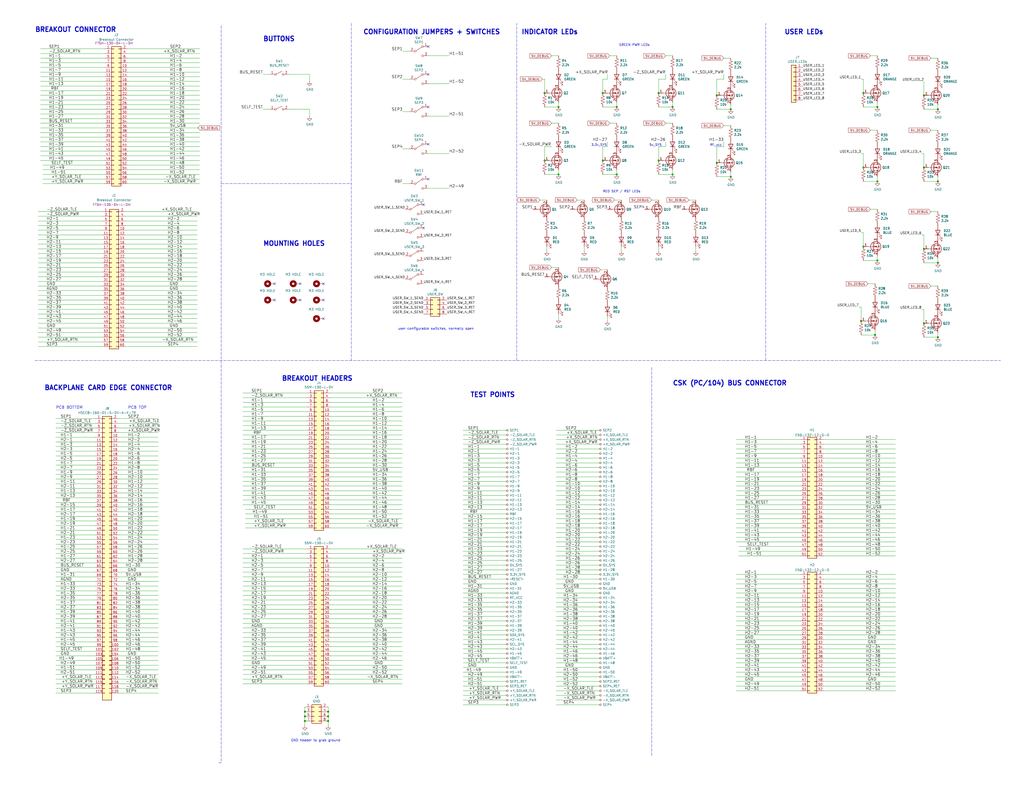
<source format=kicad_sch>
(kicad_sch (version 20211123) (generator eeschema)
  (paper "C")
  (junction (at 304.8 58.42))
  (junction (at 179.07 393.7))
  (junction (at 166.37 391.16))
  (junction (at 471.17 91.44))
  (junction (at 398.78 59.69))
  (junction (at 367.03 58.42))
  (junction (at 304.8 95.25))
  (junction (at 504.19 91.44))
  (junction (at 367.03 95.25))
  (junction (at 297.18 50.8))
  (junction (at 391.16 88.9))
  (junction (at 504.19 135.89))
  (junction (at 179.07 388.62))
  (junction (at 471.17 50.8))
  (junction (at 504.19 52.07))
  (junction (at 504.19 176.53))
  (junction (at 478.79 99.06))
  (junction (at 166.37 393.7))
  (junction (at 511.81 184.15))
  (junction (at 511.81 59.69))
  (junction (at 391.16 52.07))
  (junction (at 297.18 87.63))
  (junction (at 336.55 58.42))
  (junction (at 179.07 391.16))
  (junction (at 478.79 58.42))
  (junction (at 471.17 134.62))
  (junction (at 398.78 96.52))
  (junction (at 336.55 95.25))
  (junction (at 469.9 175.26))
  (junction (at 166.37 388.62))
  (junction (at 478.79 142.24))
  (junction (at 328.93 87.63))
  (junction (at 477.52 182.88))
  (junction (at 511.81 143.51))
  (junction (at 359.41 87.63))
  (junction (at 359.41 50.8))
  (junction (at 511.81 99.06))
  (junction (at 328.93 50.8))
  (no_connect (at 149.86 154.94))
  (no_connect (at 233.68 97.79))
  (no_connect (at 176.53 173.99))
  (no_connect (at 233.68 25.4))
  (no_connect (at 231.14 124.46))
  (no_connect (at 176.53 163.83))
  (no_connect (at 163.83 154.94))
  (no_connect (at 233.68 58.42))
  (no_connect (at 231.14 111.76))
  (no_connect (at 233.68 78.74))
  (no_connect (at 176.53 154.94))
  (no_connect (at 163.83 163.83))
  (no_connect (at 149.86 163.83))
  (no_connect (at 233.68 40.64))
  (wire (pts (xy 52.07 302.26) (xy 30.48 302.26)))
  (wire (pts (xy 52.07 248.92) (xy 30.48 248.92)))
  (wire (pts (xy 303.53 326.39) (xy 327.66 326.39)))
  (wire (pts (xy 86.36 370.84) (xy 64.77 370.84)))
  (wire (pts (xy 107.696 130.81) (xy 68.58 130.81)))
  (wire (pts (xy 332.74 67.31) (xy 336.55 67.31)))
  (wire (pts (xy 143.51 40.64) (xy 147.32 40.64)))
  (wire (pts (xy 252.73 316.23) (xy 276.86 316.23)))
  (wire (pts (xy 436.88 255.27) (xy 401.828 255.27)))
  (wire (pts (xy 57.15 69.85) (xy 22.098 69.85)))
  (wire (pts (xy 488.696 252.73) (xy 449.58 252.73)))
  (wire (pts (xy 86.36 347.98) (xy 64.77 347.98)))
  (wire (pts (xy 57.15 31.75) (xy 22.098 31.75)))
  (wire (pts (xy 86.36 337.82) (xy 64.77 337.82)))
  (wire (pts (xy 436.88 273.05) (xy 401.828 273.05)))
  (wire (pts (xy 303.53 275.59) (xy 327.66 275.59)))
  (wire (pts (xy 436.88 359.41) (xy 401.828 359.41)))
  (wire (pts (xy 157.48 59.69) (xy 168.91 59.69)))
  (wire (pts (xy 219.456 325.12) (xy 180.34 325.12)))
  (wire (pts (xy 219.456 340.36) (xy 180.34 340.36)))
  (wire (pts (xy 252.73 257.81) (xy 276.86 257.81)))
  (wire (pts (xy 55.88 151.13) (xy 20.828 151.13)))
  (wire (pts (xy 52.07 340.36) (xy 30.48 340.36)))
  (wire (pts (xy 107.696 123.19) (xy 68.58 123.19)))
  (wire (pts (xy 167.64 345.44) (xy 132.588 345.44)))
  (wire (pts (xy 488.696 273.05) (xy 449.58 273.05)))
  (wire (pts (xy 52.07 378.46) (xy 30.48 378.46)))
  (wire (pts (xy 303.53 346.71) (xy 327.66 346.71)))
  (wire (pts (xy 471.17 99.06) (xy 478.79 99.06)))
  (wire (pts (xy 252.73 339.09) (xy 276.86 339.09)))
  (wire (pts (xy 252.73 306.07) (xy 276.86 306.07)))
  (wire (pts (xy 219.456 245.11) (xy 180.34 245.11)))
  (wire (pts (xy 303.53 252.73) (xy 327.66 252.73)))
  (wire (pts (xy 107.696 138.43) (xy 68.58 138.43)))
  (wire (pts (xy 303.53 384.81) (xy 327.66 384.81)))
  (wire (pts (xy 86.36 373.38) (xy 64.77 373.38)))
  (wire (pts (xy 167.64 312.42) (xy 132.588 312.42)))
  (wire (pts (xy 108.966 52.07) (xy 69.85 52.07)))
  (wire (pts (xy 478.79 96.52) (xy 478.79 99.06)))
  (wire (pts (xy 219.456 288.29) (xy 180.34 288.29)))
  (wire (pts (xy 471.17 83.82) (xy 469.9 83.82)))
  (wire (pts (xy 488.696 323.85) (xy 449.58 323.85)))
  (wire (pts (xy 436.88 240.03) (xy 401.828 240.03)))
  (wire (pts (xy 167.64 265.43) (xy 132.588 265.43)))
  (wire (pts (xy 436.88 354.33) (xy 401.828 354.33)))
  (wire (pts (xy 233.68 45.72) (xy 245.11 45.72)))
  (wire (pts (xy 303.53 308.61) (xy 327.66 308.61)))
  (wire (pts (xy 52.07 297.18) (xy 30.48 297.18)))
  (wire (pts (xy 108.966 36.83) (xy 69.85 36.83)))
  (wire (pts (xy 303.53 323.85) (xy 327.66 323.85)))
  (wire (pts (xy 219.456 232.41) (xy 180.34 232.41)))
  (wire (pts (xy 167.64 288.29) (xy 133.858 288.29)))
  (wire (pts (xy 488.696 303.53) (xy 449.58 303.53)))
  (wire (pts (xy 303.53 354.33) (xy 327.66 354.33)))
  (wire (pts (xy 436.88 369.57) (xy 401.828 369.57)))
  (wire (pts (xy 86.36 284.48) (xy 64.77 284.48)))
  (polyline (pts (xy 120.65 416.56) (xy 119.38 416.56)))
  (wire (pts (xy 504.19 143.51) (xy 511.81 143.51)))
  (wire (pts (xy 252.73 318.77) (xy 276.86 318.77)))
  (wire (pts (xy 107.696 189.23) (xy 68.58 189.23)))
  (wire (pts (xy 86.36 279.4) (xy 64.77 279.4)))
  (wire (pts (xy 167.64 314.96) (xy 132.588 314.96)))
  (wire (pts (xy 107.696 176.53) (xy 68.58 176.53)))
  (wire (pts (xy 511.81 96.52) (xy 511.81 99.06)))
  (wire (pts (xy 86.36 365.76) (xy 64.77 365.76)))
  (wire (pts (xy 303.53 382.27) (xy 327.66 382.27)))
  (wire (pts (xy 297.18 95.25) (xy 304.8 95.25)))
  (wire (pts (xy 436.88 336.55) (xy 401.828 336.55)))
  (wire (pts (xy 219.456 373.38) (xy 180.34 373.38)))
  (wire (pts (xy 52.07 375.92) (xy 30.48 375.92)))
  (wire (pts (xy 436.88 275.59) (xy 401.828 275.59)))
  (wire (pts (xy 167.64 280.67) (xy 133.858 280.67)))
  (wire (pts (xy 504.19 52.07) (xy 504.19 44.45)))
  (wire (pts (xy 108.966 49.53) (xy 69.85 49.53)))
  (wire (pts (xy 303.53 377.19) (xy 327.66 377.19)))
  (wire (pts (xy 252.73 308.61) (xy 276.86 308.61)))
  (wire (pts (xy 57.15 54.61) (xy 22.098 54.61)))
  (wire (pts (xy 436.88 364.49) (xy 401.828 364.49)))
  (wire (pts (xy 86.36 320.04) (xy 64.77 320.04)))
  (wire (pts (xy 359.41 95.25) (xy 367.03 95.25)))
  (wire (pts (xy 303.53 290.83) (xy 327.66 290.83)))
  (wire (pts (xy 107.696 168.91) (xy 68.58 168.91)))
  (wire (pts (xy 167.64 355.6) (xy 132.588 355.6)))
  (wire (pts (xy 252.73 252.73) (xy 276.86 252.73)))
  (wire (pts (xy 219.456 247.65) (xy 180.34 247.65)))
  (wire (pts (xy 469.9 167.64) (xy 468.63 167.64)))
  (wire (pts (xy 303.53 283.21) (xy 327.66 283.21)))
  (polyline (pts (xy 417.83 196.85) (xy 417.83 12.7)))
  (wire (pts (xy 252.73 364.49) (xy 276.86 364.49)))
  (wire (pts (xy 179.07 396.24) (xy 179.07 393.7)))
  (wire (pts (xy 303.53 250.19) (xy 327.66 250.19)))
  (wire (pts (xy 436.88 316.23) (xy 401.828 316.23)))
  (wire (pts (xy 52.07 314.96) (xy 30.48 314.96)))
  (wire (pts (xy 436.88 318.77) (xy 401.828 318.77)))
  (wire (pts (xy 508 71.12) (xy 511.81 71.12)))
  (wire (pts (xy 488.696 280.67) (xy 449.58 280.67)))
  (wire (pts (xy 508 156.21) (xy 511.81 156.21)))
  (wire (pts (xy 375.92 109.22) (xy 379.73 109.22)))
  (wire (pts (xy 331.47 172.72) (xy 331.47 175.26)))
  (wire (pts (xy 488.696 334.01) (xy 449.58 334.01)))
  (wire (pts (xy 436.88 321.31) (xy 401.828 321.31)))
  (wire (pts (xy 233.68 63.5) (xy 245.11 63.5)))
  (wire (pts (xy 167.64 260.35) (xy 132.588 260.35)))
  (wire (pts (xy 488.696 344.17) (xy 449.58 344.17)))
  (wire (pts (xy 252.73 382.27) (xy 276.86 382.27)))
  (wire (pts (xy 143.51 59.69) (xy 147.32 59.69)))
  (wire (pts (xy 252.73 323.85) (xy 276.86 323.85)))
  (wire (pts (xy 108.966 34.29) (xy 69.85 34.29)))
  (wire (pts (xy 219.456 283.21) (xy 180.34 283.21)))
  (wire (pts (xy 219.456 360.68) (xy 180.34 360.68)))
  (wire (pts (xy 167.64 320.04) (xy 132.588 320.04)))
  (wire (pts (xy 167.64 224.79) (xy 132.588 224.79)))
  (wire (pts (xy 219.71 81.28) (xy 223.52 81.28)))
  (wire (pts (xy 86.36 236.22) (xy 64.77 236.22)))
  (wire (pts (xy 252.73 321.31) (xy 276.86 321.31)))
  (wire (pts (xy 86.36 259.08) (xy 64.77 259.08)))
  (wire (pts (xy 86.36 292.1) (xy 64.77 292.1)))
  (wire (pts (xy 86.36 299.72) (xy 64.77 299.72)))
  (polyline (pts (xy 120.65 100.33) (xy 191.77 100.33)))
  (wire (pts (xy 52.07 271.78) (xy 30.48 271.78)))
  (wire (pts (xy 108.966 97.79) (xy 69.85 97.79)))
  (wire (pts (xy 252.73 379.73) (xy 276.86 379.73)))
  (wire (pts (xy 52.07 269.24) (xy 30.48 269.24)))
  (wire (pts (xy 488.696 267.97) (xy 449.58 267.97)))
  (wire (pts (xy 488.696 346.71) (xy 449.58 346.71)))
  (wire (pts (xy 86.36 335.28) (xy 64.77 335.28)))
  (wire (pts (xy 108.966 77.47) (xy 69.85 77.47)))
  (wire (pts (xy 303.53 344.17) (xy 327.66 344.17)))
  (wire (pts (xy 303.53 321.31) (xy 327.66 321.31)))
  (wire (pts (xy 107.696 140.97) (xy 68.58 140.97)))
  (wire (pts (xy 303.53 374.65) (xy 327.66 374.65)))
  (wire (pts (xy 252.73 285.75) (xy 276.86 285.75)))
  (wire (pts (xy 303.53 257.81) (xy 327.66 257.81)))
  (wire (pts (xy 107.696 120.65) (xy 68.58 120.65)))
  (wire (pts (xy 394.97 80.01) (xy 394.97 77.47)))
  (wire (pts (xy 108.966 62.23) (xy 69.85 62.23)))
  (wire (pts (xy 473.71 154.94) (xy 477.52 154.94)))
  (wire (pts (xy 252.73 356.87) (xy 276.86 356.87)))
  (wire (pts (xy 167.64 309.88) (xy 132.588 309.88)))
  (wire (pts (xy 488.696 265.43) (xy 449.58 265.43)))
  (wire (pts (xy 359.41 80.01) (xy 363.22 80.01)))
  (wire (pts (xy 167.64 217.17) (xy 132.588 217.17)))
  (wire (pts (xy 303.53 247.65) (xy 327.66 247.65)))
  (wire (pts (xy 298.45 134.62) (xy 298.45 137.16)))
  (wire (pts (xy 488.696 377.19) (xy 449.58 377.19)))
  (wire (pts (xy 52.07 360.68) (xy 30.48 360.68)))
  (wire (pts (xy 55.88 166.37) (xy 20.828 166.37)))
  (wire (pts (xy 219.456 262.89) (xy 180.34 262.89)))
  (wire (pts (xy 52.07 312.42) (xy 30.48 312.42)))
  (wire (pts (xy 303.53 311.15) (xy 327.66 311.15)))
  (wire (pts (xy 304.8 92.71) (xy 304.8 95.25)))
  (wire (pts (xy 179.07 391.16) (xy 179.07 388.62)))
  (wire (pts (xy 167.64 353.06) (xy 132.588 353.06)))
  (wire (pts (xy 52.07 238.76) (xy 30.48 238.76)))
  (wire (pts (xy 471.17 43.18) (xy 469.9 43.18)))
  (wire (pts (xy 167.64 222.25) (xy 132.588 222.25)))
  (wire (pts (xy 436.88 267.97) (xy 401.828 267.97)))
  (wire (pts (xy 436.88 326.39) (xy 401.828 326.39)))
  (wire (pts (xy 219.456 327.66) (xy 180.34 327.66)))
  (wire (pts (xy 488.696 367.03) (xy 449.58 367.03)))
  (wire (pts (xy 166.37 388.62) (xy 166.37 391.16)))
  (wire (pts (xy 488.696 372.11) (xy 449.58 372.11)))
  (wire (pts (xy 219.456 304.8) (xy 180.34 304.8)))
  (wire (pts (xy 108.966 26.67) (xy 69.85 26.67)))
  (wire (pts (xy 488.696 245.11) (xy 449.58 245.11)))
  (wire (pts (xy 57.15 41.91) (xy 22.098 41.91)))
  (wire (pts (xy 303.53 260.35) (xy 327.66 260.35)))
  (wire (pts (xy 55.88 140.97) (xy 20.828 140.97)))
  (wire (pts (xy 86.36 340.36) (xy 64.77 340.36)))
  (wire (pts (xy 436.88 280.67) (xy 401.828 280.67)))
  (wire (pts (xy 359.41 134.62) (xy 359.41 137.16)))
  (wire (pts (xy 107.696 163.83) (xy 68.58 163.83)))
  (wire (pts (xy 471.17 91.44) (xy 471.17 83.82)))
  (wire (pts (xy 303.53 288.29) (xy 327.66 288.29)))
  (wire (pts (xy 219.456 350.52) (xy 180.34 350.52)))
  (wire (pts (xy 167.64 257.81) (xy 132.588 257.81)))
  (wire (pts (xy 294.64 109.22) (xy 298.45 109.22)))
  (wire (pts (xy 167.64 255.27) (xy 132.588 255.27)))
  (wire (pts (xy 488.696 288.29) (xy 449.58 288.29)))
  (wire (pts (xy 86.36 246.38) (xy 64.77 246.38)))
  (wire (pts (xy 108.966 100.33) (xy 69.85 100.33)))
  (wire (pts (xy 52.07 241.3) (xy 30.48 241.3)))
  (wire (pts (xy 391.16 96.52) (xy 398.78 96.52)))
  (wire (pts (xy 488.696 374.65) (xy 449.58 374.65)))
  (wire (pts (xy 336.55 92.71) (xy 336.55 95.25)))
  (wire (pts (xy 52.07 347.98) (xy 30.48 347.98)))
  (wire (pts (xy 303.53 262.89) (xy 327.66 262.89)))
  (wire (pts (xy 511.81 140.97) (xy 511.81 143.51)))
  (wire (pts (xy 167.64 302.26) (xy 132.588 302.26)))
  (wire (pts (xy 107.696 143.51) (xy 68.58 143.51)))
  (wire (pts (xy 252.73 303.53) (xy 276.86 303.53)))
  (wire (pts (xy 252.73 298.45) (xy 276.86 298.45)))
  (wire (pts (xy 52.07 274.32) (xy 30.48 274.32)))
  (wire (pts (xy 52.07 350.52) (xy 30.48 350.52)))
  (wire (pts (xy 436.88 300.99) (xy 403.098 300.99)))
  (wire (pts (xy 57.15 97.79) (xy 23.368 97.79)))
  (wire (pts (xy 252.73 372.11) (xy 276.86 372.11)))
  (wire (pts (xy 108.966 57.15) (xy 69.85 57.15)))
  (wire (pts (xy 488.696 283.21) (xy 449.58 283.21)))
  (wire (pts (xy 252.73 367.03) (xy 276.86 367.03)))
  (wire (pts (xy 252.73 295.91) (xy 276.86 295.91)))
  (wire (pts (xy 86.36 325.12) (xy 64.77 325.12)))
  (wire (pts (xy 469.9 175.26) (xy 469.9 167.64)))
  (wire (pts (xy 52.07 266.7) (xy 30.48 266.7)))
  (wire (pts (xy 167.64 327.66) (xy 132.588 327.66)))
  (wire (pts (xy 504.19 83.82) (xy 502.92 83.82)))
  (wire (pts (xy 52.07 294.64) (xy 30.48 294.64)))
  (wire (pts (xy 167.64 304.8) (xy 132.588 304.8)))
  (wire (pts (xy 219.456 368.3) (xy 180.34 368.3)))
  (wire (pts (xy 167.64 340.36) (xy 132.588 340.36)))
  (wire (pts (xy 303.53 242.57) (xy 327.66 242.57)))
  (wire (pts (xy 508 31.75) (xy 511.81 31.75)))
  (wire (pts (xy 303.53 270.51) (xy 327.66 270.51)))
  (wire (pts (xy 55.88 153.67) (xy 20.828 153.67)))
  (wire (pts (xy 436.88 278.13) (xy 401.828 278.13)))
  (wire (pts (xy 436.88 346.71) (xy 401.828 346.71)))
  (wire (pts (xy 488.696 255.27) (xy 449.58 255.27)))
  (wire (pts (xy 436.88 295.91) (xy 401.828 295.91)))
  (wire (pts (xy 55.88 161.29) (xy 20.828 161.29)))
  (wire (pts (xy 504.19 59.69) (xy 511.81 59.69)))
  (wire (pts (xy 167.64 267.97) (xy 132.588 267.97)))
  (wire (pts (xy 219.456 332.74) (xy 180.34 332.74)))
  (wire (pts (xy 107.696 158.75) (xy 68.58 158.75)))
  (wire (pts (xy 252.73 313.69) (xy 276.86 313.69)))
  (wire (pts (xy 52.07 370.84) (xy 30.48 370.84)))
  (wire (pts (xy 474.98 71.12) (xy 478.79 71.12)))
  (wire (pts (xy 55.88 173.99) (xy 20.828 173.99)))
  (wire (pts (xy 86.36 248.92) (xy 64.77 248.92)))
  (wire (pts (xy 359.41 50.8) (xy 359.41 43.18)))
  (wire (pts (xy 252.73 326.39) (xy 276.86 326.39)))
  (wire (pts (xy 303.53 293.37) (xy 327.66 293.37)))
  (wire (pts (xy 55.88 123.19) (xy 20.828 123.19)))
  (wire (pts (xy 398.78 57.15) (xy 398.78 59.69)))
  (wire (pts (xy 55.88 118.11) (xy 20.828 118.11)))
  (wire (pts (xy 252.73 237.49) (xy 276.86 237.49)))
  (wire (pts (xy 252.73 270.51) (xy 276.86 270.51)))
  (wire (pts (xy 57.15 36.83) (xy 22.098 36.83)))
  (wire (pts (xy 57.15 100.33) (xy 23.368 100.33)))
  (wire (pts (xy 86.36 378.46) (xy 64.77 378.46)))
  (wire (pts (xy 107.696 153.67) (xy 68.58 153.67)))
  (wire (pts (xy 52.07 284.48) (xy 30.48 284.48)))
  (wire (pts (xy 488.696 262.89) (xy 449.58 262.89)))
  (wire (pts (xy 55.88 158.75) (xy 20.828 158.75)))
  (wire (pts (xy 107.696 146.05) (xy 68.58 146.05)))
  (wire (pts (xy 252.73 311.15) (xy 276.86 311.15)))
  (wire (pts (xy 367.03 92.71) (xy 367.03 95.25)))
  (wire (pts (xy 355.6 109.22) (xy 359.41 109.22)))
  (wire (pts (xy 488.696 321.31) (xy 449.58 321.31)))
  (wire (pts (xy 86.36 294.64) (xy 64.77 294.64)))
  (wire (pts (xy 303.53 300.99) (xy 327.66 300.99)))
  (wire (pts (xy 107.696 173.99) (xy 68.58 173.99)))
  (wire (pts (xy 167.64 335.28) (xy 132.588 335.28)))
  (wire (pts (xy 488.696 328.93) (xy 449.58 328.93)))
  (wire (pts (xy 252.73 262.89) (xy 276.86 262.89)))
  (wire (pts (xy 252.73 377.19) (xy 276.86 377.19)))
  (wire (pts (xy 86.36 355.6) (xy 64.77 355.6)))
  (wire (pts (xy 252.73 300.99) (xy 276.86 300.99)))
  (wire (pts (xy 252.73 354.33) (xy 276.86 354.33)))
  (wire (pts (xy 86.36 254) (xy 64.77 254)))
  (wire (pts (xy 57.15 80.01) (xy 22.098 80.01)))
  (wire (pts (xy 52.07 264.16) (xy 30.48 264.16)))
  (wire (pts (xy 328.93 87.63) (xy 328.93 80.01)))
  (wire (pts (xy 504.19 99.06) (xy 511.81 99.06)))
  (wire (pts (xy 57.15 95.25) (xy 23.368 95.25)))
  (wire (pts (xy 86.36 309.88) (xy 64.77 309.88)))
  (wire (pts (xy 303.53 331.47) (xy 327.66 331.47)))
  (wire (pts (xy 167.64 358.14) (xy 132.588 358.14)))
  (wire (pts (xy 167.64 232.41) (xy 132.588 232.41)))
  (wire (pts (xy 327.66 147.32) (xy 331.47 147.32)))
  (wire (pts (xy 52.07 335.28) (xy 30.48 335.28)))
  (wire (pts (xy 57.15 62.23) (xy 22.098 62.23)))
  (wire (pts (xy 107.696 125.73) (xy 68.58 125.73)))
  (wire (pts (xy 297.18 58.42) (xy 304.8 58.42)))
  (wire (pts (xy 108.966 41.91) (xy 69.85 41.91)))
  (wire (pts (xy 436.88 377.19) (xy 401.828 377.19)))
  (wire (pts (xy 86.36 327.66) (xy 64.77 327.66)))
  (wire (pts (xy 436.88 270.51) (xy 401.828 270.51)))
  (wire (pts (xy 52.07 233.68) (xy 30.48 233.68)))
  (wire (pts (xy 167.64 370.84) (xy 132.588 370.84)))
  (wire (pts (xy 436.88 372.11) (xy 401.828 372.11)))
  (wire (pts (xy 108.966 72.39) (xy 69.85 72.39)))
  (wire (pts (xy 252.73 242.57) (xy 276.86 242.57)))
  (wire (pts (xy 86.36 317.5) (xy 64.77 317.5)))
  (wire (pts (xy 328.93 50.8) (xy 328.93 43.18)))
  (wire (pts (xy 303.53 364.49) (xy 327.66 364.49)))
  (wire (pts (xy 504.19 176.53) (xy 504.19 168.91)))
  (wire (pts (xy 504.19 184.15) (xy 511.81 184.15)))
  (wire (pts (xy 436.88 367.03) (xy 401.828 367.03)))
  (wire (pts (xy 52.07 279.4) (xy 30.48 279.4)))
  (polyline (pts (xy 19.05 196.85) (xy 546.1 196.85)))
  (wire (pts (xy 55.88 135.89) (xy 20.828 135.89)))
  (wire (pts (xy 488.696 354.33) (xy 449.58 354.33)))
  (wire (pts (xy 488.696 336.55) (xy 449.58 336.55)))
  (wire (pts (xy 52.07 256.54) (xy 30.48 256.54)))
  (wire (pts (xy 167.64 373.38) (xy 132.588 373.38)))
  (wire (pts (xy 488.696 290.83) (xy 449.58 290.83)))
  (wire (pts (xy 107.696 148.59) (xy 68.58 148.59)))
  (wire (pts (xy 86.36 345.44) (xy 64.77 345.44)))
  (wire (pts (xy 359.41 43.18) (xy 363.22 43.18)))
  (wire (pts (xy 57.15 29.21) (xy 22.098 29.21)))
  (wire (pts (xy 107.696 161.29) (xy 68.58 161.29)))
  (wire (pts (xy 474.98 30.48) (xy 478.79 30.48)))
  (wire (pts (xy 331.47 77.47) (xy 331.47 80.01)))
  (wire (pts (xy 252.73 369.57) (xy 276.86 369.57)))
  (wire (pts (xy 359.41 58.42) (xy 367.03 58.42)))
  (wire (pts (xy 252.73 260.35) (xy 276.86 260.35)))
  (wire (pts (xy 391.16 80.01) (xy 391.16 88.9)))
  (wire (pts (xy 108.966 85.09) (xy 69.85 85.09)))
  (wire (pts (xy 52.07 342.9) (xy 30.48 342.9)))
  (wire (pts (xy 179.07 393.7) (xy 179.07 391.16)))
  (wire (pts (xy 488.696 316.23) (xy 449.58 316.23)))
  (wire (pts (xy 86.36 353.06) (xy 64.77 353.06)))
  (wire (pts (xy 55.88 189.23) (xy 20.828 189.23)))
  (wire (pts (xy 252.73 280.67) (xy 276.86 280.67)))
  (wire (pts (xy 167.64 325.12) (xy 132.588 325.12)))
  (wire (pts (xy 488.696 351.79) (xy 449.58 351.79)))
  (wire (pts (xy 436.88 250.19) (xy 401.828 250.19)))
  (wire (pts (xy 303.53 306.07) (xy 327.66 306.07)))
  (wire (pts (xy 86.36 228.6) (xy 64.77 228.6)))
  (wire (pts (xy 107.696 135.89) (xy 68.58 135.89)))
  (wire (pts (xy 303.53 318.77) (xy 327.66 318.77)))
  (wire (pts (xy 488.696 275.59) (xy 449.58 275.59)))
  (wire (pts (xy 363.22 67.31) (xy 367.03 67.31)))
  (wire (pts (xy 219.456 309.88) (xy 180.34 309.88)))
  (wire (pts (xy 488.696 257.81) (xy 449.58 257.81)))
  (wire (pts (xy 55.88 146.05) (xy 20.828 146.05)))
  (wire (pts (xy 303.53 316.23) (xy 327.66 316.23)))
  (wire (pts (xy 252.73 265.43) (xy 276.86 265.43)))
  (wire (pts (xy 328.93 95.25) (xy 336.55 95.25)))
  (wire (pts (xy 86.36 289.56) (xy 64.77 289.56)))
  (wire (pts (xy 303.53 361.95) (xy 327.66 361.95)))
  (wire (pts (xy 252.73 250.19) (xy 276.86 250.19)))
  (wire (pts (xy 252.73 240.03) (xy 276.86 240.03)))
  (wire (pts (xy 219.456 229.87) (xy 180.34 229.87)))
  (wire (pts (xy 107.696 186.69) (xy 68.58 186.69)))
  (wire (pts (xy 219.456 307.34) (xy 180.34 307.34)))
  (wire (pts (xy 303.53 273.05) (xy 327.66 273.05)))
  (wire (pts (xy 167.64 307.34) (xy 132.588 307.34)))
  (wire (pts (xy 219.456 237.49) (xy 180.34 237.49)))
  (wire (pts (xy 219.456 320.04) (xy 180.34 320.04)))
  (wire (pts (xy 52.07 304.8) (xy 30.48 304.8)))
  (wire (pts (xy 436.88 323.85) (xy 401.828 323.85)))
  (wire (pts (xy 303.53 356.87) (xy 327.66 356.87)))
  (wire (pts (xy 86.36 261.62) (xy 64.77 261.62)))
  (wire (pts (xy 219.456 358.14) (xy 180.34 358.14)))
  (wire (pts (xy 303.53 349.25) (xy 327.66 349.25)))
  (wire (pts (xy 219.456 285.75) (xy 180.34 285.75)))
  (wire (pts (xy 219.456 252.73) (xy 180.34 252.73)))
  (wire (pts (xy 57.15 39.37) (xy 22.098 39.37)))
  (wire (pts (xy 436.88 262.89) (xy 401.828 262.89)))
  (wire (pts (xy 86.36 314.96) (xy 64.77 314.96)))
  (wire (pts (xy 219.71 27.94) (xy 223.52 27.94)))
  (wire (pts (xy 303.53 234.95) (xy 327.66 234.95)))
  (wire (pts (xy 108.966 92.71) (xy 69.85 92.71)))
  (wire (pts (xy 303.53 278.13) (xy 327.66 278.13)))
  (wire (pts (xy 219.456 227.33) (xy 180.34 227.33)))
  (wire (pts (xy 57.15 92.71) (xy 23.368 92.71)))
  (wire (pts (xy 252.73 273.05) (xy 276.86 273.05)))
  (wire (pts (xy 52.07 327.66) (xy 30.48 327.66)))
  (wire (pts (xy 52.07 365.76) (xy 30.48 365.76)))
  (wire (pts (xy 57.15 72.39) (xy 22.098 72.39)))
  (wire (pts (xy 219.456 240.03) (xy 180.34 240.03)))
  (wire (pts (xy 52.07 254) (xy 30.48 254)))
  (wire (pts (xy 219.456 342.9) (xy 180.34 342.9)))
  (wire (pts (xy 86.36 332.74) (xy 64.77 332.74)))
  (wire (pts (xy 157.48 40.64) (xy 168.91 40.64)))
  (wire (pts (xy 52.07 325.12) (xy 30.48 325.12)))
  (wire (pts (xy 252.73 293.37) (xy 276.86 293.37)))
  (wire (pts (xy 167.64 250.19) (xy 132.588 250.19)))
  (wire (pts (xy 52.07 281.94) (xy 30.48 281.94)))
  (wire (pts (xy 219.456 280.67) (xy 180.34 280.67)))
  (wire (pts (xy 52.07 355.6) (xy 30.48 355.6)))
  (wire (pts (xy 328.93 58.42) (xy 336.55 58.42)))
  (wire (pts (xy 359.41 87.63) (xy 359.41 80.01)))
  (wire (pts (xy 252.73 334.01) (xy 276.86 334.01)))
  (wire (pts (xy 436.88 257.81) (xy 401.828 257.81)))
  (wire (pts (xy 167.64 332.74) (xy 132.588 332.74)))
  (wire (pts (xy 108.966 59.69) (xy 69.85 59.69)))
  (wire (pts (xy 219.456 214.63) (xy 180.34 214.63)))
  (wire (pts (xy 314.96 109.22) (xy 318.77 109.22)))
  (wire (pts (xy 52.07 289.56) (xy 30.48 289.56)))
  (wire (pts (xy 436.88 328.93) (xy 401.828 328.93)))
  (wire (pts (xy 219.456 242.57) (xy 180.34 242.57)))
  (wire (pts (xy 478.79 55.88) (xy 478.79 58.42)))
  (wire (pts (xy 55.88 120.65) (xy 20.828 120.65)))
  (wire (pts (xy 55.88 130.81) (xy 20.828 130.81)))
  (wire (pts (xy 331.47 40.64) (xy 331.47 43.18)))
  (wire (pts (xy 488.696 295.91) (xy 449.58 295.91)))
  (wire (pts (xy 86.36 233.68) (xy 64.77 233.68)))
  (wire (pts (xy 219.456 224.79) (xy 180.34 224.79)))
  (wire (pts (xy 55.88 163.83) (xy 20.828 163.83)))
  (wire (pts (xy 108.966 54.61) (xy 69.85 54.61)))
  (polyline (pts (xy 120.65 13.97) (xy 120.65 416.56)))
  (wire (pts (xy 488.696 270.51) (xy 449.58 270.51)))
  (wire (pts (xy 300.99 30.48) (xy 304.8 30.48)))
  (wire (pts (xy 471.17 134.62) (xy 471.17 127)))
  (wire (pts (xy 478.79 139.7) (xy 478.79 142.24)))
  (wire (pts (xy 436.88 283.21) (xy 401.828 283.21)))
  (wire (pts (xy 303.53 313.69) (xy 327.66 313.69)))
  (wire (pts (xy 86.36 241.3) (xy 64.77 241.3)))
  (polyline (pts (xy 281.94 196.85) (xy 281.94 12.7)))
  (wire (pts (xy 57.15 85.09) (xy 22.098 85.09)))
  (wire (pts (xy 167.64 237.49) (xy 132.588 237.49)))
  (wire (pts (xy 233.68 83.82) (xy 245.11 83.82)))
  (wire (pts (xy 167.64 278.13) (xy 133.858 278.13)))
  (wire (pts (xy 252.73 267.97) (xy 276.86 267.97)))
  (wire (pts (xy 488.696 356.87) (xy 449.58 356.87)))
  (wire (pts (xy 52.07 332.74) (xy 30.48 332.74)))
  (wire (pts (xy 167.64 368.3) (xy 132.588 368.3)))
  (wire (pts (xy 219.456 267.97) (xy 180.34 267.97)))
  (wire (pts (xy 436.88 285.75) (xy 401.828 285.75)))
  (wire (pts (xy 167.64 342.9) (xy 132.588 342.9)))
  (wire (pts (xy 167.64 245.11) (xy 132.588 245.11)))
  (wire (pts (xy 300.99 80.01) (xy 297.18 80.01)))
  (wire (pts (xy 86.36 287.02) (xy 64.77 287.02)))
  (wire (pts (xy 108.966 87.63) (xy 69.85 87.63)))
  (wire (pts (xy 303.53 328.93) (xy 327.66 328.93)))
  (wire (pts (xy 252.73 374.65) (xy 276.86 374.65)))
  (wire (pts (xy 339.09 134.62) (xy 339.09 137.16)))
  (wire (pts (xy 52.07 276.86) (xy 30.48 276.86)))
  (wire (pts (xy 168.91 40.64) (xy 168.91 44.45)))
  (wire (pts (xy 436.88 298.45) (xy 403.098 298.45)))
  (wire (pts (xy 488.696 331.47) (xy 449.58 331.47)))
  (wire (pts (xy 336.55 55.88) (xy 336.55 58.42)))
  (wire (pts (xy 219.456 317.5) (xy 180.34 317.5)))
  (wire (pts (xy 331.47 43.18) (xy 328.93 43.18)))
  (wire (pts (xy 168.91 59.69) (xy 168.91 63.5)))
  (wire (pts (xy 436.88 349.25) (xy 401.828 349.25)))
  (wire (pts (xy 219.456 345.44) (xy 180.34 345.44)))
  (wire (pts (xy 511.81 57.15) (xy 511.81 59.69)))
  (wire (pts (xy 303.53 351.79) (xy 327.66 351.79)))
  (wire (pts (xy 303.53 267.97) (xy 327.66 267.97)))
  (wire (pts (xy 167.64 317.5) (xy 132.588 317.5)))
  (wire (pts (xy 52.07 345.44) (xy 30.48 345.44)))
  (wire (pts (xy 252.73 288.29) (xy 276.86 288.29)))
  (wire (pts (xy 219.456 335.28) (xy 180.34 335.28)))
  (wire (pts (xy 488.696 326.39) (xy 449.58 326.39)))
  (wire (pts (xy 303.53 369.57) (xy 327.66 369.57)))
  (wire (pts (xy 303.53 255.27) (xy 327.66 255.27)))
  (wire (pts (xy 107.696 118.11) (xy 68.58 118.11)))
  (wire (pts (xy 488.696 298.45) (xy 449.58 298.45)))
  (wire (pts (xy 252.73 341.63) (xy 276.86 341.63)))
  (wire (pts (xy 167.64 347.98) (xy 132.588 347.98)))
  (wire (pts (xy 86.36 243.84) (xy 64.77 243.84)))
  (wire (pts (xy 86.36 251.46) (xy 64.77 251.46)))
  (wire (pts (xy 107.696 115.57) (xy 68.58 115.57)))
  (wire (pts (xy 219.456 330.2) (xy 180.34 330.2)))
  (wire (pts (xy 107.696 171.45) (xy 68.58 171.45)))
  (wire (pts (xy 57.15 34.29) (xy 22.098 34.29)))
  (wire (pts (xy 107.696 128.27) (xy 68.58 128.27)))
  (wire (pts (xy 436.88 341.63) (xy 401.828 341.63)))
  (wire (pts (xy 167.64 360.68) (xy 132.588 360.68)))
  (wire (pts (xy 471.17 50.8) (xy 471.17 43.18)))
  (wire (pts (xy 57.15 74.93) (xy 22.098 74.93)))
  (wire (pts (xy 394.97 68.58) (xy 398.78 68.58)))
  (wire (pts (xy 86.36 302.26) (xy 64.77 302.26)))
  (wire (pts (xy 108.966 90.17) (xy 69.85 90.17)))
  (wire (pts (xy 488.696 250.19) (xy 449.58 250.19)))
  (wire (pts (xy 252.73 346.71) (xy 276.86 346.71)))
  (wire (pts (xy 108.966 74.93) (xy 69.85 74.93)))
  (wire (pts (xy 166.37 386.08) (xy 166.37 388.62)))
  (wire (pts (xy 167.64 234.95) (xy 132.588 234.95)))
  (wire (pts (xy 252.73 328.93) (xy 276.86 328.93)))
  (wire (pts (xy 167.64 214.63) (xy 132.588 214.63)))
  (wire (pts (xy 57.15 64.77) (xy 22.098 64.77)))
  (wire (pts (xy 303.53 295.91) (xy 327.66 295.91)))
  (wire (pts (xy 252.73 344.17) (xy 276.86 344.17)))
  (wire (pts (xy 167.64 330.2) (xy 132.588 330.2)))
  (wire (pts (xy 86.36 238.76) (xy 64.77 238.76)))
  (wire (pts (xy 57.15 67.31) (xy 22.098 67.31)))
  (wire (pts (xy 52.07 317.5) (xy 30.48 317.5)))
  (wire (pts (xy 86.36 297.18) (xy 64.77 297.18)))
  (wire (pts (xy 86.36 281.94) (xy 64.77 281.94)))
  (wire (pts (xy 219.456 337.82) (xy 180.34 337.82)))
  (wire (pts (xy 86.36 322.58) (xy 64.77 322.58)))
  (wire (pts (xy 252.73 290.83) (xy 276.86 290.83)))
  (wire (pts (xy 303.53 359.41) (xy 327.66 359.41)))
  (wire (pts (xy 300.99 146.05) (xy 304.8 146.05)))
  (wire (pts (xy 367.03 55.88) (xy 367.03 58.42)))
  (wire (pts (xy 219.456 222.25) (xy 180.34 222.25)))
  (wire (pts (xy 303.53 240.03) (xy 327.66 240.03)))
  (wire (pts (xy 436.88 334.01) (xy 401.828 334.01)))
  (wire (pts (xy 167.64 240.03) (xy 132.588 240.03)))
  (wire (pts (xy 363.22 30.48) (xy 367.03 30.48)))
  (wire (pts (xy 332.74 30.48) (xy 336.55 30.48)))
  (wire (pts (xy 379.73 134.62) (xy 379.73 137.16)))
  (wire (pts (xy 219.456 355.6) (xy 180.34 355.6)))
  (wire (pts (xy 219.71 60.96) (xy 223.52 60.96)))
  (wire (pts (xy 488.696 293.37) (xy 449.58 293.37)))
  (wire (pts (xy 303.53 341.63) (xy 327.66 341.63)))
  (wire (pts (xy 219.456 314.96) (xy 180.34 314.96)))
  (wire (pts (xy 471.17 142.24) (xy 478.79 142.24)))
  (wire (pts (xy 304.8 55.88) (xy 304.8 58.42)))
  (wire (pts (xy 55.88 128.27) (xy 20.828 128.27)))
  (wire (pts (xy 55.88 176.53) (xy 20.828 176.53)))
  (wire (pts (xy 52.07 236.22) (xy 30.48 236.22)))
  (wire (pts (xy 166.37 393.7) (xy 166.37 396.24)))
  (wire (pts (xy 167.64 275.59) (xy 132.588 275.59)))
  (wire (pts (xy 219.456 257.81) (xy 180.34 257.81)))
  (wire (pts (xy 488.696 369.57) (xy 449.58 369.57)))
  (wire (pts (xy 363.22 43.18) (xy 363.22 40.64)))
  (wire (pts (xy 252.73 255.27) (xy 276.86 255.27)))
  (wire (pts (xy 86.36 358.14) (xy 64.77 358.14)))
  (wire (pts (xy 86.36 307.34) (xy 64.77 307.34)))
  (wire (pts (xy 52.07 330.2) (xy 30.48 330.2)))
  (wire (pts (xy 167.64 270.51) (xy 132.588 270.51)))
  (wire (pts (xy 219.456 255.27) (xy 180.34 255.27)))
  (wire (pts (xy 57.15 26.67) (xy 22.098 26.67)))
  (wire (pts (xy 55.88 179.07) (xy 20.828 179.07)))
  (wire (pts (xy 86.36 342.9) (xy 64.77 342.9)))
  (wire (pts (xy 504.19 91.44) (xy 504.19 83.82)))
  (wire (pts (xy 86.36 269.24) (xy 64.77 269.24)))
  (wire (pts (xy 219.71 100.33) (xy 223.52 100.33)))
  (wire (pts (xy 52.07 246.38) (xy 30.48 246.38)))
  (wire (pts (xy 219.456 312.42) (xy 180.34 312.42)))
  (wire (pts (xy 52.07 259.08) (xy 30.48 259.08)))
  (wire (pts (xy 219.456 273.05) (xy 180.34 273.05)))
  (wire (pts (xy 55.88 133.35) (xy 20.828 133.35)))
  (wire (pts (xy 167.64 283.21) (xy 133.858 283.21)))
  (wire (pts (xy 219.456 299.72) (xy 180.34 299.72)))
  (wire (pts (xy 107.696 181.61) (xy 68.58 181.61)))
  (wire (pts (xy 86.36 368.3) (xy 64.77 368.3)))
  (wire (pts (xy 219.456 353.06) (xy 180.34 353.06)))
  (wire (pts (xy 318.77 134.62) (xy 318.77 137.16)))
  (wire (pts (xy 504.19 128.27) (xy 502.92 128.27)))
  (wire (pts (xy 252.73 278.13) (xy 276.86 278.13)))
  (wire (pts (xy 52.07 251.46) (xy 30.48 251.46)))
  (wire (pts (xy 55.88 156.21) (xy 20.828 156.21)))
  (wire (pts (xy 252.73 331.47) (xy 276.86 331.47)))
  (wire (pts (xy 219.456 275.59) (xy 180.34 275.59)))
  (wire (pts (xy 107.696 133.35) (xy 68.58 133.35)))
  (wire (pts (xy 436.88 356.87) (xy 401.828 356.87)))
  (wire (pts (xy 436.88 293.37) (xy 401.828 293.37)))
  (wire (pts (xy 436.88 374.65) (xy 401.828 374.65)))
  (wire (pts (xy 303.53 280.67) (xy 327.66 280.67)))
  (wire (pts (xy 167.64 227.33) (xy 132.588 227.33)))
  (wire (pts (xy 488.696 278.13) (xy 449.58 278.13)))
  (wire (pts (xy 108.966 69.85) (xy 69.85 69.85)))
  (wire (pts (xy 488.696 349.25) (xy 449.58 349.25)))
  (wire (pts (xy 219.71 43.18) (xy 223.52 43.18)))
  (wire (pts (xy 436.88 260.35) (xy 401.828 260.35)))
  (wire (pts (xy 108.966 67.31) (xy 69.85 67.31)))
  (wire (pts (xy 488.696 242.57) (xy 449.58 242.57)))
  (wire (pts (xy 436.88 265.43) (xy 401.828 265.43)))
  (wire (pts (xy 436.88 313.69) (xy 401.828 313.69)))
  (wire (pts (xy 107.696 184.15) (xy 68.58 184.15)))
  (wire (pts (xy 167.64 285.75) (xy 133.858 285.75)))
  (wire (pts (xy 55.88 143.51) (xy 20.828 143.51)))
  (wire (pts (xy 504.19 135.89) (xy 504.19 128.27)))
  (wire (pts (xy 488.696 260.35) (xy 449.58 260.35)))
  (wire (pts (xy 179.07 388.62) (xy 179.07 386.08)))
  (wire (pts (xy 52.07 261.62) (xy 30.48 261.62)))
  (wire (pts (xy 304.8 171.45) (xy 304.8 173.99)))
  (wire (pts (xy 335.28 109.22) (xy 339.09 109.22)))
  (wire (pts (xy 219.456 217.17) (xy 180.34 217.17)))
  (wire (pts (xy 167.64 299.72) (xy 132.588 299.72)))
  (wire (pts (xy 300.99 67.31) (xy 304.8 67.31)))
  (wire (pts (xy 303.53 336.55) (xy 327.66 336.55)))
  (wire (pts (xy 394.97 43.18) (xy 394.97 40.64)))
  (wire (pts (xy 86.36 274.32) (xy 64.77 274.32)))
  (wire (pts (xy 52.07 309.88) (xy 30.48 309.88)))
  (wire (pts (xy 488.696 300.99) (xy 449.58 300.99)))
  (wire (pts (xy 167.64 273.05) (xy 132.588 273.05)))
  (wire (pts (xy 219.456 370.84) (xy 180.34 370.84)))
  (wire (pts (xy 219.456 219.71) (xy 180.34 219.71)))
  (wire (pts (xy 57.15 87.63) (xy 22.098 87.63)))
  (wire (pts (xy 219.456 270.51) (xy 180.34 270.51)))
  (wire (pts (xy 331.47 80.01) (xy 328.93 80.01)))
  (wire (pts (xy 391.16 80.01) (xy 394.97 80.01)))
  (wire (pts (xy 252.73 384.81) (xy 276.86 384.81)))
  (wire (pts (xy 488.696 247.65) (xy 449.58 247.65)))
  (wire (pts (xy 303.53 372.11) (xy 327.66 372.11)))
  (wire (pts (xy 108.966 29.21) (xy 69.85 29.21)))
  (wire (pts (xy 252.73 283.21) (xy 276.86 283.21)))
  (wire (pts (xy 167.64 337.82) (xy 132.588 337.82)))
  (wire (pts (xy 398.78 93.98) (xy 398.78 96.52)))
  (polyline (pts (xy 191.77 12.7) (xy 191.77 196.85)))
  (wire (pts (xy 297.18 43.18) (xy 295.91 43.18)))
  (wire (pts (xy 504.19 168.91) (xy 502.92 168.91)))
  (wire (pts (xy 488.696 240.03) (xy 449.58 240.03)))
  (wire (pts (xy 233.68 30.48) (xy 245.11 30.48)))
  (wire (pts (xy 436.88 242.57) (xy 401.828 242.57)))
  (wire (pts (xy 436.88 247.65) (xy 401.828 247.65)))
  (wire (pts (xy 52.07 307.34) (xy 30.48 307.34)))
  (wire (pts (xy 488.696 359.41) (xy 449.58 359.41)))
  (wire (pts (xy 55.88 125.73) (xy 20.828 125.73)))
  (polyline (pts (xy 355.6 200.66) (xy 355.6 412.75)))
  (wire (pts (xy 391.16 43.18) (xy 391.16 52.07)))
  (wire (pts (xy 488.696 318.77) (xy 449.58 318.77)))
  (wire (pts (xy 55.88 115.57) (xy 20.828 115.57)))
  (wire (pts (xy 52.07 358.14) (xy 30.48 358.14)))
  (wire (pts (xy 303.53 334.01) (xy 327.66 334.01)))
  (wire (pts (xy 219.456 363.22) (xy 180.34 363.22)))
  (wire (pts (xy 86.36 264.16) (xy 64.77 264.16)))
  (wire (pts (xy 252.73 234.95) (xy 276.86 234.95)))
  (wire (pts (xy 488.696 364.49) (xy 449.58 364.49)))
  (wire (pts (xy 108.966 80.01) (xy 69.85 80.01)))
  (wire (pts (xy 252.73 351.79) (xy 276.86 351.79)))
  (wire (pts (xy 167.64 242.57) (xy 132.588 242.57)))
  (wire (pts (xy 303.53 379.73) (xy 327.66 379.73)))
  (wire (pts (xy 57.15 49.53) (xy 22.098 49.53)))
  (wire (pts (xy 436.88 344.17) (xy 401.828 344.17)))
  (wire (pts (xy 52.07 353.06) (xy 30.48 353.06)))
  (wire (pts (xy 252.73 245.11) (xy 276.86 245.11)))
  (wire (pts (xy 219.456 365.76) (xy 180.34 365.76)))
  (wire (pts (xy 107.696 156.21) (xy 68.58 156.21)))
  (wire (pts (xy 303.53 285.75) (xy 327.66 285.75)))
  (wire (pts (xy 52.07 287.02) (xy 30.48 287.02)))
  (wire (pts (xy 107.696 166.37) (xy 68.58 166.37)))
  (wire (pts (xy 167.64 365.76) (xy 132.588 365.76)))
  (wire (pts (xy 86.36 304.8) (xy 64.77 304.8)))
  (wire (pts (xy 252.73 275.59) (xy 276.86 275.59)))
  (wire (pts (xy 297.18 87.63) (xy 297.18 80.01)))
  (wire (pts (xy 167.64 350.52) (xy 132.588 350.52)))
  (wire (pts (xy 86.36 231.14) (xy 64.77 231.14)))
  (wire (pts (xy 86.36 375.92) (xy 64.77 375.92)))
  (wire (pts (xy 55.88 138.43) (xy 20.828 138.43)))
  (wire (pts (xy 297.18 50.8) (xy 297.18 43.18)))
  (wire (pts (xy 511.81 181.61) (xy 511.81 184.15)))
  (wire (pts (xy 167.64 219.71) (xy 132.588 219.71)))
  (wire (pts (xy 52.07 373.38) (xy 30.48 373.38)))
  (wire (pts (xy 391.16 43.18) (xy 394.97 43.18)))
  (wire (pts (xy 252.73 336.55) (xy 276.86 336.55)))
  (wire (pts (xy 303.53 367.03) (xy 327.66 367.03)))
  (wire (pts (xy 57.15 46.99) (xy 22.098 46.99)))
  (wire (pts (xy 55.88 148.59) (xy 20.828 148.59)))
  (wire (pts (xy 474.98 114.3) (xy 478.79 114.3)))
  (wire (pts (xy 86.36 312.42) (xy 64.77 312.42)))
  (wire (pts (xy 86.36 256.54) (xy 64.77 256.54)))
  (wire (pts (xy 52.07 228.6) (xy 30.48 228.6)))
  (wire (pts (xy 52.07 322.58) (xy 30.48 322.58)))
  (wire (pts (xy 167.64 322.58) (xy 132.588 322.58)))
  (wire (pts (xy 436.88 331.47) (xy 401.828 331.47)))
  (wire (pts (xy 108.966 31.75) (xy 69.85 31.75)))
  (wire (pts (xy 219.456 347.98) (xy 180.34 347.98)))
  (wire (pts (xy 86.36 330.2) (xy 64.77 330.2)))
  (wire (pts (xy 52.07 299.72) (xy 30.48 299.72)))
  (wire (pts (xy 107.696 151.13) (xy 68.58 151.13)))
  (wire (pts (xy 167.64 252.73) (xy 132.588 252.73)))
  (wire (pts (xy 219.456 234.95) (xy 180.34 234.95)))
  (wire (pts (xy 252.73 349.25) (xy 276.86 349.25)))
  (wire (pts (xy 436.88 290.83) (xy 401.828 290.83)))
  (wire (pts (xy 488.696 339.09) (xy 449.58 339.09)))
  (wire (pts (xy 167.64 262.89) (xy 132.588 262.89)))
  (wire (pts (xy 55.88 186.69) (xy 20.828 186.69)))
  (wire (pts (xy 57.15 59.69) (xy 22.098 59.69)))
  (wire (pts (xy 55.88 171.45) (xy 20.828 171.45)))
  (wire (pts (xy 57.15 57.15) (xy 22.098 57.15)))
  (wire (pts (xy 233.68 102.87) (xy 245.11 102.87)))
  (wire (pts (xy 52.07 243.84) (xy 30.48 243.84)))
  (wire (pts (xy 436.88 252.73) (xy 401.828 252.73)))
  (wire (pts (xy 471.17 58.42) (xy 478.79 58.42)))
  (wire (pts (xy 108.966 39.37) (xy 69.85 39.37)))
  (wire (pts (xy 219.456 322.58) (xy 180.34 322.58)))
  (wire (pts (xy 488.696 341.63) (xy 449.58 341.63)))
  (wire (pts (xy 52.07 337.82) (xy 30.48 337.82)))
  (wire (pts (xy 303.53 237.49) (xy 327.66 237.49)))
  (wire (pts (xy 488.696 285.75) (xy 449.58 285.75)))
  (wire (pts (xy 166.37 391.16) (xy 166.37 393.7)))
  (wire (pts (xy 52.07 292.1) (xy 30.48 292.1)))
  (wire (pts (xy 219.456 278.13) (xy 180.34 278.13)))
  (wire (pts (xy 219.456 265.43) (xy 180.34 265.43)))
  (wire (pts (xy 303.53 265.43) (xy 327.66 265.43)))
  (wire (pts (xy 219.456 302.26) (xy 180.34 302.26)))
  (wire (pts (xy 86.36 266.7) (xy 64.77 266.7)))
  (wire (pts (xy 167.64 247.65) (xy 132.588 247.65)))
  (wire (pts (xy 55.88 181.61) (xy 20.828 181.61)))
  (wire (pts (xy 391.16 59.69) (xy 398.78 59.69)))
  (wire (pts (xy 436.88 245.11) (xy 401.828 245.11)))
  (wire (pts (xy 57.15 77.47) (xy 22.098 77.47)))
  (wire (pts (xy 252.73 361.95) (xy 276.86 361.95)))
  (wire (pts (xy 469.9 182.88) (xy 477.52 182.88)))
  (wire (pts (xy 488.696 361.95) (xy 449.58 361.95)))
  (wire (pts (xy 436.88 288.29) (xy 401.828 288.29)))
  (wire (pts (xy 108.966 64.77) (xy 69.85 64.77)))
  (wire (pts (xy 107.696 179.07) (xy 68.58 179.07)))
  (wire (pts (xy 363.22 80.01) (xy 363.22 77.47)))
  (wire (pts (xy 108.966 46.99) (xy 69.85 46.99)))
  (wire (pts (xy 508 115.57) (xy 511.81 115.57)))
  (wire (pts (xy 252.73 359.41) (xy 276.86 359.41)))
  (wire (pts (xy 57.15 52.07) (xy 22.098 52.07)))
  (wire (pts (xy 436.88 303.53) (xy 403.098 303.53)))
  (wire (pts (xy 52.07 231.14) (xy 30.48 231.14)))
  (wire (pts (xy 86.36 350.52) (xy 64.77 350.52)))
  (wire (pts (xy 55.88 168.91) (xy 20.828 168.91)))
  (wire (pts (xy 57.15 44.45) (xy 22.098 44.45)))
  (wire (pts (xy 303.53 298.45) (xy 327.66 298.45)))
  (wire (pts (xy 108.966 82.55) (xy 69.85 82.55)))
  (wire (pts (xy 488.696 313.69) (xy 449.58 313.69)))
  (wire (pts (xy 303.53 245.11) (xy 327.66 245.11)))
  (wire (pts (xy 86.36 363.22) (xy 64.77 363.22)))
  (wire (pts (xy 57.15 90.17) (xy 23.368 90.17)))
  (wire (pts (xy 471.17 127) (xy 469.9 127)))
  (wire (pts (xy 86.36 360.68) (xy 64.77 360.68)))
  (wire (pts (xy 52.07 363.22) (xy 30.48 363.22)))
  (wire (pts (xy 303.53 303.53) (xy 327.66 303.53)))
  (wire (pts (xy 252.73 247.65) (xy 276.86 247.65)))
  (wire (pts (xy 108.966 95.25) (xy 69.85 95.25)))
  (wire (pts (xy 477.52 180.34) (xy 477.52 182.88)))
  (wire (pts (xy 52.07 320.04) (xy 30.48 320.04)))
  (wire (pts (xy 219.456 260.35) (xy 180.34 260.35)))
  (wire (pts (xy 55.88 184.15) (xy 20.828 184.15)))
  (wire (pts (xy 52.07 368.3) (xy 30.48 368.3)))
  (wire (pts (xy 394.97 31.75) (xy 398.78 31.75)))
  (wire (pts (xy 167.64 229.87) (xy 132.588 229.87)))
  (wire (pts (xy 167.64 363.22) (xy 132.588 363.22)))
  (wire (pts (xy 436.88 361.95) (xy 401.828 361.95)))
  (wire (pts (xy 219.456 250.19) (xy 180.34 250.19)))
  (wire (pts (xy 108.966 44.45) (xy 69.85 44.45)))
  (wire (pts (xy 86.36 276.86) (xy 64.77 276.86)))
  (wire (pts (xy 303.53 339.09) (xy 327.66 339.09)))
  (wire (pts (xy 57.15 82.55) (xy 22.098 82.55)))
  (wire (pts (xy 86.36 271.78) (xy 64.77 271.78)))
  (wire (pts (xy 436.88 351.79) (xy 401.828 351.79)))
  (wire (pts (xy 436.88 339.09) (xy 401.828 339.09)))
  (text "BREAKOUT CONNECTOR" (at 19.05 17.78 0) (effects (font (size 2.54 2.54) (thickness 0.508) bold) (justify left bottom)))
  (text "CONFIGURATION JUMPERS + SWITCHES" (at 198.12 19.05 0) (effects (font (size 2.54 2.54) (thickness 0.508) bold) (justify left bottom)))
  (text "CSK (PC/104) BUS CONNECTOR" (at 367.03 210.82 0) (effects (font (size 2.54 2.54) (thickness 0.508) bold) (justify left bottom)))
  (text "BACKPLANE CARD EDGE CONNECTOR" (at 24.13 213.36 0) (effects (font (size 2.54 2.54) (thickness 0.508) bold) (justify left bottom)))
  (text "USER LEDs" (at 427.99 19.05 0) (effects (font (size 2.54 2.54) (thickness 0.508) bold) (justify left bottom)))
  (text "INDICATOR LEDs" (at 284.48 19.05 0) (effects (font (size 2.54 2.54) (thickness 0.508) bold) (justify left bottom)))
  (text "5v_SYS" (at 354.33 80.01 0) (effects (font (size 1.27 1.27)) (justify left bottom)))
  (text "RF_vcc" (at 387.35 80.01 0) (effects (font (size 1.27 1.27)) (justify left bottom)))
  (text "BUTTONS" (at 143.51 22.86 0) (effects (font (size 2.54 2.54) (thickness 0.508) bold) (justify left bottom)))
  (text "PCB TOP" (at 69.85 223.52 0) (effects (font (size 1.524 1.524)) (justify left bottom)))
  (text "PCB BOTTOM" (at 30.48 223.52 0) (effects (font (size 1.524 1.524)) (justify left bottom)))
  (text "GND header to grab ground" (at 158.75 405.13 0) (effects (font (size 1.27 1.27)) (justify left bottom)))
  (text "RED SEP / RST LEDs" (at 328.93 105.41 0) (effects (font (size 1.27 1.27)) (justify left bottom)))
  (text "BREAKOUT HEADERS" (at 153.67 208.28 0) (effects (font (size 2.54 2.54) (thickness 0.508) bold) (justify left bottom)))
  (text "user configurable switches, normally open" (at 217.17 180.34 0) (effects (font (size 1.27 1.27)) (justify left bottom)))
  (text "GREEN PWR LEDs" (at 337.82 25.4 0) (effects (font (size 1.27 1.27)) (justify left bottom)))
  (text "3.3v_SYS" (at 322.58 80.01 0) (effects (font (size 1.27 1.27)) (justify left bottom)))
  (text "MOUNTING HOLES" (at 143.51 134.62 0) (effects (font (size 2.54 2.54) (thickness 0.508) bold) (justify left bottom)))
  (text "TEST POINTS" (at 256.54 217.17 0) (effects (font (size 2.54 2.54) (thickness 0.508) bold) (justify left bottom)))
  (label "H2-11" (at 33.02 266.7 0) (effects (font (size 1.524 1.524))))
  (label "USER_SW_2_RET" (at 243.84 166.37 0))
  (label "H2-52" (at 472.44 377.19 0) (effects (font (size 1.524 1.524))))
  (label "H1-38" (at 92.71 77.47 0) (effects (font (size 1.524 1.524))))
  (label "H1-35" (at 255.27 331.47 0) (effects (font (size 1.524 1.524))))
  (label "H1-36" (at 203.2 262.89 0) (effects (font (size 1.524 1.524))))
  (label "SEP4" (at 307.34 384.81 0) (effects (font (size 1.524 1.524))))
  (label "GND" (at 69.596 358.14 0) (effects (font (size 1.524 1.524))))
  (label "H2-4" (at 308.61 252.73 0) (effects (font (size 1.524 1.524))))
  (label "H1-11" (at 137.16 232.41 0) (effects (font (size 1.524 1.524))))
  (label "H1-35" (at 137.16 262.89 0) (effects (font (size 1.524 1.524))))
  (label "H2-9" (at 406.4 323.85 0) (effects (font (size 1.524 1.524))))
  (label "H1-34" (at 203.2 260.35 0) (effects (font (size 1.524 1.524))))
  (label "BUS_RESET" (at 406.4 275.59 0) (effects (font (size 1.524 1.524))))
  (label "H1-38" (at 68.58 330.2 0) (effects (font (size 1.524 1.524))))
  (label "H1-35" (at 26.67 74.93 0) (effects (font (size 1.524 1.524))))
  (label "H1-37" (at 26.67 77.47 0) (effects (font (size 1.524 1.524))))
  (label "H2-24" (at 472.44 341.63 0) (effects (font (size 1.524 1.524))))
  (label "H1-30" (at 92.71 67.31 0) (effects (font (size 1.524 1.524))))
  (label "H2-51" (at 33.02 368.3 0) (effects (font (size 1.524 1.524))))
  (label "GND" (at 92.456 158.75 0) (effects (font (size 1.524 1.524))))
  (label "-X_SOLAR_RTN" (at 88.392 186.69 0) (effects (font (size 1.524 1.524))))
  (label "H2-15" (at 255.27 283.21 0) (effects (font (size 1.524 1.524))))
  (label "H2-39" (at 33.02 337.82 0) (effects (font (size 1.524 1.524))))
  (label "SEP4" (at 351.79 114.3 180) (effects (font (size 1.524 1.524))))
  (label "H1-22" (at 308.61 295.91 0) (effects (font (size 1.524 1.524))))
  (label "H2-44" (at 307.34 354.33 0) (effects (font (size 1.524 1.524))))
  (label "H1-24" (at 472.44 267.97 0) (effects (font (size 1.524 1.524))))
  (label "H2-1" (at 33.02 241.3 0) (effects (font (size 1.524 1.524))))
  (label "SEP3" (at 137.16 373.38 0) (effects (font (size 1.524 1.524))))
  (label "H2-46" (at 91.44 176.53 0) (effects (font (size 1.524 1.524))))
  (label "H1-46" (at 203.2 275.59 0) (effects (font (size 1.524 1.524))))
  (label "H2-14" (at 308.61 278.13 0) (effects (font (size 1.524 1.524))))
  (label "H2-8" (at 472.44 321.31 0) (effects (font (size 1.524 1.524))))
  (label "H1-28" (at 308.61 311.15 0) (effects (font (size 1.524 1.524))))
  (label "SEP1" (at 255.27 234.95 0) (effects (font (size 1.524 1.524))))
  (label "+Y_SOLAR_RTN" (at 33.528 373.38 0) (effects (font (size 1.524 1.524))))
  (label "H2-24" (at 91.44 148.59 0) (effects (font (size 1.524 1.524))))
  (label "H2-12" (at 91.44 133.35 0) (effects (font (size 1.524 1.524))))
  (label "GND" (at 204.216 340.36 0) (effects (font (size 1.524 1.524))))
  (label "H2-21" (at 406.4 339.09 0) (effects (font (size 1.524 1.524))))
  (label "H2-15" (at 406.4 331.47 0) (effects (font (size 1.524 1.524))))
  (label "H1-24" (at 308.61 300.99 0) (effects (font (size 1.524 1.524))))
  (label "H2-34" (at 307.34 328.93 0) (effects (font (size 1.524 1.524))))
  (label "H2-21" (at 137.16 330.2 0) (effects (font (size 1.524 1.524))))
  (label "H1-49" (at 254.508 367.03 0) (effects (font (size 1.524 1.524))))
  (label "-Z_SOLAR_PWR" (at 33.02 236.22 0) (effects (font (size 1.524 1.524))))
  (label "H1-26" (at 472.44 270.51 0) (effects (font (size 1.524 1.524))))
  (label "H2-12" (at 203.2 317.5 0) (effects (font (size 1.524 1.524))))
  (label "GND" (at 92.456 156.21 0) (effects (font (size 1.524 1.524))))
  (label "H1-13" (at 255.27 275.59 0) (effects (font (size 1.524 1.524))))
  (label "H1-50" (at 472.44 300.99 0) (effects (font (size 1.524 1.524))))
  (label "5V_USB" (at 68.58 314.96 0) (effects (font (size 1.524 1.524))))
  (label "H2-4" (at 472.44 316.23 0) (effects (font (size 1.524 1.524))))
  (label "H2-28" (at 308.61 313.69 0) (effects (font (size 1.524 1.524))))
  (label "H2-52" (at 307.34 374.65 0) (effects (font (size 1.524 1.524))))
  (label "H2-27" (at 331.47 77.47 180) (effects (font (size 1.524 1.524))))
  (label "SEP4" (at 91.44 189.23 0) (effects (font (size 1.524 1.524))))
  (label "H2-52" (at 91.44 184.15 0) (effects (font (size 1.524 1.524))))
  (label "SELF_TEST" (at 138.43 278.13 0) (effects (font (size 1.524 1.524))))
  (label "H2-34" (at 203.2 345.44 0) (effects (font (size 1.524 1.524))))
  (label "GND" (at 137.16 363.22 0) (effects (font (size 1.524 1.524))))
  (label "H1-33" (at 406.4 280.67 0) (effects (font (size 1.524 1.524))))
  (label "SEP2" (at 92.71 26.67 0) (effects (font (size 1.524 1.524))))
  (label "H1-17" (at 33.02 279.4 0) (effects (font (size 1.524 1.524))))
  (label "H1-31" (at 33.02 314.96 0) (effects (font (size 1.524 1.524))))
  (label "H2-50" (at 472.44 374.65 0) (effects (font (size 1.524 1.524))))
  (label "H2-13" (at 137.16 320.04 0) (effects (font (size 1.524 1.524))))
  (label "H1-1" (at 26.67 31.75 0) (effects (font (size 1.524 1.524))))
  (label "H2-36" (at 307.34 334.01 0) (effects (font (size 1.524 1.524))))
  (label "H1-18" (at 308.61 285.75 0) (effects (font (size 1.524 1.524))))
  (label "H1-42" (at 307.34 346.71 0) (effects (font (size 1.524 1.524))))
  (label "H1-20" (at 472.44 262.89 0) (effects (font (size 1.524 1.524))))
  (label "H1-41" (at 406.4 290.83 0) (effects (font (size 1.524 1.524))))
  (label "GND" (at 255.27 318.77 0) (effects (font (size 1.524 1.524))))
  (label "H2-50" (at 203.2 365.76 0) (effects (font (size 1.524 1.524))))
  (label "H1-4" (at 69.85 243.84 0) (effects (font (size 1.524 1.524))))
  (label "H1-10" (at 472.44 250.19 0) (effects (font (size 1.524 1.524))))
  (label "H2-7" (at 137.16 312.42 0) (effects (font (size 1.524 1.524))))
  (label "SEP1" (at 137.16 214.63 0) (effects (font (size 1.524 1.524))))
  (label "H2-39" (at 25.4 168.91 0) (effects (font (size 1.524 1.524))))
  (label "H2-26" (at 472.44 344.17 0) (effects (font (size 1.524 1.524))))
  (label "H1-7" (at 137.16 227.33 0) (effects (font (size 1.524 1.524))))
  (label "H2-33" (at 137.16 345.44 0) (effects (font (size 1.524 1.524))))
  (label "SEP2" (at 311.15 114.3 180) (effects (font (size 1.524 1.524))))
  (label "H1-51" (at 33.02 365.76 0) (effects (font (size 1.524 1.524))))
  (label "H1-45" (at 137.16 275.59 0) (effects (font (size 1.524 1.524))))
  (label "H1-12" (at 308.61 270.51 0) (effects (font (size 1.524 1.524))))
  (label "H2-25" (at 406.4 344.17 0) (effects (font (size 1.524 1.524))))
  (label "H1-38" (at 307.34 336.55 0) (effects (font (size 1.524 1.524))))
  (label "H1-1" (at 255.27 245.11 0) (effects (font (size 1.524 1.524))))
  (label "H1-9" (at 26.67 41.91 0) (effects (font (size 1.524 1.524))))
  (label "H1-51" (at 255.27 372.11 0) (effects (font (size 1.524 1.524))))
  (label "SEP1" (at 26.67 26.67 0) (effects (font (size 1.524 1.524))))
  (label "H1-6" (at 203.2 224.79 0) (effects (font (size 1.524 1.524))))
  (label "USER_LED_6" (at 502.92 128.27 180))
  (label "H2-46" (at 203.2 360.68 0) (effects (font (size 1.524 1.524))))
  (label "H1-30" (at 203.2 255.27 0) (effects (font (size 1.524 1.524))))
  (label "AGND" (at 33.02 317.5 0) (effects (font (size 1.524 1.524))))
  (label "H2-17" (at 137.16 325.12 0) (effects (font (size 1.524 1.524))))
  (label "+X_SOLAR_RTN" (at 89.154 29.21 0) (effects (font (size 1.524 1.524))))
  (label "H1-20" (at 308.61 290.83 0) (effects (font (size 1.524 1.524))))
  (label "H1-21" (at 406.4 265.43 0) (effects (font (size 1.524 1.524))))
  (label "H2-1" (at 255.27 247.65 0) (effects (font (size 1.524 1.524))))
  (label "H1-2" (at 308.61 245.11 0) (effects (font (size 1.524 1.524))))
  (label "GND" (at 308.356 323.85 0) (effects (font (size 1.524 1.524))))
  (label "H2-5" (at 255.27 257.81 0) (effects (font (size 1.524 1.524))))
  (label "H1-7" (at 255.27 260.35 0) (effects (font (size 1.524 1.524))))
  (label "H2-38" (at 203.2 350.52 0) (effects (font (size 1.524 1.524))))
  (label "+Y_SOLAR_PWR" (at 33.528 375.92 0) (effects (font (size 1.524 1.524))))
  (label "H1-49" (at 406.908 300.99 0) (effects (font (size 1.524 1.524))))
  (label "USER_SW_3_SEND" (at 231.14 168.91 180))
  (label "H1-6" (at 69.85 248.92 0) (effects (font (size 1.524 1.524))))
  (label "H1-17" (at 255.27 285.75 0) (effects (font (size 1.524 1.524))))
  (label "H2-4" (at 69.85 246.38 0) (effects (font (size 1.524 1.524))))
  (label "H2-28" (at 472.44 346.71 0) (effects (font (size 1.524 1.524))))
  (label "H2-26" (at 91.44 151.13 0) (effects (font (size 1.524 1.524))))
  (label "H1-17" (at 137.16 240.03 0) (effects (font (size 1.524 1.524))))
  (label "5V_USB" (at 92.71 69.85 0) (effects (font (size 1.524 1.524))))
  (label "H1-23" (at 137.16 247.65 0) (effects (font (size 1.524 1.524))))
  (label "H1-44" (at 203.2 273.05 0) (effects (font (size 1.524 1.524))))
  (label "H2-22" (at 69.85 292.1 0) (effects (font (size 1.524 1.524))))
  (label "H2-36" (at 472.44 356.87 0) (effects (font (size 1.524 1.524))))
  (label "H2-7" (at 33.02 256.54 0) (effects (font (size 1.524 1.524))))
  (label "+Y_SOLAR_TLE" (at 33.528 370.84 0) (effects (font (size 1.524 1.524))))
  (label "GND" (at 308.356 318.77 0) (effects (font (size 1.524 1.524))))
  (label "H1-23" (at 26.67 59.69 0) (effects (font (size 1.524 1.524))))
  (label "H1-42" (at 472.44 290.83 0) (effects (font (size 1.524 1.524))))
  (label "H1-5" (at 33.02 248.92 0) (effects (font (size 1.524 1.524))))
  (label "H2-41" (at 25.4 171.45 0) (effects (font (size 1.524 1.524))))
  (label "H2-25" (at 33.02 302.26 0) (effects (font (size 1.524 1.524))))
  (label "-X_SOLAR_PWR" (at 199.644 288.29 0) (effects (font (size 1.524 1.524))))
  (label "H2-2" (at 308.61 247.65 0) (effects (font (size 1.524 1.524))))
  (label "H1-17" (at 26.67 52.07 0) (effects (font (size 1.524 1.524))))
  (label "H2-9" (at 137.16 314.96 0) (effects (font (size 1.524 1.524))))
  (label "H1-3" (at 33.02 243.84 0) (effects (font (size 1.524 1.524))))
  (label "H2-36" (at 68.58 327.66 0) (effects (font (size 1.524 1.524))))
  (label "H1-12" (at 472.44 252.73 0) (effects (font (size 1.524 1.524))))
  (label "GND" (at 137.16 340.36 0) (effects (font (size 1.524 1.524))))
  (label "H2-15" (at 137.16 322.58 0) (effects (font (size 1.524 1.524))))
  (label "USER_LED_1" (at 469.9 43.18 180))
  (label "H1-16" (at 69.85 274.32 0) (effects (font (size 1.524 1.524))))
  (label "H2-6" (at 69.85 251.46 0) (effects (font (size 1.524 1.524))))
  (label "H1-2" (at 69.85 238.76 0) (effects (font (size 1.524 1.524))))
  (label "H1-5" (at 137.16 224.79 0) (effects (font (size 1.524 1.524))))
  (label "H1-48" (at 92.71 90.17 0) (effects (font (size 1.524 1.524))))
  (label "H2-12" (at 69.85 266.7 0) (effects (font (size 1.524 1.524))))
  (label "RBF" (at 372.11 114.3 180) (effects (font (size 1.524 1.524))))
  (label "H2-1" (at 137.16 304.8 0) (effects (font (size 1.524 1.524))))
  (label "H1-28" (at 69.85 304.8 0) (effects (font (size 1.524 1.524))))
  (label "H1-33" (at 255.27 326.39 0) (effects (font (size 1.524 1.524))))
  (label "USER_SW_3_SEND" (at 220.98 139.7 180))
  (label "SEP4" (at 68.58 378.46 0) (effects (font (size 1.524 1.524))))
  (label "H2-35" (at 137.16 347.98 0) (effects (font (size 1.524 1.524))))
  (label "-Z_SOLAR_TLE" (at 33.02 231.14 0) (effects (font (size 1.524 1.524))))
  (label "H1-9" (at 137.16 229.87 0) (effects (font (size 1.524 1.524))))
  (label "SEP2" (at 219.71 43.18 180) (effects (font (size 1.524 1.524))))
  (label "H1-9" (at 255.27 265.43 0) (effects (font (size 1.524 1.524))))
  (label "RBF" (at 34.036 274.32 0) (effects (font (size 1.524 1.524))))
  (label "H1-31" (at 406.4 278.13 0) (effects (font (size 1.524 1.524))))
  (label "H1-7" (at 33.02 254 0) (effects (font (size 1.524 1.524))))
  (label "H1-45" (at 26.67 87.63 0) (effects (font (size 1.524 1.524))))
  (label "USER_SW_2_SEND" (at 220.98 127 180))
  (label "SELF_TEST" (at 407.67 298.45 0) (effects (font (size 1.524 1.524))))
  (label "-X_SOLAR_TLE" (at 307.34 377.19 0) (effects (font (size 1.524 1.524))))
  (label "H1-51" (at 245.11 30.48 0) (effects (font (size 1.524 1.524))))
  (label "+Y_SOLAR_PWR" (at 255.778 382.27 0) (effects (font (size 1.524 1.524))))
  (label "+X_SOLAR_TLE" (at 88.138 115.57 0) (effects (font (size 1.524 1.524))))
  (label "H1-4" (at 308.61 250.19 0) (effects (font (size 1.524 1.524))))
  (label "H1-26" (at 203.2 250.19 0) (effects (font (size 1.524 1.524))))
  (label "-X_SOLAR_PWR" (at 68.58 375.92 0) (effects (font (size 1.524 1.524))))
  (label "H2-18" (at 203.2 325.12 0) (effects (font (size 1.524 1.524))))
  (label "H2-3" (at 255.27 252.73 0) (effects (font (size 1.524 1.524))))
  (label "H1-9" (at 33.02 259.08 0) (effects (font (size 1.524 1.524))))
  (label "H2-25" (at 255.27 308.61 0) (effects (font (size 1.524 1.524))))
  (label "BUS_RESET" (at 137.16 255.27 0) (effects (font (size 1.524 1.524))))
  (label "H2-38" (at 91.44 166.37 0) (effects (font (size 1.524 1.524))))
  (label "H1-25" (at 33.02 299.72 0) (effects (font (size 1.524 1.524))))
  (label "H1-2" (at 203.2 219.71 0) (effects (font (size 1.524 1.524))))
  (label "H1-24" (at 203.2 247.65 0) (effects (font (size 1.524 1.524))))
  (label "H2-44" (at 68.58 347.98 0) (effects (font (size 1.524 1.524))))
  (label "5V_USB" (at 472.44 278.13 0) (effects (font (size 1.524 1.524))))
  (label "GND" (at 308.356 364.49 0) (effects (font (size 1.524 1.524))))
  (label "H1-22" (at 92.71 57.15 0) (effects (font (size 1.524 1.524))))
  (label "-X_SOLAR_RTN" (at 307.34 379.73 0) (effects (font (size 1.524 1.524))))
  (label "H1-3" (at 26.67 34.29 0) (effects (font (size 1.524 1.524))))
  (label "H2-10" (at 69.85 261.62 0) (effects (font (size 1.524 1.524))))
  (label "H1-19" (at 26.67 54.61 0) (effects (font (size 1.524 1.524))))
  (label "H1-5" (at 406.4 245.11 0) (effects (font (size 1.524 1.524))))
  (label "H2-34" (at 68.58 322.58 0) (effects (font (size 1.524 1.524))))
  (label "GND" (at 204.216 342.9 0) (effects (font (size 1.524 1.524))))
  (label "H2-51" (at 25.4 184.15 0) (effects (font (size 1.524 1.524))))
  (label "H1-50" (at 307.34 367.03 0) (effects (font (size 1.524 1.524))))
  (label "H2-23" (at 25.4 148.59 0) (effects (font (size 1.524 1.524))))
  (label "H2-7" (at 406.4 321.31 0) (effects (font (size 1.524 1.524))))
  (label "H1-5" (at 255.27 255.27 0) (effects (font (size 1.524 1.524))))
  (label "H2-39" (at 255.27 344.17 0) (effects (font (size 1.524 1.524))))
  (label "H1-38" (at 472.44 285.75 0) (effects (font (size 1.524 1.524))))
  (label "SELF_TEST" (at 33.02 355.6 0) (effects (font (size 1.524 1.524))))
  (label "H2-44" (at 472.44 367.03 0) (effects (font (size 1.524 1.524))))
  (label "H1-14" (at 308.61 275.59 0) (effects (font (size 1.524 1.524))))
  (label "H1-11" (at 33.02 264.16 0) (effects (font (size 1.524 1.524))))
  (label "USER_LED_5" (at 438.15 46.99 0))
  (label "+Y_SOLAR_RTN" (at 255.778 379.73 0) (effects (font (size 1.524 1.524))))
  (label "GND" (at 92.456 179.07 0) (effects (font (size 1.524 1.524))))
  (label "H2-25" (at 25.4 151.13 0) (effects (font (size 1.524 1.524))))
  (label "H2-22" (at 308.61 298.45 0) (effects (font (size 1.524 1.524))))
  (label "H2-19" (at 406.4 336.55 0) (effects (font (size 1.524 1.524))))
  (label "H1-48" (at 203.2 278.13 0) (effects (font (size 1.524 1.524))))
  (label "USER_SW_3_RET" (at 231.14 142.24 0))
  (label "H1-1" (at 137.16 219.71 0) (effects (font (size 1.524 1.524))))
  (label "H1-21" (at 33.02 289.56 0) (effects (font (size 1.524 1.524))))
  (label "+X_SOLAR_PWR" (at 331.724 40.64 180) (effects (font (size 1.524 1.524))))
  (label "-X_SOLAR_TLE" (at 200.66 285.75 0) (effects (font (size 1.524 1.524))))
  (label "H2-17" (at 255.27 288.29 0) (effects (font (size 1.524 1.524))))
  (label "USER_LED_4" (at 502.92 83.82 180))
  (label "H1-41" (at 33.02 340.36 0) (effects (font (size 1.524 1.524))))
  (label "H2-42" (at 472.44 364.49 0) (effects (font (size 1.524 1.524))))
  (label "USER_SW_2_SEND" (at 231.14 166.37 180))
  (label "-X_SOLAR_RTN" (at 200.152 370.84 0) (effects (font (size 1.524 1.524))))
  (label "H2-45" (at 406.4 369.57 0) (effects (font (size 1.524 1.524))))
  (label "H2-20" (at 203.2 327.66 0) (effects (font (size 1.524 1.524))))
  (label "H2-23" (at 137.16 332.74 0) (effects (font (size 1.524 1.524))))
  (label "+Y_SOLAR_PWR" (at 394.97 40.64 180) (effects (font (size 1.524 1.524))))
  (label "H2-20" (at 91.44 143.51 0) (effects (font (size 1.524 1.524))))
  (label "H2-41" (at 33.02 342.9 0) (effects (font (size 1.524 1.524))))
  (label "H2-52" (at 245.11 83.82 0) (effects (font (size 1.524 1.524))))
  (label "H1-51" (at 27.94 95.25 0) (effects (font (size 1.524 1.524))))
  (label "H2-40" (at 91.44 168.91 0) (effects (font (size 1.524 1.524))))
  (label "H1-48" (at 307.34 361.95 0) (effects (font (size 1.524 1.524))))
  (label "H1-34" (at 472.44 280.67 0) (effects (font (size 1.524 1.524))))
  (label "H2-16" (at 203.2 322.58 0) (effects (font (size 1.524 1.524))))
  (label "H1-8" (at 69.85 254 0) (effects (font (size 1.524 1.524))))
  (label "H2-21" (at 25.4 146.05 0) (effects (font (size 1.524 1.524))))
  (label "H1-16" (at 92.71 49.53 0) (effects (font (size 1.524 1.524))))
  (label "+X_SOLAR_PWR" (at 91.44 118.11 0) (effects (font (size 1.524 1.524))))
  (label "USER_SW_4_RET" (at 231.14 154.94 0))
  (label "H2-19" (at 25.4 143.51 0) (effects (font (size 1.524 1.524))))
  (label "USER_LED_3" (at 469.9 83.82 180))
  (label "+Y_SOLAR_RTN" (at 25.4 186.69 0) (effects (font (size 1.524 1.524))))
  (label "H2-33" (at 406.4 354.33 0) (effects (font (size 1.524 1.524))))
  (label "H1-40" (at 68.58 335.28 0) (effects (font (size 1.524 1.524))))
  (label "H2-50" (at 307.34 369.57 0) (effects (font (size 1.524 1.524))))
  (label "H2-43" (at 33.02 347.98 0) (effects (font (size 1.524 1.524))))
  (label "GND" (at 69.596 317.5 0) (effects (font (size 1.524 1.524))))
  (label "H1-48" (at 68.58 355.6 0) (effects (font (size 1.524 1.524))))
  (label "H1-6" (at 472.44 245.11 0) (effects (font (size 1.524 1.524))))
  (label "+Y_SOLAR_TLE" (at 27.94 97.79 0) (effects (font (size 1.524 1.524))))
  (label "H2-1" (at 406.4 313.69 0) (effects (font (size 1.524 1.524))))
  (label "H2-27" (at 406.4 346.71 0) (effects (font (size 1.524 1.524))))
  (label "H1-30" (at 68.58 309.88 0) (effects (font (size 1.524 1.524))))
  (label "H1-39" (at 137.16 267.97 0) (effects (font (size 1.524 1.524))))
  (label "H1-8" (at 92.71 39.37 0) (effects (font (size 1.524 1.524))))
  (label "H1-39" (at 26.67 80.01 0) (effects (font (size 1.524 1.524))))
  (label "H1-14" (at 69.85 269.24 0) (effects (font (size 1.524 1.524))))
  (label "H2-38" (at 307.34 339.09 0) (effects (font (size 1.524 1.524))))
  (label "H1-36" (at 472.44 283.21 0) (effects (font (size 1.524 1.524))))
  (label "H1-27" (at 406.4 273.05 0) (effects (font (size 1.524 1.524))))
  (label "H1-22" (at 203.2 245.11 0) (effects (font (size 1.524 1.524))))
  (label "GND" (at 473.456 349.25 0) (effects (font (size 1.524 1.524))))
  (label "RBF" (at 27.686 49.53 0) (effects (font (size 1.524 1.524))))
  (label "H1-37" (at 406.4 285.75 0) (effects (font (size 1.524 1.524))))
  (label "+X_SOLAR_TLE" (at 309.118 237.49 0) (effects (font (size 1.524 1.524))))
  (label "H2-52" (at 68.58 368.3 0) (effects (font (size 1.524 1.524))))
  (label "H2-24" (at 69.85 297.18 0) (effects (font (size 1.524 1.524))))
  (label "H2-16" (at 308.61 283.21 0) (effects (font (size 1.524 1.524))))
  (label "GND" (at 33.02 312.42 0) (effects (font (size 1.524 1.524))))
  (label "H1-45" (at 33.02 350.52 0) (effects (font (size 1.524 1.524))))
  (label "H1-2" (at 92.71 31.75 0) (effects (font (size 1.524 1.524))))
  (label "-Z_SOLAR_PWR" (at 255.27 242.57 0) (effects (font (size 1.524 1.524))))
  (label "SEP4" (at 203.2 373.38 0) (effects (font (size 1.524 1.524))))
  (label "H2-23" (at 406.4 341.63 0) (effects (font (size 1.524 1.524))))
  (label "H2-22" (at 91.44 146.05 0) (effects (font (size 1.524 1.524))))
  (label "H2-7" (at 255.27 262.89 0) (effects (font (size 1.524 1.524))))
  (label "+X_SOLAR_RTN" (at 70.104 233.68 0) (effects (font (size 1.524 1.524))))
  (label "BUS_RESET" (at 33.02 309.88 0) (effects (font (size 1.524 1.524))))
  (label "USER_SW_1_RET" (at 243.84 163.83 0))
  (label "H1-52" (at 68.58 365.76 0) (effects (font (size 1.524 1.524))))
  (label "H2-3" (at 33.02 246.38 0) (effects (font (size 1.524 1.524))))
  (label "H1-27" (at 137.16 252.73 0) (effects (font (size 1.524 1.524))))
  (label "USER_LED_4" (at 438.15 44.45 0))
  (label "H1-38" (at 203.2 265.43 0) (effects (font (size 1.524 1.524))))
  (label "-Z_SOLAR_TLE" (at 255.27 237.49 0) (effects (font (size 1.524 1.524))))
  (label "BUS_RESET" (at 297.18 151.13 180) (effects (font (size 1.524 1.524))))
  (label "AGND" (at 406.4 351.79 0) (effects (font (size 1.524 1.524))))
  (label "SEP1" (at 33.02 228.6 0) (effects (font (size 1.524 1.524))))
  (label "H1-11" (at 26.67 44.45 0) (effects (font (size 1.524 1.524))))
  (label "H1-30" (at 472.44 275.59 0) (effects (font (size 1.524 1.524))))
  (label "GND" (at 473.456 351.79 0) (effects (font (size 1.524 1.524))))
  (label "H1-9" (at 406.4 250.19 0) (effects (font (size 1.524 1.524))))
  (label "-Z_SOLAR_RTN" (at 137.16 217.17 0) (effects (font (size 1.524 1.524))))
  (label "H1-14" (at 203.2 234.95 0) (effects (font (size 1.524 1.524))))
  (label "H1-1" (at 33.02 238.76 0) (effects (font (size 1.524 1.524))))
  (label "H1-50" (at 92.71 92.71 0) (effects (font (size 1.524 1.524))))
  (label "H2-15" (at 33.02 276.86 0) (effects (font (size 1.524 1.524))))
  (label "SEP1" (at 219.71 27.94 180) (effects (font (size 1.524 1.524))))
  (label "+X_SOLAR_RTN" (at 199.644 217.17 0) (effects (font (size 1.524 1.524))))
  (label "H2-19" (at 33.02 287.02 0) (effects (font (size 1.524 1.524))))
  (label "-X_SOLAR_TLE" (at 90.17 97.79 0) (effects (font (size 1.524 1.524))))
  (label "H2-42" (at 307.34 349.25 0) (effects (font (size 1.524 1.524))))
  (label "H2-43" (at 137.16 358.14 0) (effects (font (size 1.524 1.524))))
  (label "H1-14" (at 472.44 255.27 0) (effects (font (size 1.524 1.524))))
  (label "H1-33" (at 137.16 260.35 0) (effects (font (size 1.524 1.524))))
  (label "H2-7" (at 25.4 128.27 0) (effects (font (size 1.524 1.524))))
  (label "USER_SW_1_RET" (at 231.14 116.84 0))
  (label "-Z_SOLAR_PWR" (at 25.4 118.11 0) (effects (font (size 1.524 1.524))))
  (label "H1-14" (at 92.71 46.99 0) (effects (font (size 1.524 1.524))))
  (label "H1-1" (at 406.4 240.03 0) (effects (font (size 1.524 1.524))))
  (label "H2-8" (at 203.2 312.42 0) (effects (font (size 1.524 1.524))))
  (label "H1-24" (at 69.85 294.64 0) (effects (font (size 1.524 1.524))))
  (label "USER_SW_3_RET" (at 243.84 168.91 0))
  (label "SEP3" (at 33.02 378.46 0) (effects (font (size 1.524 1.524))))
  (label "H1-25" (at 255.27 306.07 0) (effects (font (size 1.524 1.524))))
  (label "H1-12" (at 69.85 264.16 0) (effects (font (size 1.524 1.524))))
  (label "GND" (at 25.4 179.07 0) (effects (font (size 1.524 1.524))))
  (label "H2-4" (at 91.44 123.19 0) (effects (font (size 1.524 1.524))))
  (label "H1-19" (at 255.27 290.83 0) (effects (font (size 1.524 1.524))))
  (label "H2-3" (at 25.4 123.19 0) (effects (font (size 1.524 1.524))))
  (label "H1-50" (at 68.58 360.68 0) (effects (font (size 1.524 1.524))))
  (label "H2-2" (at 472.44 313.69 0) (effects (font (size 1.524 1.524))))
  (label "BUS_RESET" (at 26.67 67.31 0) (effects (font (size 1.524 1.524))))
  (label "H2-19" (at 255.27 293.37 0) (effects (font (size 1.524 1.524))))
  (label "H2-41" (at 255.27 349.25 0) (effects (font (size 1.524 1.524))))
  (label "SEP3" (at 331.47 114.3 180) (effects (font (size 1.524 1.524))))
  (label "H2-40" (at 203.2 353.06 0) (effects (font (size 1.524 1.524))))
  (label "+Y_SOLAR_TLE" (at 138.43 285.75 0) (effects (font (size 1.524 1.524))))
  (label "H2-51" (at 255.27 374.65 0) (effects (font (size 1.524 1.524))))
  (label "H2-33" (at 33.02 322.58 0) (effects (font (size 1.524 1.524))))
  (label "H1-6" (at 92.71 36.83 0) (effects (font (size 1.524 1.524))))
  (label "H1-52" (at 203.2 283.21 0) (effects (font (size 1.524 1.524))))
  (label "H1-28" (at 92.71 64.77 0) (effects (font (size 1.524 1.524))))
  (label "H1-8" (at 308.61 260.35 0) (effects (font (size 1.524 1.524))))
  (label "H1-46" (at 68.58 350.52 0) (effects (font (size 1.524 1.524))))
  (label "H2-40" (at 472.44 361.95 0) (effects (font (size 1.524 1.524))))
  (label "H2-13" (at 33.02 271.78 0) (effects (font (size 1.524 1.524))))
  (label "H1-4" (at 203.2 222.25 0) (effects (font (size 1.524 1.524))))
  (label "H2-6" (at 91.44 125.73 0) (effects (font (size 1.524 1.524))))
  (label "H1-7" (at 26.67 39.37 0) (effects (font (size 1.524 1.524))))
  (label "H1-46" (at 92.71 87.63 0) (effects (font (size 1.524 1.524))))
  (label "H2-10" (at 308.61 267.97 0) (effects (font (size 1.524 1.524))))
  (label "H1-43" (at 137.16 273.05 0) (effects (font (size 1.524 1.524))))
  (label "H2-35" (at 25.4 163.83 0) (effects (font (size 1.524 1.524))))
  (label "USER_LED_3" (at 438.15 41.91 0))
  (label "GND" (at 69.596 312.42 0) (effects (font (size 1.524 1.524))))
  (label "H2-2" (at 69.85 241.3 0) (effects (font (size 1.524 1.524))))
  (label "GND" (at 255.27 364.49 0) (effects (font (size 1.524 1.524))))
  (label "H1-10" (at 308.61 265.43 0) (effects (font (size 1.524 1.524))))
  (label "H1-36" (at 92.71 74.93 0) (effects (font (size 1.524 1.524))))
  (label "H1-11" (at 406.4 252.73 0) (effects (font (size 1.524 1.524))))
  (label "SEP3" (at 219.71 60.96 180) (effects (font (size 1.524 1.524))))
  (label "H1-40" (at 472.44 288.29 0) (effects (font (size 1.524 1.524))))
  (label "H1-3" (at 137.16 222.25 0) (effects (font (size 1.524 1.524))))
  (label "H2-2" (at 203.2 304.8 0) (effects (font (size 1.524 1.524))))
  (label "H2-36" (at 91.44 163.83 0) (effects (font (size 1.524 1.524))))
  (label "H2-27" (at 25.4 153.67 0) (effects (font (size 1.524 1.524))))
  (label "H1-39" (at 255.27 341.63 0) (effects (font (size 1.524 1.524))))
  (label "H1-18" (at 203.2 240.03 0) (effects (font (size 1.524 1.524))))
  (label "H2-39" (at 406.4 361.95 0) (effects (font (size 1.524 1.524))))
  (label "H1-49" (at 137.668 280.67 0) (effects (font (size 1.524 1.524))))
  (label "H1-51" (at 138.43 283.21 0) (effects (font (size 1.524 1.524))))
  (label "+Y_SOLAR_TLE" (at 255.778 377.19 0) (effects (font (size 1.524 1.524))))
  (label "H1-10" (at 69.85 259.08 0) (effects (font (size 1.524 1.524))))
  (label "H2-11" (at 25.4 133.35 0) (effects (font (size 1.524 1.524))))
  (label "H1-35" (at 33.02 325.12 0) (effects (font (size 1.524 1.524))))
  (label "USER_LED_2" (at 438.15 39.37 0))
  (label "H2-27" (at 137.16 337.82 0) (effects (font (size 1.524 1.524))))
  (label "H2-12" (at 308.61 273.05 0) (effects (font (size 1.524 1.524))))
  (label "H2-43" (at 25.4 173.99 0) (effects (font (size 1.524 1.524))))
  (label "H1-23" (at 255.27 300.99 0) (effects (font (size 1.524 1.524))))
  (label "H2-6" (at 203.2 309.88 0) (effects (font (size 1.524 1.524))))
  (label "H1-20" (at 69.85 284.48 0) (effects (font (size 1.524 1.524))))
  (label "H1-23" (at 33.02 294.64 0) (effects (font (size 1.524 1.524))))
  (label "H1-28" (at 203.2 252.73 0) (effects (font (size 1.524 1.524))))
  (label "H2-23" (at 33.02 297.18 0) (effects (font (size 1.524 1.524))))
  (label "+X_SOLAR_RTN" (at 308.864 240.03 0) (effects (font (size 1.524 1.524))))
  (label "H2-26" (at 363.22 77.47 180) (effects (font (size 1.524 1.524))))
  (label "USER_SW_4_SEND" (at 220.98 152.4 180))
  (label "SELF_TEST" (at 143.51 59.69 180) (effects (font (size 1.524 1.524))))
  (label "AGND" (at 137.16 342.9 0) (effects (font (size 1.524 1.524))))
  (label "H2-35" (at 33.02 327.66 0) (effects (font (size 1.524 1.524))))
  (label "H1-34" (at 92.71 72.39 0) (effects (font (size 1.524 1.524))))
  (label "H2-17" (at 33.02 281.94 0) (effects (font (size 1.524 1.524))))
  (label "H1-33" (at 26.67 72.39 0) (effects (font (size 1.524 1.524))))
  (label "H2-18" (at 69.85 281.94 0) (effects (font (size 1.524 1.524))))
  (label "H1-13" (at 137.16 234.95 0) (effects (font (size 1.524 1.524))))
  (label "H2-16" (at 69.85 276.86 0) (effects (font (size 1.524 1.524))))
  (label "H2-11" (at 137.16 317.5 0) (effects (font (size 1.524 1.524))))
  (label "H2-20" (at 472.44 336.55 0) (effects (font (size 1.524 1.524))))
  (label "-X_SOLAR_PWR" (at 300.736 80.01 180) (effects (font (size 1.524 1.524))))
  (label "RBF" (at 256.286 280.67 0) (effects (font (size 1.524 1.524))))
  (label "H1-34" (at 307.34 326.39 0) (effects (font (size 1.524 1.524))))
  (label "H2-17" (at 25.4 140.97 0) (effects (font (size 1.524 1.524))))
  (label "H1-40" (at 307.34 341.63 0) (effects (font (size 1.524 1.524))))
  (label "H2-14" (at 91.44 135.89 0) (effects (font (size 1.524 1.524))))
  (label "H1-35" (at 406.4 283.21 0) (effects (font (size 1.524 1.524))))
  (label "H2-35" (at 406.4 356.87 0) (effects (font (size 1.524 1.524))))
  (label "H2-4" (at 203.2 307.34 0) (effects (font (size 1.524 1.524))))
  (label "H2-33" (at 25.4 161.29 0) (effects (font (size 1.524 1.524))))
  (label "H2-21" (at 255.27 298.45 0) (effects (font (size 1.524 1.524))))
  (label "H2-9" (at 25.4 130.81 0) (effects (font (size 1.524 1.524))))
  (label "H2-46" (at 307.34 359.41 0) (effects (font (size 1.524 1.524))))
  (label "H1-19" (at 137.16 242.57 0) (effects (font (size 1.524 1.524))))
  (label "H1-40" (at 92.71 80.01 0) (effects (font (size 1.524 1.524))))
  (label "H1-18" (at 69.85 279.4 0) (effects (font (size 1.524 1.524))))
  (label "H2-52" (at 203.2 368.3 0) (effects (font (size 1.524 1.524))))
  (label "H1-11" (at 255.27 270.51 0) (effects (font (size 1.524 1.524))))
  (label "H1-19" (at 406.4 262.89 0) (effects (font (size 1.524 1.524))))
  (label "H2-45" (at 33.02 353.06 0) (effects (font (size 1.524 1.524))))
  (label "H1-26" (at 92.71 62.23 0) (effects (font (size 1.524 1.524))))
  (label "H1-6" (at 308.61 255.27 0) (effects (font (size 1.524 1.524))))
  (label "H2-35" (at 255.27 334.01 0) (effects (font (size 1.524 1.524))))
  (label "H2-49" (at 33.02 363.22 0) (effects (font (size 1.524 1.524))))
  (label "H1-42" (at 92.71 82.55 0) (effects (font (size 1.524 1.524))))
  (label "H2-49" (at 25.4 181.61 0) (effects (font (size 1.524 1.524))))
  (label "H1-34" (at 68.58 320.04 0) (effects (font (size 1.524 1.524))))
  (label "H2-51" (at 245.11 63.5 0) (effects (font (size 1.524 1.524))))
  (label "H1-16" (at 203.2 237.49 0) (effects (font (size 1.524 1.524))))
  (label "GND" (at 473.456 372.11 0) (effects (font (size 1.524 1.524))))
  (label "BUS_RESET" (at 143.51 40.64 180) (effects (font (size 1.524 1.524))))
  (label "5V_USB" (at 203.2 257.81 0) (effects (font (size 1.524 1.524))))
  (label "H1-25" (at 406.4 270.51 0) (effects (font (size 1.524 1.524))))
  (label "H2-51" (at 137.16 368.3 0) (effects (font (size 1.524 1.524))))
  (label "SEP4" (at 219.71 81.28 180) (effects (font (size 1.524 1.524))))
  (label "H2-28" (at 69.85 307.34 0) (effects (font (size 1.524 1.524))))
  (label "H2-24" (at 308.61 303.53 0) (effects (font (size 1.524 1.524))))
  (label "H2-5" (at 137.16 309.88 0) (effects (font (size 1.524 1.524))))
  (label "USER_LED_1" (at 438.15 36.83 0))
  (label "H1-43" (at 26.67 85.09 0) (effects (font (size 1.524 1.524))))
  (label "H2-40" (at 307.34 344.17 0) (effects (font (size 1.524 1.524))))
  (label "H1-21" (at 255.27 295.91 0) (effects (font (size 1.524 1.524))))
  (label "H2-11" (at 406.4 326.39 0) (effects (font (size 1.524 1.524))))
  (label "-X_SOLAR_TLE" (at 68.58 370.84 0) (effects (font (size 1.524 1.524))))
  (label "H2-14" (at 203.2 320.04 0) (effects (font (size 1.524 1.524))))
  (label "USER_LED_5" (at 469.9 127 180))
  (label "H1-13" (at 33.02 269.24 0) (effects (font (size 1.524 1.524))))
  (label "H1-21" (at 137.16 245.11 0) (effects (font (size 1.524 1.524))))
  (label "H1-42" (at 68.58 340.36 0) (effects (font (size 1.524 1.524))))
  (label "USER_LED_7" (at 438.15 52.07 0))
  (label "H1-36" (at 307.34 331.47 0) (effects (font (size 1.524 1.524))))
  (label "H1-18" (at 472.44 260.35 0) (effects (font (size 1.524 1.524))))
  (label "H2-10" (at 472.44 323.85 0) (effects (font (size 1.524 1.524))))
  (label "H2-10" (at 203.2 314.96 0) (effects (font (size 1.524 1.524))))
  (label "H1-52" (at 92.71 95.25 0) (effects (font (size 1.524 1.524))))
  (label "+Y_SOLAR_PWR" (at 138.43 288.29 0) (effects (font (size 1.524 1.524))))
  (label "H1-2" (at 472.44 240.03 0) (effects (font (size 1.524 1.524))))
  (label "H1-5" (at 26.67 36.83 0) (effects (font (size 1.524 1.524))))
  (label "-Z_SOLAR_TLE" (at 137.16 299.72 0) (effects (font (size 1.524 1.524))))
  (label "H2-34" (at 91.44 161.29 0) (effects (font (size 1.524 1.524))))
  (label "SEP3" (at 25.4 189.23 0) (effects (font (size 1.524 1.524))))
  (label "H1-33" (at 33.02 320.04 0) (effects (font (size 1.524 1.524))))
  (label "GND" (at 204.216 363.22 0) (effects (font (size 1.524 1.524))))
  (label "H1-41" (at 255.27 346.71 0) (effects (font (size 1.524 1.524))))
  (label "H1-3" (at 406.4 242.57 0) (effects (font (size 1.524 1.524))))
  (label "H2-20" (at 308.61 293.37 0) (effects (font (size 1.524 1.524))))
  (label "H1-31" (at 26.67 69.85 0) (effects (font (size 1.524 1.524))))
  (label "USER_LED_7" (at 468.63 167.64 180))
  (label "H1-40" (at 203.2 267.97 0) (effects (font (size 1.524 1.524))))
  (label "H2-28" (at 91.44 153.67 0) (effects (font (size 1.524 1.524))))
  (label "5V_USB" (at 307.34 321.31 0) (effects (font (size 1.524 1.524))))
  (label "H1-13" (at 406.4 255.27 0) (effects (font (size 1.524 1.524))))
  (label "H2-38" (at 68.58 332.74 0) (effects (font (size 1.524 1.524))))
  (label "+Y_SOLAR_RTN" (at 137.16 370.84 0) (effects (font (size 1.524 1.524))))
  (label "H1-33" (at 394.97 77.47 180) (effects (font (size 1.524 1.524))))
  (label "H2-6" (at 308.61 257.81 0) (effects (font (size 1.524 1.524))))
  (label "H2-8" (at 91.44 128.27 0) (effects (font (size 1.524 1.524))))
  (label "H1-45" (at 255.27 356.87 0) (effects (font (size 1.524 1.524))))
  (label "H1-18" (at 92.71 52.07 0) (effects (font (size 1.524 1.524))))
  (label "H2-42" (at 91.44 171.45 0) (effects (font (size 1.524 1.524))))
  (label "H2-9" (at 255.27 267.97 0) (effects (font (size 1.524 1.524))))
  (label "H2-46" (at 472.44 369.57 0) (effects (font (size 1.524 1.524))))
  (label "H1-26" (at 69.85 299.72 0) (effects (font (size 1.524 1.524))))
  (label "H1-28" (at 472.44 273.05 0) (effects (font (size 1.524 1.524))))
  (label "H1-27" (at 255.27 311.15 0) (effects (font (size 1.524 1.524))))
  (label "H2-50" (at 68.58 363.22 0) (effects (font (size 1.524 1.524))))
  (label "H2-49" (at 245.11 102.87 0) (effects (font (size 1.524 1.524))))
  (label "H2-37" (at 137.16 350.52 0) (effects (font (size 1.524 1.524))))
  (label "H1-43" (at 33.02 345.44 0) (effects (font (size 1.524 1.524))))
  (label "USER_LED_8" (at 502.92 168.91 180))
  (label "RBF" (at 219.71 100.33 180) (effects (font (size 1.524 1.524))))
  (label "H1-39" (at 406.4 288.29 0) (effects (font (size 1.524 1.524))))
  (label "H2-14" (at 472.44 328.93 0) (effects (font (size 1.524 1.524))))
  (label "H2-26" (at 203.2 335.28 0) (effects (font (size 1.524 1.524))))
  (label "+X_SOLAR_PWR" (at 308.356 242.57 0) (effects (font (size 1.524 1.524))))
  (label "H1-22" (at 472.44 265.43 0) (effects (font (size 1.524 1.524))))
  (label "H1-45" (at 406.4 295.91 0) (effects (font (size 1.524 1.524))))
  (label "H2-13" (at 25.4 135.89 0) (effects (font (size 1.524 1.524))))
  (label "H1-4" (at 472.44 242.57 0) (effects (font (size 1.524 1.524))))
  (label "H1-44" (at 307.34 351.79 0) (effects (font (size 1.524 1.524))))
  (label "H2-28" (at 203.2 337.82 0) (effects (font (size 1.524 1.524))))
  (label "H1-37" (at 33.02 330.2 0) (effects (font (size 1.524 1.524))))
  (label "H2-44" (at 203.2 358.14 0) (effects (font (size 1.524 1.524))))
  (label "H2-49" (at 406.4 374.65 0) (effects (font (size 1.524 1.524))))
  (label "H2-11" (at 255.27 273.05 0) (effects (font (size 1.524 1.524))))
  (label "USER_SW_4_SEND" (at 231.14 171.45 180))
  (label "SELF_TEST" (at 255.27 361.95 0) (effects (font (size 1.524 1.524))))
  (label "H1-16" (at 472.44 257.81 0) (effects (font (size 1.524 1.524))))
  (label "H1-49" (at 32.258 360.68 0) (effects (font (size 1.524 1.524))))
  (label "H2-43" (at 406.4 367.03 0) (effects (font (size 1.524 1.524))))
  (label "H2-8" (at 308.61 262.89 0) (effects (font (size 1.524 1.524))))
  (label "-Z_SOLAR_RTN" (at 33.02 233.68 0) (effects (font (size 1.524 1.524))))
  (label "H2-6" (at 472.44 318.77 0) (effects (font (size 1.524 1.524))))
  (label "H1-44" (at 68.58 345.44 0) (effects (font (size 1.524 1.524))))
  (label "H1-25" (at 137.16 250.19 0) (effects (font (size 1.524 1.524))))
  (label "H2-14" (at 69.85 271.78 0) (effects (font (size 1.524 1.524))))
  (label "H1-17" (at 406.4 260.35 0) (effects (font (size 1.524 1.524))))
  (label "AGND" (at 255.27 323.85 0) (effects (font (size 1.524 1.524))))
  (label "H2-37" (at 25.4 166.37 0) (effects (font (size 1.524 1.524))))
  (label "H2-2" (at 91.44 120.65 0) (effects (font (size 1.524 1.524))))
  (label "H2-37" (at 33.02 332.74 0) (effects (font (size 1.524 1.524))))
  (label "-Z_SOLAR_PWR" (at 137.16 302.26 0) (effects (font (size 1.524 1.524))))
  (label "H2-50" (at 91.44 181.61 0) (effects (font (size 1.524 1.524))))
  (label "H2-22" (at 203.2 330.2 0) (effects (font (size 1.524 1.524))))
  (label "H2-41" (at 137.16 355.6 0) (effects (font (size 1.524 1.524))))
  (label "GND" (at 25.4 156.21 0) (effects (font (size 1.524 1.524))))
  (label "H2-22" (at 472.44 339.09 0) (effects (font (size 1.524 1.524))))
  (label "H1-8" (at 203.2 227.33 0) (effects (font (size 1.524 1.524))))
  (label "H2-49" (at 255.27 369.57 0) (effects (font (size 1.524 1.524))))
  (label "-X_SOLAR_PWR" (at 307.34 382.27 0) (effects (font (size 1.524 1.524))))
  (label "RBF" (at 138.176 237.49 0) (effects (font (size 1.524 1.524))))
  (label "H2-49" (at 137.16 365.76 0) (effects (font (size 1.524 1.524))))
  (label "-X_SOLAR_RTN" (at 68.58 373.38 0) (effects (font (size 1.524 1.524))))
  (label "H2-18" (at 91.44 140.97 0) (effects (font (size 1.524 1.524))))
  (label "H1-37" (at 137.16 265.43 0) (effects (font (size 1.524 1.524))))
  (label "H2-15" (at 25.4 138.43 0) (effects (font (size 1.524 1.524))))
  (label "+X_SOLAR_TLE" (at 70.358 231.14 0) (effects (font (size 1.524 1.524))))
  (label "H2-12" (at 472.44 326.39 0) (effects (font (size 1.524 1.524))))
  (label "H2-45" (at 137.16 360.68 0) (effects (font (size 1.524 1.524))))
  (label "H1-12" (at 203.2 232.41 0) (effects (font (size 1.524 1.524))))
  (label "H1-10" (at 92.71 41.91 0) (effects (font (size 1.524 1.524))))
  (label "H2-26" (at 69.85 302.26 0) (effects (font (size 1.524 1.524))))
  (label "H1-46" (at 472.44 295.91 0) (effects (font (size 1.524 1.524))))
  (label "H1-4" (at 92.71 34.29 0) (effects (font (size 1.524 1.524))))
  (label "H2-45" (at 255.27 359.41 0) (effects (font (size 1.524 1.524))))
  (label "H2-26" (at 308.61 308.61 0) (effects (font (size 1.524 1.524))))
  (label "SEP2" (at 69.85 228.6 0) (effects (font (size 1.524 1.524))))
  (label "H1-41" (at 137.16 270.51 0) (effects (font (size 1.524 1.524))))
  (label "H2-18" (at 308.61 288.29 0) (effects (font (size 1.524 1.524))))
  (label "H2-39" (at 137.16 353.06 0) (effects (font (size 1.524 1.524))))
  (label "H2-13" (at 255.27 278.13 0) (effects (font (size 1.524 1.524))))
  (label "H1-22" (at 69.85 289.56 0) (effects (font (size 1.524 1.524))))
  (label "H2-37" (at 406.4 359.41 0) (effects (font (size 1.524 1.524))))
  (label "-Z_SOLAR_PWR" (at 363.22 40.64 180) (effects (font (size 1.524 1.524))))
  (label "H2-51" (at 406.4 377.19 0) (effects (font (size 1.524 1.524))))
  (label "H2-27" (at 33.02 307.34 0) (effects (font (size 1.524 1.524))))
  (label "SEP1" (at 290.83 114.3 180) (effects (font (size 1.524 1.524))))
  (label "SEP3" (at 255.27 384.81 0) (effects (font (size 1.524 1.524))))
  (label "H2-10" (at 91.44 130.81 0) (effects (font (size 1.524 1.524))))
  (label "H2-18" (at 472.44 334.01 0) (effects (font (size 1.524 1.524))))
  (label "H1-51" (at 407.67 303.53 0) (effects (font (size 1.524 1.524))))
  (label "H1-50" (at 203.2 280.67 0) (effects (font (size 1.524 1.524))))
  (label "H1-31" (at 137.16 257.81 0) (effects (font (size 1.524 1.524))))
  (label "H1-30" (at 307.34 316.23 0) (effects (font (size 1.524 1.524))))
  (label "AGND" (at 25.4 158.75 0) (effects (font (size 1.524 1.524))))
  (label "H2-23" (at 255.27 303.53 0) (effects (font (size 1.524 1.524))))
  (label "H1-3" (at 255.27 250.19 0) (effects (font (size 1.524 1.524))))
  (label "H1-36" (at 68.58 325.12 0) (effects (font (size 1.524 1.524))))
  (label "+X_SOLAR_PWR" (at 69.596 236.22 0) (effects (font (size 1.524 1.524))))
  (label "H1-43" (at 255.27 351.79 0) (effects (font (size 1.524 1.524))))
  (label "SEP2" (at 203.2 214.63 0) (effects (font (size 1.524 1.524))))
  (label "USER_LED_8" (at 438.15 54.61 0))
  (label "H2-1" (at 25.4 120.65 0) (effects (font (size 1.524 1.524))))
  (label "H1-31" (at 255.27 321.31 0) (effects (font (size 1.524 1.524))))
  (label "H2-34" (at 472.44 354.33 0) (effects (font (size 1.524 1.524))))
  (label "H2-5" (at 25.4 125.73 0) (effects (font (size 1.524 1.524))))
  (label "-Z_SOLAR_TLE" (at 25.4 115.57 0) (effects (font (size 1.524 1.524))))
  (label "H1-52" (at 245.11 45.72 0) (effects (font (size 1.524 1.524))))
  (label "H1-23" (at 406.4 267.97 0) (effects (font (size 1.524 1.524))))
  (label "H2-40" (at 68.58 337.82 0) (effects (font (size 1.524 1.524))))
  (label "H2-24" (at 203.2 332.74 0) (effects (font (size 1.524 1.524))))
  (label "H2-38" (at 472.44 359.41 0) (effects (font (size 1.524 1.524))))
  (label "SEP2" (at 308.61 234.95 0) (effects (font (size 1.524 1.524))))
  (label "USER_SW_1_SEND" (at 231.14 163.83 180))
  (label "GND" (at 406.4 349.25 0) (effects (font (size 1.524 1.524))))
  (label "H1-24" (at 92.71 59.69 0) (effects (font (size 1.524 1.524))))
  (label "H1-25" (at 26.67 62.23 0) (effects (font (size 1.524 1.524))))
  (label "BUS_RESET" (at 255.27 316.23 0) (effects (font (size 1.524 1.524))))
  (label "H2-45" (at 25.4 176.53 0) (effects (font (size 1.524 1.524))))
  (label "H2-27" (at 255.27 313.69 0) (effects (font (size 1.524 1.524))))
  (label "H1-44" (at 472.44 293.37 0) (effects (font (size 1.524 1.524))))
  (label "+X_SOLAR_PWR" (at 203.2 302.26 0) (effects (font (size 1.524 1.524))))
  (label "H1-26" (at 308.61 306.07 0) (effects (font (size 1.524 1.524))))
  (label "H2-20" (at 69.85 287.02 0) (effects (font (size 1.524 1.524))))
  (label "H2-21" (at 33.02 292.1 0) (effects (font (size 1.524 1.524))))
  (label "H2-42" (at 68.58 342.9 0) (effects (font (size 1.524 1.524))))
  (label "H1-46" (at 307.34 356.87 0) (effects (font (size 1.524 1.524))))
  (label "-Z_SOLAR_RTN" (at 26.67 29.21 0) (effects (font (size 1.524 1.524))))
  (label "H1-41" (at 26.67 82.55 0) (effects (font (size 1.524 1.524))))
  (label "H1-27" (at 33.02 304.8 0) (effects (font (size 1.524 1.524))))
  (label "H2-5" (at 406.4 318.77 0) (effects (font (size 1.524 1.524))))
  (label "H2-42" (at 203.2 355.6 0) (effects (font (size 1.524 1.524))))
  (label "H2-13" (at 406.4 328.93 0) (effects (font (size 1.524 1.524))))
  (label "H1-21" (at 26.67 57.15 0) (effects (font (size 1.524 1.524))))
  (label "H2-41" (at 406.4 364.49 0) (effects (font (size 1.524 1.524))))
  (label "USER_SW_2_RET" (at 231.14 129.54 0))
  (label "GND" (at 406.4 372.11 0) (effects (font (size 1.524 1.524))))
  (label "H1-49" (at 27.178 92.71 0) (effects (font (size 1.524 1.524))))
  (label "-X_SOLAR_PWR" (at 89.154 100.33 0) (effects (font (size 1.524 1.524))))
  (label "H2-3" (at 137.16 307.34 0) (effects (font (size 1.524 1.524))))
  (label "H2-16" (at 472.44 331.47 0) (effects (font (size 1.524 1.524))))
  (label "SELF_TEST" (at 27.94 90.17 0) (effects (font (size 1.524 1.524))))
  (label "H1-43" (at 406.4 293.37 0) (effects (font (size 1.524 1.524))))
  (label "H2-33" (at 255.27 328.93 0) (effects (font (size 1.524 1.524))))
  (label "H1-20" (at 203.2 242.57 0) (effects (font (size 1.524 1.524))))
  (label "H2-5" (at 33.02 251.46 0) (effects (font (size 1.524 1.524))))
  (label "H1-7" (at 406.4 247.65 0) (effects (font (size 1.524 1.524))))
  (label "H2-3" (at 406.4 316.23 0) (effects (font (size 1.524 1.524))))
  (label "H1-16" (at 308.61 280.67 0) (effects (font (size 1.524 1.524))))
  (label "USER_LED_2" (at 504.19 44.45 180))
  (label "H2-36" (at 203.2 347.98 0) (effects (font (size 1.524 1.524))))
  (label "H1-42" (at 203.2 270.51 0) (effects (font (size 1.524 1.524))))
  (label "H2-44" (at 91.44 173.99 0) (effects (font (size 1.524 1.524))))
  (label "USER_SW_4_RET" (at 243.84 171.45 0))
  (label "H1-37" (at 255.27 336.55 0) (effects (font (size 1.524 1.524))))
  (label "H2-17" (at 406.4 334.01 0) (effects (font (size 1.524 1.524))))
  (label "H2-25" (at 137.16 335.28 0) (effects (font (size 1.524 1.524))))
  (label "H1-12" (at 92.71 44.45 0) (effects (font (size 1.524 1.524))))
  (label "H1-52" (at 307.34 372.11 0) (effects (font (size 1.524 1.524))))
  (label "H1-20" (at 92.71 54.61 0) (effects (font (size 1.524 1.524))))
  (label "H1-10" (at 203.2 229.87 0) (effects (font (size 1.524 1.524))))
  (label "H1-8" (at 472.44 247.65 0) (effects (font (size 1.524 1.524))))
  (label "H1-48" (at 472.44 298.45 0) (effects (font (size 1.524 1.524))))
  (label "USER_SW_1_SEND" (at 220.98 114.3 180))
  (label "H1-52" (at 472.44 303.53 0) (effects (font (size 1.524 1.524))))
  (label "+X_SOLAR_TLE" (at 199.898 299.72 0) (effects (font (size 1.524 1.524))))
  (label "H2-46" (at 68.58 353.06 0) (effects (font (size 1.524 1.524))))
  (label "-Z_SOLAR_RTN" (at 255.27 240.03 0) (effects (font (size 1.524 1.524))))
  (label "H2-16" (at 91.44 138.43 0) (effects (font (size 1.524 1.524))))
  (label "H1-44" (at 92.71 85.09 0) (effects (font (size 1.524 1.524))))
  (label "H2-19" (at 137.16 327.66 0) (effects (font (size 1.524 1.524))))
  (label "+Y_SOLAR_PWR" (at 27.94 100.33 0) (effects (font (size 1.524 1.524))))
  (label "H1-39" (at 33.02 335.28 0) (effects (font (size 1.524 1.524))))
  (label "H2-9" (at 33.02 261.62 0) (effects (font (size 1.524 1.524))))
  (label "H2-37" (at 255.27 339.09 0) (effects (font (size 1.524 1.524))))
  (label "SELF_TEST" (at 323.85 152.4 180) (effects (font (size 1.524 1.524))))
  (label "H2-8" (at 69.85 256.54 0) (effects (font (size 1.524 1.524))))
  (label "H2-43" (at 255.27 354.33 0) (effects (font (size 1.524 1.524))))
  (label "USER_LED_6" (at 438.15 49.53 0))
  (label "GND" (at 33.02 358.14 0) (effects (font (size 1.524 1.524))))
  (label "H1-27" (at 26.67 64.77 0) (effects (font (size 1.524 1.524))))
  (label "RBF" (at 407.416 257.81 0) (effects (font (size 1.524 1.524))))
  (label "H1-13" (at 26.67 46.99 0) (effects (font (size 1.524 1.524))))
  (label "H1-19" (at 33.02 284.48 0) (effects (font (size 1.524 1.524))))
  (global_label "5V_DEBUG" (shape input) (at 355.6 109.22 180) (property "Intersheet References" "${INTERSHEET_REFS}" (effects hide)))
  (global_label "5V_DEBUG" (shape input) (at 295.91 43.18 180) (property "Intersheet References" "${INTERSHEET_REFS}" (effects hide)))
  (global_label "5V_DEBUG" (shape input) (at 363.22 67.31 180) (property "Intersheet References" "${INTERSHEET_REFS}" (effects hide)))
  (global_label "5V_DEBUG" (shape input) (at 474.98 71.12 180) (property "Intersheet References" "${INTERSHEET_REFS}" (effects hide)))
  (global_label "5V_DEBUG" (shape input) (at 508 156.21 180) (property "Intersheet References" "${INTERSHEET_REFS}" (effects hide)))
  (global_label "5V_DEBUG" (shape input) (at 300.99 30.48 180) (property "Intersheet References" "${INTERSHEET_REFS}" (effects hide)))
  (global_label "5V_DEBUG" (shape input) (at 335.28 109.22 180) (property "Intersheet References" "${INTERSHEET_REFS}" (effects hide)))
  (global_label "5V_DEBUG" (shape input) (at 332.74 30.48 180) (property "Intersheet References" "${INTERSHEET_REFS}" (effects hide)))
  (global_label "5V_DEBUG" (shape input) (at 394.97 68.58 180) (property "Intersheet References" "${INTERSHEET_REFS}" (effects hide)))
  (global_label "5V_DEBUG" (shape input) (at 327.66 147.32 180) (property "Intersheet References" "${INTERSHEET_REFS}" (effects hide)))
  (global_label "5V_DEBUG" (shape input) (at 332.74 67.31 180) (property "Intersheet References" "${INTERSHEET_REFS}" (effects hide)))
  (global_label "5V_DEBUG" (shape input) (at 107.95 69.85 0) (property "Intersheet References" "${INTERSHEET_REFS}" (effects hide)))
  (global_label "5V_DEBUG" (shape input) (at 375.92 109.22 180) (property "Intersheet References" "${INTERSHEET_REFS}" (effects hide)))
  (global_label "5V_DEBUG" (shape input) (at 300.99 146.05 180) (property "Intersheet References" "${INTERSHEET_REFS}" (effects hide)))
  (global_label "5V_DEBUG" (shape input) (at 474.98 30.48 180) (property "Intersheet References" "${INTERSHEET_REFS}" (effects hide)))
  (global_label "5V_DEBUG" (shape input) (at 474.98 114.3 180) (property "Intersheet References" "${INTERSHEET_REFS}" (effects hide)))
  (global_label "5V_DEBUG" (shape input) (at 508 71.12 180) (property "Intersheet References" "${INTERSHEET_REFS}" (effects hide)))
  (global_label "5V_DEBUG" (shape input) (at 508 31.75 180) (property "Intersheet References" "${INTERSHEET_REFS}" (effects hide)))
  (global_label "5V_DEBUG" (shape input) (at 394.97 31.75 180) (property "Intersheet References" "${INTERSHEET_REFS}" (effects hide)))
  (global_label "5V_DEBUG" (shape input) (at 294.64 109.22 180) (property "Intersheet References" "${INTERSHEET_REFS}" (effects hide)))
  (global_label "5V_DEBUG" (shape input) (at 508 115.57 180) (property "Intersheet References" "${INTERSHEET_REFS}" (effects hide)))
  (global_label "5V_DEBUG" (shape input) (at 363.22 30.48 180) (property "Intersheet References" "${INTERSHEET_REFS}" (effects hide)))
  (global_label "5V_DEBUG" (shape input) (at 314.96 109.22 180) (property "Intersheet References" "${INTERSHEET_REFS}" (effects hide)))
  (global_label "5V_DEBUG" (shape input) (at 300.99 67.31 180) (property "Intersheet References" "${INTERSHEET_REFS}" (effects hide)))
  (global_label "5V_DEBUG" (shape input) (at 473.71 154.94 180) (property "Intersheet References" "${INTERSHEET_REFS}" (effects hide)))
  (symbol (lib_id "Connector_Generic:Conn_02x30_Odd_Even") (at 60.96 151.13 0) (unit 1)
    (property "Reference" "J1" (at 62.23 106.68 0))
    (property "Value" "Breakout Connector" (at 62.23 109.22 0))
    (property "Footprint" "backplane-breakout-big:SAMTEC_FTSH-130-04-L-DH_flipped" (effects hide))
    (property "Datasheet" "FTSH-130-04-L-DH" (at 60.96 111.76 0))
    (property "Manufacturer Part Number 1" "FTSH-130-04-L-DH" (effects hide))
  )
  (symbol (lib_id "Connector_Generic:Conn_02x30_Odd_Even") (at 62.23 62.23 0) (unit 1)
    (property "Reference" "J2" (at 63.5 19.05 0))
    (property "Value" "Breakout Connector" (at 63.5 21.59 0))
    (property "Footprint" "backplane-breakout-big:SAMTEC_FTSH-130-04-L-DH" (effects hide))
    (property "Datasheet" "FTSH-130-04-L-DH" (at 62.23 22.86 0) (effects (justify top)))
    (property "Manufacturer Part Number 1" "FTSH-130-04-L-DH" (effects hide))
  )
  (symbol (lib_id "Switch:SW_SPDT") (at 228.6 27.94 0) (unit 1)
    (property "Reference" "SW7" (at 228.6 20.701 0))
    (property "Value" "SEP1" (at 228.6 23.0124 0))
    (property "Footprint" "backplane-breakout-big:JS102011SCQN" (effects hide))
    (property "Datasheet" "JS102011SCQN" (effects hide))
  )
  (symbol (lib_id "Switch:SW_SPDT") (at 228.6 43.18 0) (unit 1)
    (property "Reference" "SW8" (at 228.6 35.941 0))
    (property "Value" "SEP2" (at 228.6 38.2524 0))
    (property "Footprint" "backplane-breakout-big:JS102011SCQN" (effects hide))
    (property "Datasheet" "JS102011SCQN" (effects hide))
  )
  (symbol (lib_id "Switch:SW_SPDT") (at 228.6 60.96 0) (unit 1)
    (property "Reference" "SW9" (at 228.6 53.721 0))
    (property "Value" "SEP3" (at 228.6 56.0324 0))
    (property "Footprint" "backplane-breakout-big:JS102011SCQN" (effects hide))
    (property "Datasheet" "JS102011SCQN" (effects hide))
  )
  (symbol (lib_id "Switch:SW_SPDT") (at 228.6 81.28 0) (unit 1)
    (property "Reference" "SW10" (at 228.6 74.041 0))
    (property "Value" "SEP4" (at 228.6 76.3524 0))
    (property "Footprint" "backplane-breakout-big:JS102011SCQN" (effects hide))
    (property "Datasheet" "JS102011SCQN" (effects hide))
  )
  (symbol (lib_id "Switch:SW_SPDT") (at 228.6 100.33 0) (unit 1)
    (property "Reference" "SW11" (at 228.6 93.091 0))
    (property "Value" "RBF" (at 228.6 95.4024 0))
    (property "Footprint" "backplane-breakout-big:JS102011SCQN" (effects hide))
    (property "Datasheet" "JS102011SCQN" (effects hide))
  )
  (symbol (lib_id "Switch:SW_SPDT") (at 226.06 114.3 0) (unit 1)
    (property "Reference" "SW3" (at 226.06 107.061 0))
    (property "Value" "USER_SW_1" (at 226.06 109.3724 0))
    (property "Footprint" "backplane-breakout-big:JS102011SCQN" (effects hide))
    (property "Datasheet" "JS102011SCQN" (effects hide))
  )
  (symbol (lib_id "Switch:SW_SPDT") (at 226.06 127 0) (unit 1)
    (property "Reference" "SW4" (at 226.06 119.761 0))
    (property "Value" "USER_SW_2" (at 226.06 122.0724 0))
    (property "Footprint" "backplane-breakout-big:JS102011SCQN" (effects hide))
    (property "Datasheet" "JS102011SCQN" (effects hide))
  )
  (symbol (lib_id "Switch:SW_SPDT") (at 226.06 139.7 0) (unit 1)
    (property "Reference" "SW5" (at 226.06 132.461 0))
    (property "Value" "USER_SW_3" (at 226.06 134.7724 0))
    (property "Footprint" "backplane-breakout-big:JS102011SCQN" (effects hide))
    (property "Datasheet" "JS102011SCQN" (effects hide))
  )
  (symbol (lib_id "Switch:SW_SPDT") (at 226.06 152.4 0) (unit 1)
    (property "Reference" "SW6" (at 226.06 145.161 0))
    (property "Value" "USER_SW_4" (at 226.06 147.4724 0))
    (property "Footprint" "backplane-breakout-big:JS102011SCQN" (effects hide))
    (property "Datasheet" "JS102011SCQN" (effects hide))
  )
  (symbol (lib_id "Connector_Generic:Conn_02x04_Odd_Even") (at 236.22 166.37 0) (unit 1)
    (property "Reference" "J6" (at 237.49 158.3182 0))
    (property "Value" "USER_SW" (at 237.49 160.6296 0))
    (property "Footprint" "Connector_PinHeader_2.54mm:PinHeader_2x04_P2.54mm_Vertical_SMD" (effects hide))
  )
  (symbol (lib_id "Device:Q_NMOS_GSD") (at 302.26 50.8 0) (unit 1)
    (property "Reference" "Q2" (at 307.467 50.8 0) (effects (justify left)))
    (property "Value" "DMG1012UW-7" (effects hide))
    (property "Footprint" "Package_TO_SOT_SMD:SOT-323_SC-70" (effects hide))
    (property "Datasheet" "DMG1012UW-7" (effects hide))
  )
  (symbol (lib_id "Device:R_US") (at 297.18 54.61 0) (unit 1)
    (property "Reference" "R1" (at 298.9072 53.4416 0) (effects (justify left)))
    (property "Value" "10k" (at 298.9072 55.753 0) (effects (justify left)))
    (property "Footprint" "Resistor_SMD:R_0603_1608Metric" (effects hide))
  )
  (symbol (lib_id "Device:R_US") (at 304.8 34.29 0) (unit 1)
    (property "Reference" "R4" (at 306.5272 33.1216 0) (effects (justify left)))
    (property "Value" "2.2k" (at 306.5272 35.433 0) (effects (justify left)))
    (property "Footprint" "Resistor_SMD:R_0603_1608Metric" (effects hide))
  )
  (symbol (lib_id "Device:LED") (at 304.8 41.91 90) (unit 1)
    (property "Reference" "D2" (at 307.7972 40.9194 90) (effects (justify right)))
    (property "Value" "GREEN" (at 307.7972 43.2308 90) (effects (justify right)))
    (property "Footprint" "LED_SMD:LED_0603_1608Metric_Castellated" (effects hide))
    (property "Datasheet" "LTST-C191KGKT" (effects hide))
  )
  (symbol (lib_id "power:GND") (at 304.8 58.42 0) (unit 1)
    (property "Reference" "#PWR011" (effects hide))
    (property "Value" "GND" (at 304.927 62.8142 0))
  )
  (symbol (lib_id "Device:Q_NMOS_GSD") (at 334.01 50.8 0) (unit 1)
    (property "Reference" "Q7" (at 339.217 50.8 0) (effects (justify left)))
    (property "Value" "DMG1012UW-7" (effects hide))
    (property "Footprint" "Package_TO_SOT_SMD:SOT-323_SC-70" (effects hide))
    (property "Datasheet" "DMG1012UW-7" (effects hide))
  )
  (symbol (lib_id "Device:R_US") (at 328.93 54.61 0) (unit 1)
    (property "Reference" "R8" (at 330.6572 53.4416 0) (effects (justify left)))
    (property "Value" "10k" (at 330.6572 55.753 0) (effects (justify left)))
    (property "Footprint" "Resistor_SMD:R_0603_1608Metric" (effects hide))
  )
  (symbol (lib_id "Device:R_US") (at 336.55 34.29 0) (unit 1)
    (property "Reference" "R11" (at 338.2772 33.1216 0) (effects (justify left)))
    (property "Value" "2.2k" (at 338.2772 35.433 0) (effects (justify left)))
    (property "Footprint" "Resistor_SMD:R_0603_1608Metric" (effects hide))
  )
  (symbol (lib_id "Device:LED") (at 336.55 41.91 90) (unit 1)
    (property "Reference" "D7" (at 339.5472 40.9194 90) (effects (justify right)))
    (property "Value" "GREEN" (at 339.5472 43.2308 90) (effects (justify right)))
    (property "Footprint" "LED_SMD:LED_0603_1608Metric_Castellated" (effects hide))
    (property "Datasheet" "LTST-C191KGKT" (effects hide))
  )
  (symbol (lib_id "power:GND") (at 336.55 58.42 0) (unit 1)
    (property "Reference" "#PWR016" (effects hide))
    (property "Value" "GND" (at 336.677 62.8142 0))
  )
  (symbol (lib_id "Device:Q_NMOS_GSD") (at 364.49 50.8 0) (unit 1)
    (property "Reference" "Q11" (at 369.697 50.8 0) (effects (justify left)))
    (property "Value" "DMG1012UW-7" (effects hide))
    (property "Footprint" "Package_TO_SOT_SMD:SOT-323_SC-70" (effects hide))
    (property "Datasheet" "DMG1012UW-7" (effects hide))
  )
  (symbol (lib_id "Device:R_US") (at 359.41 54.61 0) (unit 1)
    (property "Reference" "R14" (at 361.1372 53.4416 0) (effects (justify left)))
    (property "Value" "10k" (at 361.1372 55.753 0) (effects (justify left)))
    (property "Footprint" "Resistor_SMD:R_0603_1608Metric" (effects hide))
  )
  (symbol (lib_id "Device:R_US") (at 367.03 34.29 0) (unit 1)
    (property "Reference" "R17" (at 368.7572 33.1216 0) (effects (justify left)))
    (property "Value" "2.2k" (at 368.7572 35.433 0) (effects (justify left)))
    (property "Footprint" "Resistor_SMD:R_0603_1608Metric" (effects hide))
  )
  (symbol (lib_id "Device:LED") (at 367.03 41.91 90) (unit 1)
    (property "Reference" "D11" (at 370.0272 40.9194 90) (effects (justify right)))
    (property "Value" "GREEN" (at 370.0272 43.2308 90) (effects (justify right)))
    (property "Footprint" "LED_SMD:LED_0603_1608Metric_Castellated" (effects hide))
    (property "Datasheet" "LTST-C191KGKT" (effects hide))
  )
  (symbol (lib_id "power:GND") (at 367.03 58.42 0) (unit 1)
    (property "Reference" "#PWR020" (effects hide))
    (property "Value" "GND" (at 367.157 62.8142 0))
  )
  (symbol (lib_id "Device:Q_NMOS_GSD") (at 396.24 52.07 0) (unit 1)
    (property "Reference" "Q14" (at 401.447 52.07 0) (effects (justify left)))
    (property "Value" "DMG1012UW-7" (effects hide))
    (property "Footprint" "Package_TO_SOT_SMD:SOT-323_SC-70" (effects hide))
    (property "Datasheet" "DMG1012UW-7" (effects hide))
  )
  (symbol (lib_id "Device:R_US") (at 391.16 55.88 0) (unit 1)
    (property "Reference" "R20" (at 392.8872 54.7116 0) (effects (justify left)))
    (property "Value" "10k" (at 392.8872 57.023 0) (effects (justify left)))
    (property "Footprint" "Resistor_SMD:R_0603_1608Metric" (effects hide))
  )
  (symbol (lib_id "Device:R_US") (at 398.78 35.56 0) (unit 1)
    (property "Reference" "R22" (at 400.5072 34.3916 0) (effects (justify left)))
    (property "Value" "2.2k" (at 400.5072 36.703 0) (effects (justify left)))
    (property "Footprint" "Resistor_SMD:R_0603_1608Metric" (effects hide))
  )
  (symbol (lib_id "Device:LED") (at 398.78 43.18 90) (unit 1)
    (property "Reference" "D14" (at 401.7772 42.1894 90) (effects (justify right)))
    (property "Value" "GREEN" (at 401.7772 44.5008 90) (effects (justify right)))
    (property "Footprint" "LED_SMD:LED_0603_1608Metric_Castellated" (effects hide))
    (property "Datasheet" "LTST-C191KGKT" (effects hide))
  )
  (symbol (lib_id "power:GND") (at 398.78 59.69 0) (unit 1)
    (property "Reference" "#PWR023" (effects hide))
    (property "Value" "GND" (at 398.907 64.0842 0))
  )
  (symbol (lib_id "Device:Q_NMOS_GSD") (at 302.26 87.63 0) (unit 1)
    (property "Reference" "Q3" (at 307.467 87.63 0) (effects (justify left)))
    (property "Value" "DMG1012UW-7" (effects hide))
    (property "Footprint" "Package_TO_SOT_SMD:SOT-323_SC-70" (effects hide))
    (property "Datasheet" "DMG1012UW-7" (effects hide))
  )
  (symbol (lib_id "Device:R_US") (at 297.18 91.44 0) (unit 1)
    (property "Reference" "R2" (at 298.9072 90.2716 0) (effects (justify left)))
    (property "Value" "10k" (at 298.9072 92.583 0) (effects (justify left)))
    (property "Footprint" "Resistor_SMD:R_0603_1608Metric" (effects hide))
  )
  (symbol (lib_id "Device:R_US") (at 304.8 71.12 0) (unit 1)
    (property "Reference" "R5" (at 306.5272 69.9516 0) (effects (justify left)))
    (property "Value" "2.2k" (at 306.5272 72.263 0) (effects (justify left)))
    (property "Footprint" "Resistor_SMD:R_0603_1608Metric" (effects hide))
  )
  (symbol (lib_id "Device:LED") (at 304.8 78.74 90) (unit 1)
    (property "Reference" "D3" (at 307.7972 77.7494 90) (effects (justify right)))
    (property "Value" "GREEN" (at 307.7972 80.0608 90) (effects (justify right)))
    (property "Footprint" "LED_SMD:LED_0603_1608Metric_Castellated" (effects hide))
    (property "Datasheet" "LTST-C191KGKT" (effects hide))
  )
  (symbol (lib_id "power:GND") (at 304.8 95.25 0) (unit 1)
    (property "Reference" "#PWR012" (effects hide))
    (property "Value" "GND" (at 304.927 99.6442 0))
  )
  (symbol (lib_id "Device:Q_NMOS_GSD") (at 334.01 87.63 0) (unit 1)
    (property "Reference" "Q8" (at 339.217 87.63 0) (effects (justify left)))
    (property "Value" "DMG1012UW-7" (effects hide))
    (property "Footprint" "Package_TO_SOT_SMD:SOT-323_SC-70" (effects hide))
    (property "Datasheet" "DMG1012UW-7" (effects hide))
  )
  (symbol (lib_id "Device:R_US") (at 328.93 91.44 0) (unit 1)
    (property "Reference" "R9" (at 330.6572 90.2716 0) (effects (justify left)))
    (property "Value" "10k" (at 330.6572 92.583 0) (effects (justify left)))
    (property "Footprint" "Resistor_SMD:R_0603_1608Metric" (effects hide))
  )
  (symbol (lib_id "Device:R_US") (at 336.55 71.12 0) (unit 1)
    (property "Reference" "R12" (at 338.2772 69.9516 0) (effects (justify left)))
    (property "Value" "2.2k" (at 338.2772 72.263 0) (effects (justify left)))
    (property "Footprint" "Resistor_SMD:R_0603_1608Metric" (effects hide))
  )
  (symbol (lib_id "Device:LED") (at 336.55 78.74 90) (unit 1)
    (property "Reference" "D8" (at 339.5472 77.7494 90) (effects (justify right)))
    (property "Value" "GREEN" (at 339.5472 80.0608 90) (effects (justify right)))
    (property "Footprint" "LED_SMD:LED_0603_1608Metric_Castellated" (effects hide))
    (property "Datasheet" "LTST-C191KGKT" (effects hide))
  )
  (symbol (lib_id "power:GND") (at 336.55 95.25 0) (unit 1)
    (property "Reference" "#PWR017" (effects hide))
    (property "Value" "GND" (at 336.677 99.6442 0))
  )
  (symbol (lib_id "Device:Q_NMOS_GSD") (at 364.49 87.63 0) (unit 1)
    (property "Reference" "Q12" (at 369.697 87.63 0) (effects (justify left)))
    (property "Value" "DMG1012UW-7" (effects hide))
    (property "Footprint" "Package_TO_SOT_SMD:SOT-323_SC-70" (effects hide))
    (property "Datasheet" "DMG1012UW-7" (effects hide))
  )
  (symbol (lib_id "Device:R_US") (at 359.41 91.44 0) (unit 1)
    (property "Reference" "R15" (at 361.1372 90.2716 0) (effects (justify left)))
    (property "Value" "10k" (at 361.1372 92.583 0) (effects (justify left)))
    (property "Footprint" "Resistor_SMD:R_0603_1608Metric" (effects hide))
  )
  (symbol (lib_id "Device:R_US") (at 367.03 71.12 0) (unit 1)
    (property "Reference" "R18" (at 368.7572 69.9516 0) (effects (justify left)))
    (property "Value" "2.2k" (at 368.7572 72.263 0) (effects (justify left)))
    (property "Footprint" "Resistor_SMD:R_0603_1608Metric" (effects hide))
  )
  (symbol (lib_id "Device:LED") (at 367.03 78.74 90) (unit 1)
    (property "Reference" "D12" (at 370.0272 77.7494 90) (effects (justify right)))
    (property "Value" "GREEN" (at 370.0272 80.0608 90) (effects (justify right)))
    (property "Footprint" "LED_SMD:LED_0603_1608Metric_Castellated" (effects hide))
    (property "Datasheet" "LTST-C191KGKT" (effects hide))
  )
  (symbol (lib_id "power:GND") (at 367.03 95.25 0) (unit 1)
    (property "Reference" "#PWR021" (effects hide))
    (property "Value" "GND" (at 367.157 99.6442 0))
  )
  (symbol (lib_id "Device:Q_NMOS_GSD") (at 396.24 88.9 0) (unit 1)
    (property "Reference" "Q15" (at 401.447 88.9 0) (effects (justify left)))
    (property "Value" "DMG1012UW-7" (effects hide))
    (property "Footprint" "Package_TO_SOT_SMD:SOT-323_SC-70" (effects hide))
    (property "Datasheet" "DMG1012UW-7" (effects hide))
  )
  (symbol (lib_id "Device:R_US") (at 391.16 92.71 0) (unit 1)
    (property "Reference" "R21" (at 392.8872 91.5416 0) (effects (justify left)))
    (property "Value" "10k" (at 392.8872 93.853 0) (effects (justify left)))
    (property "Footprint" "Resistor_SMD:R_0603_1608Metric" (effects hide))
  )
  (symbol (lib_id "Device:R_US") (at 398.78 72.39 0) (unit 1)
    (property "Reference" "R23" (at 400.5072 71.2216 0) (effects (justify left)))
    (property "Value" "2.2k" (at 400.5072 73.533 0) (effects (justify left)))
    (property "Footprint" "Resistor_SMD:R_0603_1608Metric" (effects hide))
  )
  (symbol (lib_id "Device:LED") (at 398.78 80.01 90) (unit 1)
    (property "Reference" "D15" (at 401.7772 79.0194 90) (effects (justify right)))
    (property "Value" "GREEN" (at 401.7772 81.3308 90) (effects (justify right)))
    (property "Footprint" "LED_SMD:LED_0603_1608Metric_Castellated" (effects hide))
    (property "Datasheet" "LTST-C191KGKT" (effects hide))
  )
  (symbol (lib_id "power:GND") (at 398.78 96.52 0) (unit 1)
    (property "Reference" "#PWR024" (effects hide))
    (property "Value" "GND" (at 398.907 100.9142 0))
  )
  (symbol (lib_id "Device:Q_PMOS_GSD") (at 295.91 114.3 0) (mirror x) (unit 1)
    (property "Reference" "Q1" (at 301.117 114.3 0) (effects (justify left)))
    (property "Value" "BSS84W-7-F" (effects hide))
    (property "Footprint" "Package_TO_SOT_SMD:SOT-323_SC-70" (effects hide))
    (property "Datasheet" "BSS84W-7-F" (effects hide))
  )
  (symbol (lib_id "Device:R_US") (at 298.45 123.19 0) (unit 1)
    (property "Reference" "R3" (at 300.1772 122.0216 0) (effects (justify left)))
    (property "Value" "2.2k" (at 300.1772 124.333 0) (effects (justify left)))
    (property "Footprint" "Resistor_SMD:R_0603_1608Metric" (effects hide))
  )
  (symbol (lib_id "Device:LED") (at 298.45 130.81 90) (unit 1)
    (property "Reference" "D1" (at 301.4472 129.8194 90) (effects (justify right)))
    (property "Value" "RED" (at 301.4472 132.1308 90) (effects (justify right)))
    (property "Footprint" "LED_SMD:LED_0603_1608Metric_Castellated" (effects hide))
    (property "Datasheet" "LTST-C191KRKT" (effects hide))
  )
  (symbol (lib_id "power:GND") (at 298.45 137.16 0) (unit 1)
    (property "Reference" "#PWR010" (effects hide))
    (property "Value" "GND" (at 298.577 141.5542 0))
  )
  (symbol (lib_id "power:GND") (at 318.77 137.16 0) (unit 1)
    (property "Reference" "#PWR014" (effects hide))
    (property "Value" "GND" (at 318.897 141.5542 0))
  )
  (symbol (lib_id "power:GND") (at 339.09 137.16 0) (unit 1)
    (property "Reference" "#PWR018" (effects hide))
    (property "Value" "GND" (at 339.217 141.5542 0))
  )
  (symbol (lib_id "power:GND") (at 359.41 137.16 0) (unit 1)
    (property "Reference" "#PWR019" (effects hide))
    (property "Value" "GND" (at 359.537 141.5542 0))
  )
  (symbol (lib_id "Device:R_US") (at 318.77 123.19 0) (unit 1)
    (property "Reference" "R7" (at 320.4972 122.0216 0) (effects (justify left)))
    (property "Value" "2.2k" (at 320.4972 124.333 0) (effects (justify left)))
    (property "Footprint" "Resistor_SMD:R_0603_1608Metric" (effects hide))
  )
  (symbol (lib_id "Device:LED") (at 318.77 130.81 90) (unit 1)
    (property "Reference" "D5" (at 321.7672 129.8194 90) (effects (justify right)))
    (property "Value" "RED" (at 321.7672 132.1308 90) (effects (justify right)))
    (property "Footprint" "LED_SMD:LED_0603_1608Metric_Castellated" (effects hide))
    (property "Datasheet" "LTST-C191KRKT" (effects hide))
  )
  (symbol (lib_id "Device:Q_PMOS_GSD") (at 316.23 114.3 0) (mirror x) (unit 1)
    (property "Reference" "Q5" (at 321.437 114.3 0) (effects (justify left)))
    (property "Value" "BSS84W-7-F" (effects hide))
    (property "Footprint" "Package_TO_SOT_SMD:SOT-323_SC-70" (effects hide))
    (property "Datasheet" "BSS84W-7-F" (effects hide))
  )
  (symbol (lib_id "Device:R_US") (at 339.09 123.19 0) (unit 1)
    (property "Reference" "R13" (at 340.8172 122.0216 0) (effects (justify left)))
    (property "Value" "2.2k" (at 340.8172 124.333 0) (effects (justify left)))
    (property "Footprint" "Resistor_SMD:R_0603_1608Metric" (effects hide))
  )
  (symbol (lib_id "Device:LED") (at 339.09 130.81 90) (unit 1)
    (property "Reference" "D9" (at 342.0872 129.8194 90) (effects (justify right)))
    (property "Value" "RED" (at 342.0872 132.1308 90) (effects (justify right)))
    (property "Footprint" "LED_SMD:LED_0603_1608Metric_Castellated" (effects hide))
    (property "Datasheet" "LTST-C191KRKT" (effects hide))
  )
  (symbol (lib_id "Device:Q_PMOS_GSD") (at 336.55 114.3 0) (mirror x) (unit 1)
    (property "Reference" "Q9" (at 341.757 114.3 0) (effects (justify left)))
    (property "Value" "BSS84W-7-F" (effects hide))
    (property "Footprint" "Package_TO_SOT_SMD:SOT-323_SC-70" (effects hide))
    (property "Datasheet" "BSS84W-7-F" (effects hide))
  )
  (symbol (lib_id "Device:R_US") (at 359.41 123.19 0) (unit 1)
    (property "Reference" "R16" (at 361.1372 122.0216 0) (effects (justify left)))
    (property "Value" "2.2k" (at 361.1372 124.333 0) (effects (justify left)))
    (property "Footprint" "Resistor_SMD:R_0603_1608Metric" (effects hide))
  )
  (symbol (lib_id "Device:LED") (at 359.41 130.81 90) (unit 1)
    (property "Reference" "D10" (at 362.4072 129.8194 90) (effects (justify right)))
    (property "Value" "RED" (at 362.4072 132.1308 90) (effects (justify right)))
    (property "Footprint" "LED_SMD:LED_0603_1608Metric_Castellated" (effects hide))
    (property "Datasheet" "LTST-C191KRKT" (effects hide))
  )
  (symbol (lib_id "Device:Q_PMOS_GSD") (at 356.87 114.3 0) (mirror x) (unit 1)
    (property "Reference" "Q10" (at 362.077 114.3 0) (effects (justify left)))
    (property "Value" "BSS84W-7-F" (effects hide))
    (property "Footprint" "Package_TO_SOT_SMD:SOT-323_SC-70" (effects hide))
    (property "Datasheet" "BSS84W-7-F" (effects hide))
  )
  (symbol (lib_id "Device:R_US") (at 379.73 123.19 0) (unit 1)
    (property "Reference" "R19" (at 381.4572 122.0216 0) (effects (justify left)))
    (property "Value" "2.2k" (at 381.4572 124.333 0) (effects (justify left)))
    (property "Footprint" "Resistor_SMD:R_0603_1608Metric" (effects hide))
  )
  (symbol (lib_id "Device:LED") (at 379.73 130.81 90) (unit 1)
    (property "Reference" "D13" (at 382.7272 129.8194 90) (effects (justify right)))
    (property "Value" "RED" (at 382.7272 132.1308 90) (effects (justify right)))
    (property "Footprint" "LED_SMD:LED_0603_1608Metric_Castellated" (effects hide))
    (property "Datasheet" "LTST-C191KRKT" (effects hide))
  )
  (symbol (lib_id "power:GND") (at 379.73 137.16 0) (unit 1)
    (property "Reference" "#PWR022" (effects hide))
    (property "Value" "GND" (at 379.857 141.5542 0))
  )
  (symbol (lib_id "power:GND") (at 304.8 173.99 0) (unit 1)
    (property "Reference" "#PWR013" (effects hide))
    (property "Value" "GND" (at 304.927 178.3842 0))
  )
  (symbol (lib_id "power:GND") (at 331.47 175.26 0) (unit 1)
    (property "Reference" "#PWR015" (effects hide))
    (property "Value" "GND" (at 331.597 179.6542 0))
  )
  (symbol (lib_id "Device:Q_PMOS_GSD") (at 377.19 114.3 0) (mirror x) (unit 1)
    (property "Reference" "Q13" (at 382.397 114.3 0) (effects (justify left)))
    (property "Value" "BSS84W-7-F" (effects hide))
    (property "Footprint" "Package_TO_SOT_SMD:SOT-323_SC-70" (effects hide))
    (property "Datasheet" "BSS84W-7-F" (effects hide))
  )
  (symbol (lib_id "Device:R_US") (at 304.8 160.02 0) (unit 1)
    (property "Reference" "R6" (at 306.5272 158.8516 0) (effects (justify left)))
    (property "Value" "2.2k" (at 306.5272 161.163 0) (effects (justify left)))
    (property "Footprint" "Resistor_SMD:R_0603_1608Metric" (effects hide))
  )
  (symbol (lib_id "Device:LED") (at 304.8 167.64 90) (unit 1)
    (property "Reference" "D4" (at 307.7972 166.6494 90) (effects (justify right)))
    (property "Value" "RED" (at 307.7972 168.9608 90) (effects (justify right)))
    (property "Footprint" "LED_SMD:LED_0603_1608Metric_Castellated" (effects hide))
    (property "Datasheet" "LTST-C191KRKT" (effects hide))
  )
  (symbol (lib_id "Device:Q_PMOS_GSD") (at 302.26 151.13 0) (mirror x) (unit 1)
    (property "Reference" "Q4" (at 307.467 151.13 0) (effects (justify left)))
    (property "Value" "BSS84W-7-F" (effects hide))
    (property "Footprint" "Package_TO_SOT_SMD:SOT-323_SC-70" (effects hide))
    (property "Datasheet" "BSS84W-7-F" (effects hide))
  )
  (symbol (lib_id "Device:R_US") (at 331.47 161.29 0) (unit 1)
    (property "Reference" "R10" (at 333.1972 160.1216 0) (effects (justify left)))
    (property "Value" "2.2k" (at 333.1972 162.433 0) (effects (justify left)))
    (property "Footprint" "Resistor_SMD:R_0603_1608Metric" (effects hide))
  )
  (symbol (lib_id "Device:LED") (at 331.47 168.91 90) (unit 1)
    (property "Reference" "D6" (at 334.4672 167.9194 90) (effects (justify right)))
    (property "Value" "RED" (at 334.4672 170.2308 90) (effects (justify right)))
    (property "Footprint" "LED_SMD:LED_0603_1608Metric_Castellated" (effects hide))
    (property "Datasheet" "LTST-C191KRKT" (effects hide))
  )
  (symbol (lib_id "Device:Q_PMOS_GSD") (at 328.93 152.4 0) (mirror x) (unit 1)
    (property "Reference" "Q6" (at 334.137 152.4 0) (effects (justify left)))
    (property "Value" "BSS84W-7-F" (effects hide))
    (property "Footprint" "Package_TO_SOT_SMD:SOT-323_SC-70" (effects hide))
    (property "Datasheet" "BSS84W-7-F" (effects hide))
  )
  (symbol (lib_id "Connector_Generic:Conn_01x08") (at 433.07 44.45 0) (mirror y) (unit 1)
    (property "Reference" "J7" (at 435.1528 31.3182 0))
    (property "Value" "USER_LEDs" (at 435.1528 33.6296 0))
    (property "Footprint" "Connector_PinHeader_2.54mm:PinHeader_2x04_P2.54mm_Vertical_SMD" (effects hide))
  )
  (symbol (lib_id "Device:Q_NMOS_GSD") (at 476.25 50.8 0) (unit 1)
    (property "Reference" "Q17" (at 481.457 50.8 0) (effects (justify left)))
    (property "Value" "DMG1012UW-7" (effects hide))
    (property "Footprint" "Package_TO_SOT_SMD:SOT-323_SC-70" (effects hide))
    (property "Datasheet" "DMG1012UW-7" (effects hide))
  )
  (symbol (lib_id "Device:R_US") (at 471.17 54.61 0) (unit 1)
    (property "Reference" "R25" (at 472.8972 53.4416 0) (effects (justify left)))
    (property "Value" "10k" (at 472.8972 55.753 0) (effects (justify left)))
    (property "Footprint" "Resistor_SMD:R_0603_1608Metric" (effects hide))
  )
  (symbol (lib_id "Device:R_US") (at 478.79 34.29 0) (unit 1)
    (property "Reference" "R29" (at 480.5172 33.1216 0) (effects (justify left)))
    (property "Value" "2.2k" (at 480.5172 35.433 0) (effects (justify left)))
    (property "Footprint" "Resistor_SMD:R_0603_1608Metric" (effects hide))
  )
  (symbol (lib_id "power:GND") (at 478.79 58.42 0) (unit 1)
    (property "Reference" "#PWR026" (effects hide))
    (property "Value" "GND" (at 478.917 62.8142 0))
  )
  (symbol (lib_id "Device:Q_NMOS_GSD") (at 509.27 52.07 0) (unit 1)
    (property "Reference" "Q20" (at 514.477 52.07 0) (effects (justify left)))
    (property "Value" "DMG1012UW-7" (effects hide))
    (property "Footprint" "Package_TO_SOT_SMD:SOT-323_SC-70" (effects hide))
    (property "Datasheet" "DMG1012UW-7" (effects hide))
  )
  (symbol (lib_id "Device:R_US") (at 504.19 55.88 0) (unit 1)
    (property "Reference" "R32" (at 505.9172 54.7116 0) (effects (justify left)))
    (property "Value" "10k" (at 505.9172 57.023 0) (effects (justify left)))
    (property "Footprint" "Resistor_SMD:R_0603_1608Metric" (effects hide))
  )
  (symbol (lib_id "Device:R_US") (at 511.81 35.56 0) (unit 1)
    (property "Reference" "R36" (at 513.5372 34.3916 0) (effects (justify left)))
    (property "Value" "2.2k" (at 513.5372 36.703 0) (effects (justify left)))
    (property "Footprint" "Resistor_SMD:R_0603_1608Metric" (effects hide))
  )
  (symbol (lib_id "power:GND") (at 511.81 59.69 0) (unit 1)
    (property "Reference" "#PWR029" (effects hide))
    (property "Value" "GND" (at 511.937 64.0842 0))
  )
  (symbol (lib_id "Device:Q_NMOS_GSD") (at 476.25 91.44 0) (unit 1)
    (property "Reference" "Q18" (at 481.457 91.44 0) (effects (justify left)))
    (property "Value" "DMG1012UW-7" (effects hide))
    (property "Footprint" "Package_TO_SOT_SMD:SOT-323_SC-70" (effects hide))
    (property "Datasheet" "DMG1012UW-7" (effects hide))
  )
  (symbol (lib_id "Device:R_US") (at 471.17 95.25 0) (unit 1)
    (property "Reference" "R26" (at 472.8972 94.0816 0) (effects (justify left)))
    (property "Value" "10k" (at 472.8972 96.393 0) (effects (justify left)))
    (property "Footprint" "Resistor_SMD:R_0603_1608Metric" (effects hide))
  )
  (symbol (lib_id "Device:R_US") (at 478.79 74.93 0) (unit 1)
    (property "Reference" "R30" (at 480.5172 73.7616 0) (effects (justify left)))
    (property "Value" "2.2k" (at 480.5172 76.073 0) (effects (justify left)))
    (property "Footprint" "Resistor_SMD:R_0603_1608Metric" (effects hide))
  )
  (symbol (lib_id "Device:LED") (at 478.79 82.55 90) (unit 1)
    (property "Reference" "D18" (at 481.7872 81.5594 90) (effects (justify right)))
    (property "Value" "ORANGE" (at 481.7872 83.8708 90) (effects (justify right)))
    (property "Footprint" "LED_SMD:LED_0603_1608Metric_Castellated" (effects hide))
    (property "Datasheet" "LTST-C191KFKT" (effects hide))
  )
  (symbol (lib_id "power:GND") (at 478.79 99.06 0) (unit 1)
    (property "Reference" "#PWR027" (effects hide))
    (property "Value" "GND" (at 478.917 103.4542 0))
  )
  (symbol (lib_id "Device:Q_NMOS_GSD") (at 509.27 91.44 0) (unit 1)
    (property "Reference" "Q21" (at 514.477 91.44 0) (effects (justify left)))
    (property "Value" "DMG1012UW-7" (effects hide))
    (property "Footprint" "Package_TO_SOT_SMD:SOT-323_SC-70" (effects hide))
    (property "Datasheet" "DMG1012UW-7" (effects hide))
  )
  (symbol (lib_id "Device:R_US") (at 504.19 95.25 0) (unit 1)
    (property "Reference" "R33" (at 505.9172 94.0816 0) (effects (justify left)))
    (property "Value" "10k" (at 505.9172 96.393 0) (effects (justify left)))
    (property "Footprint" "Resistor_SMD:R_0603_1608Metric" (effects hide))
  )
  (symbol (lib_id "Device:R_US") (at 511.81 74.93 0) (unit 1)
    (property "Reference" "R37" (at 513.5372 73.7616 0) (effects (justify left)))
    (property "Value" "2.2k" (at 513.5372 76.073 0) (effects (justify left)))
    (property "Footprint" "Resistor_SMD:R_0603_1608Metric" (effects hide))
  )
  (symbol (lib_id "Device:LED") (at 511.81 82.55 90) (unit 1)
    (property "Reference" "D21" (at 514.8072 81.5594 90) (effects (justify right)))
    (property "Value" "ORANGE" (at 514.8072 83.8708 90) (effects (justify right)))
    (property "Footprint" "LED_SMD:LED_0603_1608Metric_Castellated" (effects hide))
    (property "Datasheet" "LTST-C191KFKT" (effects hide))
  )
  (symbol (lib_id "power:GND") (at 511.81 99.06 0) (unit 1)
    (property "Reference" "#PWR030" (effects hide))
    (property "Value" "GND" (at 511.937 103.4542 0))
  )
  (symbol (lib_id "Device:Q_NMOS_GSD") (at 476.25 134.62 0) (unit 1)
    (property "Reference" "Q19" (at 481.457 134.62 0) (effects (justify left)))
    (property "Value" "DMG1012UW-7" (effects hide))
    (property "Footprint" "Package_TO_SOT_SMD:SOT-323_SC-70" (effects hide))
    (property "Datasheet" "DMG1012UW-7" (effects hide))
  )
  (symbol (lib_id "Device:R_US") (at 471.17 138.43 0) (unit 1)
    (property "Reference" "R27" (at 472.8972 137.2616 0) (effects (justify left)))
    (property "Value" "10k" (at 472.8972 139.573 0) (effects (justify left)))
    (property "Footprint" "Resistor_SMD:R_0603_1608Metric" (effects hide))
  )
  (symbol (lib_id "Device:R_US") (at 478.79 118.11 0) (unit 1)
    (property "Reference" "R31" (at 480.5172 116.9416 0) (effects (justify left)))
    (property "Value" "2.2k" (at 480.5172 119.253 0) (effects (justify left)))
    (property "Footprint" "Resistor_SMD:R_0603_1608Metric" (effects hide))
  )
  (symbol (lib_id "Device:LED") (at 478.79 125.73 90) (unit 1)
    (property "Reference" "D19" (at 481.7872 124.7394 90) (effects (justify right)))
    (property "Value" "BLUE" (at 481.7872 127.0508 90) (effects (justify right)))
    (property "Footprint" "LED_SMD:LED_0603_1608Metric_Castellated" (effects hide))
    (property "Datasheet" "LTST-C191TBKT" (effects hide))
  )
  (symbol (lib_id "power:GND") (at 478.79 142.24 0) (unit 1)
    (property "Reference" "#PWR028" (effects hide))
    (property "Value" "GND" (at 478.917 146.6342 0))
  )
  (symbol (lib_id "Device:Q_NMOS_GSD") (at 509.27 135.89 0) (unit 1)
    (property "Reference" "Q22" (at 514.477 135.89 0) (effects (justify left)))
    (property "Value" "DMG1012UW-7" (effects hide))
    (property "Footprint" "Package_TO_SOT_SMD:SOT-323_SC-70" (effects hide))
    (property "Datasheet" "DMG1012UW-7" (effects hide))
  )
  (symbol (lib_id "Device:R_US") (at 504.19 139.7 0) (unit 1)
    (property "Reference" "R34" (at 505.9172 138.5316 0) (effects (justify left)))
    (property "Value" "10k" (at 505.9172 140.843 0) (effects (justify left)))
    (property "Footprint" "Resistor_SMD:R_0603_1608Metric" (effects hide))
  )
  (symbol (lib_id "Device:R_US") (at 511.81 119.38 0) (unit 1)
    (property "Reference" "R38" (at 513.5372 118.2116 0) (effects (justify left)))
    (property "Value" "2.2k" (at 513.5372 120.523 0) (effects (justify left)))
    (property "Footprint" "Resistor_SMD:R_0603_1608Metric" (effects hide))
  )
  (symbol (lib_id "Device:LED") (at 511.81 127 90) (unit 1)
    (property "Reference" "D22" (at 514.8072 126.0094 90) (effects (justify right)))
    (property "Value" "BLUE" (at 514.8072 128.3208 90) (effects (justify right)))
    (property "Footprint" "LED_SMD:LED_0603_1608Metric_Castellated" (effects hide))
    (property "Datasheet" "LTST-C191TBKT" (effects hide))
  )
  (symbol (lib_id "power:GND") (at 511.81 143.51 0) (unit 1)
    (property "Reference" "#PWR031" (effects hide))
    (property "Value" "GND" (at 511.937 147.9042 0))
  )
  (symbol (lib_id "Device:Q_NMOS_GSD") (at 474.98 175.26 0) (unit 1)
    (property "Reference" "Q16" (at 480.187 175.26 0) (effects (justify left)))
    (property "Value" "DMG1012UW-7" (effects hide))
    (property "Footprint" "Package_TO_SOT_SMD:SOT-323_SC-70" (effects hide))
    (property "Datasheet" "DMG1012UW-7" (effects hide))
  )
  (symbol (lib_id "Device:R_US") (at 469.9 179.07 0) (unit 1)
    (property "Reference" "R24" (at 471.6272 177.9016 0) (effects (justify left)))
    (property "Value" "10k" (at 471.6272 180.213 0) (effects (justify left)))
    (property "Footprint" "Resistor_SMD:R_0603_1608Metric" (effects hide))
  )
  (symbol (lib_id "Device:R_US") (at 477.52 158.75 0) (unit 1)
    (property "Reference" "R28" (at 479.2472 157.5816 0) (effects (justify left)))
    (property "Value" "2.2k" (at 479.2472 159.893 0) (effects (justify left)))
    (property "Footprint" "Resistor_SMD:R_0603_1608Metric" (effects hide))
  )
  (symbol (lib_id "power:GND") (at 477.52 182.88 0) (unit 1)
    (property "Reference" "#PWR025" (effects hide))
    (property "Value" "GND" (at 477.647 187.2742 0))
  )
  (symbol (lib_id "Device:Q_NMOS_GSD") (at 509.27 176.53 0) (unit 1)
    (property "Reference" "Q23" (at 514.477 176.53 0) (effects (justify left)))
    (property "Value" "DMG1012UW-7" (effects hide))
    (property "Footprint" "Package_TO_SOT_SMD:SOT-323_SC-70" (effects hide))
    (property "Datasheet" "DMG1012UW-7" (effects hide))
  )
  (symbol (lib_id "Device:R_US") (at 504.19 180.34 0) (unit 1)
    (property "Reference" "R35" (at 505.9172 179.1716 0) (effects (justify left)))
    (property "Value" "10k" (at 505.9172 181.483 0) (effects (justify left)))
    (property "Footprint" "Resistor_SMD:R_0603_1608Metric" (effects hide))
  )
  (symbol (lib_id "Device:R_US") (at 511.81 160.02 0) (unit 1)
    (property "Reference" "R39" (at 513.5372 158.8516 0) (effects (justify left)))
    (property "Value" "2.2k" (at 513.5372 161.163 0) (effects (justify left)))
    (property "Footprint" "Resistor_SMD:R_0603_1608Metric" (effects hide))
  )
  (symbol (lib_id "power:GND") (at 511.81 184.15 0) (unit 1)
    (property "Reference" "#PWR032" (effects hide))
    (property "Value" "GND" (at 511.937 188.5442 0))
  )
  (symbol (lib_id "backplane-breakout-big:Conn_02x60_Top_Bottom") (at 58.42 227.33 0) (unit 1)
    (property "Reference" "J8" (at 58.42 223.0882 0))
    (property "Value" "HSEC8-160-01-S-DV-A-K-TR" (at 58.42 225.3996 0))
    (property "Footprint" "backplane-breakout-big:HSEC8-160-01-S-DV-A-K-TR" (effects hide))
    (property "Datasheet" "HSEC8-160-01-S-DV-A-K-TR" (effects hide))
    (property "Manufacturer Part Number 1" "HSEC8-160-01-S-DV-A-K-TR" (effects hide))
  )
  (symbol (lib_id "Device:LED") (at 478.79 41.91 90) (unit 1)
    (property "Reference" "D17" (at 481.7872 40.9194 90) (effects (justify right)))
    (property "Value" "ORANGE" (at 481.7872 43.2308 90) (effects (justify right)))
    (property "Footprint" "LED_SMD:LED_0603_1608Metric_Castellated" (effects hide))
    (property "Datasheet" "LTST-C191KFKT" (effects hide))
  )
  (symbol (lib_id "Device:LED") (at 511.81 43.18 90) (unit 1)
    (property "Reference" "D20" (at 514.8072 42.1894 90) (effects (justify right)))
    (property "Value" "ORANGE" (at 514.8072 44.5008 90) (effects (justify right)))
    (property "Footprint" "LED_SMD:LED_0603_1608Metric_Castellated" (effects hide))
    (property "Datasheet" "LTST-C191KFKT" (effects hide))
  )
  (symbol (lib_id "Device:LED") (at 477.52 166.37 90) (unit 1)
    (property "Reference" "D16" (at 480.5172 165.3794 90) (effects (justify right)))
    (property "Value" "BLUE" (at 480.5172 167.6908 90) (effects (justify right)))
    (property "Footprint" "LED_SMD:LED_0603_1608Metric_Castellated" (effects hide))
    (property "Datasheet" "LTST-C191TBKT" (effects hide))
  )
  (symbol (lib_id "Device:LED") (at 511.81 167.64 90) (unit 1)
    (property "Reference" "D23" (at 514.8072 166.6494 90) (effects (justify right)))
    (property "Value" "BLUE" (at 514.8072 168.9608 90) (effects (justify right)))
    (property "Footprint" "LED_SMD:LED_0603_1608Metric_Castellated" (effects hide))
    (property "Datasheet" "LTST-C191TBKT" (effects hide))
  )
  (symbol (lib_id "Connector_Generic:Conn_02x30_Odd_Even") (at 172.72 250.19 0) (unit 1)
    (property "Reference" "J4" (at 173.99 209.1182 0))
    (property "Value" "SSM-130-L-DV" (at 173.99 211.4296 0))
    (property "Footprint" "backplane-breakout-big:SAMTEC_SSM-130-L-DV" (effects hide))
    (property "Datasheet" "SSM-130-L-DV" (effects hide))
  )
  (symbol (lib_id "Connector_Generic:Conn_02x30_Odd_Even") (at 172.72 335.28 0) (unit 1)
    (property "Reference" "J5" (at 173.99 294.2082 0))
    (property "Value" "SSM-130-L-DV" (at 173.99 296.5196 0))
    (property "Footprint" "backplane-breakout-big:SAMTEC_SSM-130-L-DV" (effects hide))
    (property "Datasheet" "SSM-130-L-DV" (effects hide))
  )
  (symbol (lib_id "Connector:TestPoint_Small") (at 276.86 234.95 0) (unit 1)
    (property "Reference" "TP1" (effects hide))
    (property "Value" "SEP1" (at 278.0792 234.95 0) (effects (justify left)))
    (property "Footprint" "backplane-breakout-big:Keystone_5027" (effects hide))
    (property "Datasheet" "Keystone 5027" (effects hide))
  )
  (symbol (lib_id "Connector:TestPoint_Small") (at 276.86 237.49 0) (unit 1)
    (property "Reference" "TP2" (effects hide))
    (property "Value" "-Z_SOLAR_TLE" (at 278.0792 237.49 0) (effects (justify left)))
    (property "Footprint" "backplane-breakout-big:Keystone_5027" (effects hide))
    (property "Datasheet" "Keystone 5027" (effects hide))
  )
  (symbol (lib_id "Connector:TestPoint_Small") (at 276.86 240.03 0) (unit 1)
    (property "Reference" "TP3" (effects hide))
    (property "Value" "-Z_SOLAR_RTN" (at 278.0792 240.03 0) (effects (justify left)))
    (property "Footprint" "backplane-breakout-big:Keystone_5027" (effects hide))
    (property "Datasheet" "Keystone 5027" (effects hide))
  )
  (symbol (lib_id "Connector:TestPoint_Small") (at 276.86 242.57 0) (unit 1)
    (property "Reference" "TP4" (effects hide))
    (property "Value" "-Z_SOLAR_PWR" (at 278.0792 242.57 0) (effects (justify left)))
    (property "Footprint" "backplane-breakout-big:Keystone_5027" (effects hide))
    (property "Datasheet" "Keystone 5027" (effects hide))
  )
  (symbol (lib_id "Connector:TestPoint_Small") (at 276.86 245.11 0) (unit 1)
    (property "Reference" "TP5" (effects hide))
    (property "Value" "H1-1" (at 278.0792 245.11 0) (effects (justify left)))
    (property "Footprint" "backplane-breakout-big:Keystone_5027" (effects hide))
    (property "Datasheet" "Keystone 5027" (effects hide))
  )
  (symbol (lib_id "Connector:TestPoint_Small") (at 276.86 247.65 0) (unit 1)
    (property "Reference" "TP6" (effects hide))
    (property "Value" "H2-1" (at 278.0792 247.65 0) (effects (justify left)))
    (property "Footprint" "backplane-breakout-big:Keystone_5027" (effects hide))
    (property "Datasheet" "Keystone 5027" (effects hide))
  )
  (symbol (lib_id "Connector:TestPoint_Small") (at 276.86 250.19 0) (unit 1)
    (property "Reference" "TP7" (effects hide))
    (property "Value" "H1-3" (at 278.0792 250.19 0) (effects (justify left)))
    (property "Footprint" "backplane-breakout-big:Keystone_5027" (effects hide))
    (property "Datasheet" "Keystone 5027" (effects hide))
  )
  (symbol (lib_id "Connector:TestPoint_Small") (at 276.86 252.73 0) (unit 1)
    (property "Reference" "TP8" (effects hide))
    (property "Value" "H2-3" (at 278.0792 252.73 0) (effects (justify left)))
    (property "Footprint" "backplane-breakout-big:Keystone_5027" (effects hide))
    (property "Datasheet" "Keystone 5027" (effects hide))
  )
  (symbol (lib_id "Connector:TestPoint_Small") (at 276.86 255.27 0) (unit 1)
    (property "Reference" "TP9" (effects hide))
    (property "Value" "H1-5" (at 278.0792 255.27 0) (effects (justify left)))
    (property "Footprint" "backplane-breakout-big:Keystone_5027" (effects hide))
    (property "Datasheet" "Keystone 5027" (effects hide))
  )
  (symbol (lib_id "Connector:TestPoint_Small") (at 276.86 257.81 0) (unit 1)
    (property "Reference" "TP10" (effects hide))
    (property "Value" "H2-5" (at 278.0792 257.81 0) (effects (justify left)))
    (property "Footprint" "backplane-breakout-big:Keystone_5027" (effects hide))
    (property "Datasheet" "Keystone 5027" (effects hide))
  )
  (symbol (lib_id "Connector:TestPoint_Small") (at 276.86 260.35 0) (unit 1)
    (property "Reference" "TP11" (effects hide))
    (property "Value" "H1-7" (at 278.0792 260.35 0) (effects (justify left)))
    (property "Footprint" "backplane-breakout-big:Keystone_5027" (effects hide))
    (property "Datasheet" "Keystone 5027" (effects hide))
  )
  (symbol (lib_id "Connector:TestPoint_Small") (at 276.86 262.89 0) (unit 1)
    (property "Reference" "TP12" (effects hide))
    (property "Value" "H2-7" (at 278.0792 262.89 0) (effects (justify left)))
    (property "Footprint" "backplane-breakout-big:Keystone_5027" (effects hide))
    (property "Datasheet" "Keystone 5027" (effects hide))
  )
  (symbol (lib_id "Connector:TestPoint_Small") (at 276.86 265.43 0) (unit 1)
    (property "Reference" "TP13" (effects hide))
    (property "Value" "H1-9" (at 278.0792 265.43 0) (effects (justify left)))
    (property "Footprint" "backplane-breakout-big:Keystone_5027" (effects hide))
    (property "Datasheet" "Keystone 5027" (effects hide))
  )
  (symbol (lib_id "Connector:TestPoint_Small") (at 276.86 267.97 0) (unit 1)
    (property "Reference" "TP14" (effects hide))
    (property "Value" "H2-9" (at 278.0792 267.97 0) (effects (justify left)))
    (property "Footprint" "backplane-breakout-big:Keystone_5027" (effects hide))
    (property "Datasheet" "Keystone 5027" (effects hide))
  )
  (symbol (lib_id "Connector:TestPoint_Small") (at 276.86 270.51 0) (unit 1)
    (property "Reference" "TP15" (effects hide))
    (property "Value" "H1-11" (at 278.0792 270.51 0) (effects (justify left)))
    (property "Footprint" "backplane-breakout-big:Keystone_5027" (effects hide))
    (property "Datasheet" "Keystone 5027" (effects hide))
  )
  (symbol (lib_id "Connector:TestPoint_Small") (at 276.86 273.05 0) (unit 1)
    (property "Reference" "TP16" (effects hide))
    (property "Value" "H2-11" (at 278.0792 273.05 0) (effects (justify left)))
    (property "Footprint" "backplane-breakout-big:Keystone_5027" (effects hide))
    (property "Datasheet" "Keystone 5027" (effects hide))
  )
  (symbol (lib_id "Connector:TestPoint_Small") (at 276.86 275.59 0) (unit 1)
    (property "Reference" "TP17" (effects hide))
    (property "Value" "H1-13" (at 278.0792 275.59 0) (effects (justify left)))
    (property "Footprint" "backplane-breakout-big:Keystone_5027" (effects hide))
    (property "Datasheet" "Keystone 5027" (effects hide))
  )
  (symbol (lib_id "Connector:TestPoint_Small") (at 276.86 278.13 0) (unit 1)
    (property "Reference" "TP18" (effects hide))
    (property "Value" "H2-13" (at 278.0792 278.13 0) (effects (justify left)))
    (property "Footprint" "backplane-breakout-big:Keystone_5027" (effects hide))
    (property "Datasheet" "Keystone 5027" (effects hide))
  )
  (symbol (lib_id "Connector:TestPoint_Small") (at 276.86 280.67 0) (unit 1)
    (property "Reference" "TP19" (effects hide))
    (property "Value" "RBF" (at 278.0792 280.67 0) (effects (justify left)))
    (property "Footprint" "backplane-breakout-big:Keystone_5027" (effects hide))
    (property "Datasheet" "Keystone 5027" (effects hide))
  )
  (symbol (lib_id "Connector:TestPoint_Small") (at 276.86 283.21 0) (unit 1)
    (property "Reference" "TP20" (effects hide))
    (property "Value" "H2-15" (at 278.0792 283.21 0) (effects (justify left)))
    (property "Footprint" "backplane-breakout-big:Keystone_5027" (effects hide))
    (property "Datasheet" "Keystone 5027" (effects hide))
  )
  (symbol (lib_id "Connector:TestPoint_Small") (at 276.86 285.75 0) (unit 1)
    (property "Reference" "TP21" (effects hide))
    (property "Value" "H1-17" (at 278.0792 285.75 0) (effects (justify left)))
    (property "Footprint" "backplane-breakout-big:Keystone_5027" (effects hide))
    (property "Datasheet" "Keystone 5027" (effects hide))
  )
  (symbol (lib_id "Connector:TestPoint_Small") (at 276.86 288.29 0) (unit 1)
    (property "Reference" "TP22" (effects hide))
    (property "Value" "H2-17" (at 278.0792 288.29 0) (effects (justify left)))
    (property "Footprint" "backplane-breakout-big:Keystone_5027" (effects hide))
    (property "Datasheet" "Keystone 5027" (effects hide))
  )
  (symbol (lib_id "Connector:TestPoint_Small") (at 276.86 290.83 0) (unit 1)
    (property "Reference" "TP23" (effects hide))
    (property "Value" "H1-19" (at 278.0792 290.83 0) (effects (justify left)))
    (property "Footprint" "backplane-breakout-big:Keystone_5027" (effects hide))
    (property "Datasheet" "Keystone 5027" (effects hide))
  )
  (symbol (lib_id "Connector:TestPoint_Small") (at 276.86 293.37 0) (unit 1)
    (property "Reference" "TP24" (effects hide))
    (property "Value" "H2-19" (at 278.0792 293.37 0) (effects (justify left)))
    (property "Footprint" "backplane-breakout-big:Keystone_5027" (effects hide))
    (property "Datasheet" "Keystone 5027" (effects hide))
  )
  (symbol (lib_id "Connector:TestPoint_Small") (at 276.86 295.91 0) (unit 1)
    (property "Reference" "TP25" (effects hide))
    (property "Value" "H1-21" (at 278.0792 295.91 0) (effects (justify left)))
    (property "Footprint" "backplane-breakout-big:Keystone_5027" (effects hide))
    (property "Datasheet" "Keystone 5027" (effects hide))
  )
  (symbol (lib_id "Connector:TestPoint_Small") (at 276.86 298.45 0) (unit 1)
    (property "Reference" "TP26" (effects hide))
    (property "Value" "H2-21" (at 278.0792 298.45 0) (effects (justify left)))
    (property "Footprint" "backplane-breakout-big:Keystone_5027" (effects hide))
    (property "Datasheet" "Keystone 5027" (effects hide))
  )
  (symbol (lib_id "Connector:TestPoint_Small") (at 276.86 300.99 0) (unit 1)
    (property "Reference" "TP27" (effects hide))
    (property "Value" "H1-23" (at 278.0792 300.99 0) (effects (justify left)))
    (property "Footprint" "backplane-breakout-big:Keystone_5027" (effects hide))
    (property "Datasheet" "Keystone 5027" (effects hide))
  )
  (symbol (lib_id "Connector:TestPoint_Small") (at 276.86 303.53 0) (unit 1)
    (property "Reference" "TP28" (effects hide))
    (property "Value" "H2-23" (at 278.0792 303.53 0) (effects (justify left)))
    (property "Footprint" "backplane-breakout-big:Keystone_5027" (effects hide))
    (property "Datasheet" "Keystone 5027" (effects hide))
  )
  (symbol (lib_id "Connector:TestPoint_Small") (at 276.86 306.07 0) (unit 1)
    (property "Reference" "TP29" (effects hide))
    (property "Value" "H1-25" (at 278.0792 306.07 0) (effects (justify left)))
    (property "Footprint" "backplane-breakout-big:Keystone_5027" (effects hide))
    (property "Datasheet" "Keystone 5027" (effects hide))
  )
  (symbol (lib_id "Connector:TestPoint_Small") (at 276.86 308.61 0) (unit 1)
    (property "Reference" "TP30" (effects hide))
    (property "Value" "5V_SYS" (at 278.0792 308.61 0) (effects (justify left)))
    (property "Footprint" "backplane-breakout-big:Keystone_5027" (effects hide))
    (property "Datasheet" "Keystone 5027" (effects hide))
  )
  (symbol (lib_id "Connector:TestPoint_Small") (at 276.86 311.15 0) (unit 1)
    (property "Reference" "TP31" (effects hide))
    (property "Value" "H1-27" (at 278.0792 311.15 0) (effects (justify left)))
    (property "Footprint" "backplane-breakout-big:Keystone_5027" (effects hide))
    (property "Datasheet" "Keystone 5027" (effects hide))
  )
  (symbol (lib_id "Connector:TestPoint_Small") (at 276.86 313.69 0) (unit 1)
    (property "Reference" "TP32" (effects hide))
    (property "Value" "3.3V_SYS" (at 278.0792 313.69 0) (effects (justify left)))
    (property "Footprint" "backplane-breakout-big:Keystone_5027" (effects hide))
    (property "Datasheet" "Keystone 5027" (effects hide))
  )
  (symbol (lib_id "Connector:TestPoint_Small") (at 276.86 316.23 0) (unit 1)
    (property "Reference" "TP33" (effects hide))
    (property "Value" "~RESET~" (at 278.0792 316.23 0) (effects (justify left)))
    (property "Footprint" "backplane-breakout-big:Keystone_5027" (effects hide))
    (property "Datasheet" "Keystone 5027" (effects hide))
  )
  (symbol (lib_id "Connector:TestPoint_Small") (at 276.86 318.77 0) (unit 1)
    (property "Reference" "TP34" (effects hide))
    (property "Value" "GND" (at 278.0792 318.77 0) (effects (justify left)))
    (property "Footprint" "backplane-breakout-big:Keystone_5027" (effects hide))
    (property "Datasheet" "Keystone 5027" (effects hide))
  )
  (symbol (lib_id "Connector:TestPoint_Small") (at 276.86 321.31 0) (unit 1)
    (property "Reference" "TP35" (effects hide))
    (property "Value" "H1-31" (at 278.0792 321.31 0) (effects (justify left)))
    (property "Footprint" "backplane-breakout-big:Keystone_5027" (effects hide))
    (property "Datasheet" "Keystone 5027" (effects hide))
  )
  (symbol (lib_id "Connector:TestPoint_Small") (at 276.86 323.85 0) (unit 1)
    (property "Reference" "TP36" (effects hide))
    (property "Value" "AGND" (at 278.0792 323.85 0) (effects (justify left)))
    (property "Footprint" "backplane-breakout-big:Keystone_5027" (effects hide))
    (property "Datasheet" "Keystone 5027" (effects hide))
  )
  (symbol (lib_id "Connector:TestPoint_Small") (at 276.86 326.39 0) (unit 1)
    (property "Reference" "TP37" (effects hide))
    (property "Value" "RF_VCC" (at 278.0792 326.39 0) (effects (justify left)))
    (property "Footprint" "backplane-breakout-big:Keystone_5027" (effects hide))
    (property "Datasheet" "Keystone 5027" (effects hide))
  )
  (symbol (lib_id "Connector:TestPoint_Small") (at 276.86 328.93 0) (unit 1)
    (property "Reference" "TP38" (effects hide))
    (property "Value" "H2-33" (at 278.0792 328.93 0) (effects (justify left)))
    (property "Footprint" "backplane-breakout-big:Keystone_5027" (effects hide))
    (property "Datasheet" "Keystone 5027" (effects hide))
  )
  (symbol (lib_id "Connector:TestPoint_Small") (at 276.86 331.47 0) (unit 1)
    (property "Reference" "TP39" (effects hide))
    (property "Value" "H1-35" (at 278.0792 331.47 0) (effects (justify left)))
    (property "Footprint" "backplane-breakout-big:Keystone_5027" (effects hide))
    (property "Datasheet" "Keystone 5027" (effects hide))
  )
  (symbol (lib_id "Connector:TestPoint_Small") (at 276.86 334.01 0) (unit 1)
    (property "Reference" "TP40" (effects hide))
    (property "Value" "H2-35" (at 278.0792 334.01 0) (effects (justify left)))
    (property "Footprint" "backplane-breakout-big:Keystone_5027" (effects hide))
    (property "Datasheet" "Keystone 5027" (effects hide))
  )
  (symbol (lib_id "Connector:TestPoint_Small") (at 276.86 336.55 0) (unit 1)
    (property "Reference" "TP41" (effects hide))
    (property "Value" "H1-37" (at 278.0792 336.55 0) (effects (justify left)))
    (property "Footprint" "backplane-breakout-big:Keystone_5027" (effects hide))
    (property "Datasheet" "Keystone 5027" (effects hide))
  )
  (symbol (lib_id "Connector:TestPoint_Small") (at 276.86 339.09 0) (unit 1)
    (property "Reference" "TP42" (effects hide))
    (property "Value" "H2-37" (at 278.0792 339.09 0) (effects (justify left)))
    (property "Footprint" "backplane-breakout-big:Keystone_5027" (effects hide))
    (property "Datasheet" "Keystone 5027" (effects hide))
  )
  (symbol (lib_id "Connector:TestPoint_Small") (at 276.86 341.63 0) (unit 1)
    (property "Reference" "TP43" (effects hide))
    (property "Value" "H1-39" (at 278.0792 341.63 0) (effects (justify left)))
    (property "Footprint" "backplane-breakout-big:Keystone_5027" (effects hide))
    (property "Datasheet" "Keystone 5027" (effects hide))
  )
  (symbol (lib_id "Connector:TestPoint_Small") (at 276.86 344.17 0) (unit 1)
    (property "Reference" "TP44" (effects hide))
    (property "Value" "H2-39" (at 278.0792 344.17 0) (effects (justify left)))
    (property "Footprint" "backplane-breakout-big:Keystone_5027" (effects hide))
    (property "Datasheet" "Keystone 5027" (effects hide))
  )
  (symbol (lib_id "Connector:TestPoint_Small") (at 276.86 346.71 0) (unit 1)
    (property "Reference" "TP45" (effects hide))
    (property "Value" "SDA_SYS" (at 278.0792 346.71 0) (effects (justify left)))
    (property "Footprint" "backplane-breakout-big:Keystone_5027" (effects hide))
    (property "Datasheet" "Keystone 5027" (effects hide))
  )
  (symbol (lib_id "Connector:TestPoint_Small") (at 276.86 349.25 0) (unit 1)
    (property "Reference" "TP46" (effects hide))
    (property "Value" "H2-41" (at 278.0792 349.25 0) (effects (justify left)))
    (property "Footprint" "backplane-breakout-big:Keystone_5027" (effects hide))
    (property "Datasheet" "Keystone 5027" (effects hide))
  )
  (symbol (lib_id "Connector:TestPoint_Small") (at 276.86 351.79 0) (unit 1)
    (property "Reference" "TP47" (effects hide))
    (property "Value" "SCL_SYS" (at 278.0792 351.79 0) (effects (justify left)))
    (property "Footprint" "backplane-breakout-big:Keystone_5027" (effects hide))
    (property "Datasheet" "Keystone 5027" (effects hide))
  )
  (symbol (lib_id "Connector:TestPoint_Small") (at 276.86 354.33 0) (unit 1)
    (property "Reference" "TP48" (effects hide))
    (property "Value" "H2-43" (at 278.0792 354.33 0) (effects (justify left)))
    (property "Footprint" "backplane-breakout-big:Keystone_5027" (effects hide))
    (property "Datasheet" "Keystone 5027" (effects hide))
  )
  (symbol (lib_id "Connector:TestPoint_Small") (at 276.86 356.87 0) (unit 1)
    (property "Reference" "TP49" (effects hide))
    (property "Value" "H1-45" (at 278.0792 356.87 0) (effects (justify left)))
    (property "Footprint" "backplane-breakout-big:Keystone_5027" (effects hide))
    (property "Datasheet" "Keystone 5027" (effects hide))
  )
  (symbol (lib_id "Connector:TestPoint_Small") (at 276.86 359.41 0) (unit 1)
    (property "Reference" "TP50" (effects hide))
    (property "Value" "VBATT+" (at 278.0792 359.41 0) (effects (justify left)))
    (property "Footprint" "backplane-breakout-big:Keystone_5027" (effects hide))
    (property "Datasheet" "Keystone 5027" (effects hide))
  )
  (symbol (lib_id "Connector:TestPoint_Small") (at 276.86 361.95 0) (unit 1)
    (property "Reference" "TP51" (effects hide))
    (property "Value" "SELF_TEST" (at 278.0792 361.95 0) (effects (justify left)))
    (property "Footprint" "backplane-breakout-big:Keystone_5027" (effects hide))
    (property "Datasheet" "Keystone 5027" (effects hide))
  )
  (symbol (lib_id "Connector:TestPoint_Small") (at 276.86 364.49 0) (unit 1)
    (property "Reference" "TP52" (effects hide))
    (property "Value" "GND" (at 278.0792 364.49 0) (effects (justify left)))
    (property "Footprint" "backplane-breakout-big:Keystone_5027" (effects hide))
    (property "Datasheet" "Keystone 5027" (effects hide))
  )
  (symbol (lib_id "Connector:TestPoint_Small") (at 276.86 367.03 0) (unit 1)
    (property "Reference" "TP53" (effects hide))
    (property "Value" "H1-49" (at 278.0792 367.03 0) (effects (justify left)))
    (property "Footprint" "backplane-breakout-big:Keystone_5027" (effects hide))
    (property "Datasheet" "Keystone 5027" (effects hide))
  )
  (symbol (lib_id "Connector:TestPoint_Small") (at 276.86 369.57 0) (unit 1)
    (property "Reference" "TP54" (effects hide))
    (property "Value" "VBATT-" (at 278.0792 369.57 0) (effects (justify left)))
    (property "Footprint" "backplane-breakout-big:Keystone_5027" (effects hide))
    (property "Datasheet" "Keystone 5027" (effects hide))
  )
  (symbol (lib_id "Connector:TestPoint_Small") (at 276.86 372.11 0) (unit 1)
    (property "Reference" "TP55" (effects hide))
    (property "Value" "SEP1_RET" (at 278.0792 372.11 0) (effects (justify left)))
    (property "Footprint" "backplane-breakout-big:Keystone_5027" (effects hide))
    (property "Datasheet" "Keystone 5027" (effects hide))
  )
  (symbol (lib_id "Connector:TestPoint_Small") (at 276.86 374.65 0) (unit 1)
    (property "Reference" "TP56" (effects hide))
    (property "Value" "SEP3_RET" (at 278.0792 374.65 0) (effects (justify left)))
    (property "Footprint" "backplane-breakout-big:Keystone_5027" (effects hide))
    (property "Datasheet" "Keystone 5027" (effects hide))
  )
  (symbol (lib_id "Connector:TestPoint_Small") (at 276.86 377.19 0) (unit 1)
    (property "Reference" "TP57" (effects hide))
    (property "Value" "+Y_SOLAR_TLE" (at 278.0792 377.19 0) (effects (justify left)))
    (property "Footprint" "backplane-breakout-big:Keystone_5027" (effects hide))
    (property "Datasheet" "Keystone 5027" (effects hide))
  )
  (symbol (lib_id "Connector:TestPoint_Small") (at 276.86 379.73 0) (unit 1)
    (property "Reference" "TP58" (effects hide))
    (property "Value" "+Y_SOLAR_RTN" (at 278.0792 379.73 0) (effects (justify left)))
    (property "Footprint" "backplane-breakout-big:Keystone_5027" (effects hide))
    (property "Datasheet" "Keystone 5027" (effects hide))
  )
  (symbol (lib_id "Connector:TestPoint_Small") (at 276.86 382.27 0) (unit 1)
    (property "Reference" "TP59" (effects hide))
    (property "Value" "+Y_SOLAR_PWR" (at 278.0792 382.27 0) (effects (justify left)))
    (property "Footprint" "backplane-breakout-big:Keystone_5027" (effects hide))
    (property "Datasheet" "Keystone 5027" (effects hide))
  )
  (symbol (lib_id "Connector:TestPoint_Small") (at 276.86 384.81 0) (unit 1)
    (property "Reference" "TP60" (effects hide))
    (property "Value" "SEP3" (at 278.0792 384.81 0) (effects (justify left)))
    (property "Footprint" "backplane-breakout-big:Keystone_5027" (effects hide))
    (property "Datasheet" "Keystone 5027" (effects hide))
  )
  (symbol (lib_id "Connector:TestPoint_Small") (at 327.66 234.95 0) (unit 1)
    (property "Reference" "TP61" (effects hide))
    (property "Value" "SEP2" (at 328.8792 234.95 0) (effects (justify left)))
    (property "Footprint" "backplane-breakout-big:Keystone_5027" (effects hide))
    (property "Datasheet" "Keystone 5027" (effects hide))
  )
  (symbol (lib_id "Connector:TestPoint_Small") (at 327.66 237.49 0) (unit 1)
    (property "Reference" "TP62" (effects hide))
    (property "Value" "+X_SOLAR_TLE" (at 328.8792 237.49 0) (effects (justify left)))
    (property "Footprint" "backplane-breakout-big:Keystone_5027" (effects hide))
    (property "Datasheet" "Keystone 5027" (effects hide))
  )
  (symbol (lib_id "Connector:TestPoint_Small") (at 327.66 240.03 0) (unit 1)
    (property "Reference" "TP63" (effects hide))
    (property "Value" "+X_SOLAR_RTN" (at 328.8792 240.03 0) (effects (justify left)))
    (property "Footprint" "backplane-breakout-big:Keystone_5027" (effects hide))
    (property "Datasheet" "Keystone 5027" (effects hide))
  )
  (symbol (lib_id "Connector:TestPoint_Small") (at 327.66 242.57 0) (unit 1)
    (property "Reference" "TP64" (effects hide))
    (property "Value" "+X_SOLAR_PWR" (at 328.8792 242.57 0) (effects (justify left)))
    (property "Footprint" "backplane-breakout-big:Keystone_5027" (effects hide))
    (property "Datasheet" "Keystone 5027" (effects hide))
  )
  (symbol (lib_id "Connector:TestPoint_Small") (at 327.66 245.11 0) (unit 1)
    (property "Reference" "TP65" (effects hide))
    (property "Value" "H1-2" (at 328.8792 245.11 0) (effects (justify left)))
    (property "Footprint" "backplane-breakout-big:Keystone_5027" (effects hide))
    (property "Datasheet" "Keystone 5027" (effects hide))
  )
  (symbol (lib_id "Connector:TestPoint_Small") (at 327.66 247.65 0) (unit 1)
    (property "Reference" "TP66" (effects hide))
    (property "Value" "H2-2" (at 328.8792 247.65 0) (effects (justify left)))
    (property "Footprint" "backplane-breakout-big:Keystone_5027" (effects hide))
    (property "Datasheet" "Keystone 5027" (effects hide))
  )
  (symbol (lib_id "Connector:TestPoint_Small") (at 327.66 250.19 0) (unit 1)
    (property "Reference" "TP67" (effects hide))
    (property "Value" "H1-4" (at 328.8792 250.19 0) (effects (justify left)))
    (property "Footprint" "backplane-breakout-big:Keystone_5027" (effects hide))
    (property "Datasheet" "Keystone 5027" (effects hide))
  )
  (symbol (lib_id "Connector:TestPoint_Small") (at 327.66 252.73 0) (unit 1)
    (property "Reference" "TP68" (effects hide))
    (property "Value" "H2-4" (at 328.8792 252.73 0) (effects (justify left)))
    (property "Footprint" "backplane-breakout-big:Keystone_5027" (effects hide))
    (property "Datasheet" "Keystone 5027" (effects hide))
  )
  (symbol (lib_id "Connector:TestPoint_Small") (at 327.66 255.27 0) (unit 1)
    (property "Reference" "TP69" (effects hide))
    (property "Value" "H1-6" (at 328.8792 255.27 0) (effects (justify left)))
    (property "Footprint" "backplane-breakout-big:Keystone_5027" (effects hide))
    (property "Datasheet" "Keystone 5027" (effects hide))
  )
  (symbol (lib_id "Connector:TestPoint_Small") (at 327.66 257.81 0) (unit 1)
    (property "Reference" "TP70" (effects hide))
    (property "Value" "H2-6" (at 328.8792 257.81 0) (effects (justify left)))
    (property "Footprint" "backplane-breakout-big:Keystone_5027" (effects hide))
    (property "Datasheet" "Keystone 5027" (effects hide))
  )
  (symbol (lib_id "Connector:TestPoint_Small") (at 327.66 260.35 0) (unit 1)
    (property "Reference" "TP71" (effects hide))
    (property "Value" "H1-8" (at 328.8792 260.35 0) (effects (justify left)))
    (property "Footprint" "backplane-breakout-big:Keystone_5027" (effects hide))
    (property "Datasheet" "Keystone 5027" (effects hide))
  )
  (symbol (lib_id "Connector:TestPoint_Small") (at 327.66 262.89 0) (unit 1)
    (property "Reference" "TP72" (effects hide))
    (property "Value" "H2-8" (at 328.8792 262.89 0) (effects (justify left)))
    (property "Footprint" "backplane-breakout-big:Keystone_5027" (effects hide))
    (property "Datasheet" "Keystone 5027" (effects hide))
  )
  (symbol (lib_id "Connector:TestPoint_Small") (at 327.66 265.43 0) (unit 1)
    (property "Reference" "TP73" (effects hide))
    (property "Value" "H1-10" (at 328.8792 265.43 0) (effects (justify left)))
    (property "Footprint" "backplane-breakout-big:Keystone_5027" (effects hide))
    (property "Datasheet" "Keystone 5027" (effects hide))
  )
  (symbol (lib_id "Connector:TestPoint_Small") (at 327.66 267.97 0) (unit 1)
    (property "Reference" "TP74" (effects hide))
    (property "Value" "H2-10" (at 328.8792 267.97 0) (effects (justify left)))
    (property "Footprint" "backplane-breakout-big:Keystone_5027" (effects hide))
    (property "Datasheet" "Keystone 5027" (effects hide))
  )
  (symbol (lib_id "Connector:TestPoint_Small") (at 327.66 270.51 0) (unit 1)
    (property "Reference" "TP75" (effects hide))
    (property "Value" "H1-12" (at 328.8792 270.51 0) (effects (justify left)))
    (property "Footprint" "backplane-breakout-big:Keystone_5027" (effects hide))
    (property "Datasheet" "Keystone 5027" (effects hide))
  )
  (symbol (lib_id "Connector:TestPoint_Small") (at 327.66 273.05 0) (unit 1)
    (property "Reference" "TP76" (effects hide))
    (property "Value" "H2-12" (at 328.8792 273.05 0) (effects (justify left)))
    (property "Footprint" "backplane-breakout-big:Keystone_5027" (effects hide))
    (property "Datasheet" "Keystone 5027" (effects hide))
  )
  (symbol (lib_id "Connector:TestPoint_Small") (at 327.66 275.59 0) (unit 1)
    (property "Reference" "TP77" (effects hide))
    (property "Value" "H1-14" (at 328.8792 275.59 0) (effects (justify left)))
    (property "Footprint" "backplane-breakout-big:Keystone_5027" (effects hide))
    (property "Datasheet" "Keystone 5027" (effects hide))
  )
  (symbol (lib_id "Connector:TestPoint_Small") (at 327.66 278.13 0) (unit 1)
    (property "Reference" "TP78" (effects hide))
    (property "Value" "H2-14" (at 328.8792 278.13 0) (effects (justify left)))
    (property "Footprint" "backplane-breakout-big:Keystone_5027" (effects hide))
    (property "Datasheet" "Keystone 5027" (effects hide))
  )
  (symbol (lib_id "Connector:TestPoint_Small") (at 327.66 280.67 0) (unit 1)
    (property "Reference" "TP79" (effects hide))
    (property "Value" "H1-16" (at 328.8792 280.67 0) (effects (justify left)))
    (property "Footprint" "backplane-breakout-big:Keystone_5027" (effects hide))
    (property "Datasheet" "Keystone 5027" (effects hide))
  )
  (symbol (lib_id "Connector:TestPoint_Small") (at 327.66 283.21 0) (unit 1)
    (property "Reference" "TP80" (effects hide))
    (property "Value" "H2-16" (at 328.8792 283.21 0) (effects (justify left)))
    (property "Footprint" "backplane-breakout-big:Keystone_5027" (effects hide))
    (property "Datasheet" "Keystone 5027" (effects hide))
  )
  (symbol (lib_id "Connector:TestPoint_Small") (at 327.66 285.75 0) (unit 1)
    (property "Reference" "TP81" (effects hide))
    (property "Value" "H1-18" (at 328.8792 285.75 0) (effects (justify left)))
    (property "Footprint" "backplane-breakout-big:Keystone_5027" (effects hide))
    (property "Datasheet" "Keystone 5027" (effects hide))
  )
  (symbol (lib_id "Connector:TestPoint_Small") (at 327.66 288.29 0) (unit 1)
    (property "Reference" "TP82" (effects hide))
    (property "Value" "H2-18" (at 328.8792 288.29 0) (effects (justify left)))
    (property "Footprint" "backplane-breakout-big:Keystone_5027" (effects hide))
    (property "Datasheet" "Keystone 5027" (effects hide))
  )
  (symbol (lib_id "Connector:TestPoint_Small") (at 327.66 290.83 0) (unit 1)
    (property "Reference" "TP83" (effects hide))
    (property "Value" "H1-20" (at 328.8792 290.83 0) (effects (justify left)))
    (property "Footprint" "backplane-breakout-big:Keystone_5027" (effects hide))
    (property "Datasheet" "Keystone 5027" (effects hide))
  )
  (symbol (lib_id "Connector:TestPoint_Small") (at 327.66 293.37 0) (unit 1)
    (property "Reference" "TP84" (effects hide))
    (property "Value" "H2-20" (at 328.8792 293.37 0) (effects (justify left)))
    (property "Footprint" "backplane-breakout-big:Keystone_5027" (effects hide))
    (property "Datasheet" "Keystone 5027" (effects hide))
  )
  (symbol (lib_id "Connector:TestPoint_Small") (at 327.66 295.91 0) (unit 1)
    (property "Reference" "TP85" (effects hide))
    (property "Value" "H1-22" (at 328.8792 295.91 0) (effects (justify left)))
    (property "Footprint" "backplane-breakout-big:Keystone_5027" (effects hide))
    (property "Datasheet" "Keystone 5027" (effects hide))
  )
  (symbol (lib_id "Connector:TestPoint_Small") (at 327.66 298.45 0) (unit 1)
    (property "Reference" "TP86" (effects hide))
    (property "Value" "H2-22" (at 328.8792 298.45 0) (effects (justify left)))
    (property "Footprint" "backplane-breakout-big:Keystone_5027" (effects hide))
    (property "Datasheet" "Keystone 5027" (effects hide))
  )
  (symbol (lib_id "Connector:TestPoint_Small") (at 327.66 300.99 0) (unit 1)
    (property "Reference" "TP87" (effects hide))
    (property "Value" "H1-24" (at 328.8792 300.99 0) (effects (justify left)))
    (property "Footprint" "backplane-breakout-big:Keystone_5027" (effects hide))
    (property "Datasheet" "Keystone 5027" (effects hide))
  )
  (symbol (lib_id "Connector:TestPoint_Small") (at 327.66 303.53 0) (unit 1)
    (property "Reference" "TP88" (effects hide))
    (property "Value" "H2-24" (at 328.8792 303.53 0) (effects (justify left)))
    (property "Footprint" "backplane-breakout-big:Keystone_5027" (effects hide))
    (property "Datasheet" "Keystone 5027" (effects hide))
  )
  (symbol (lib_id "Connector:TestPoint_Small") (at 327.66 306.07 0) (unit 1)
    (property "Reference" "TP89" (effects hide))
    (property "Value" "H1-26" (at 328.8792 306.07 0) (effects (justify left)))
    (property "Footprint" "backplane-breakout-big:Keystone_5027" (effects hide))
    (property "Datasheet" "Keystone 5027" (effects hide))
  )
  (symbol (lib_id "Connector:TestPoint_Small") (at 327.66 308.61 0) (unit 1)
    (property "Reference" "TP90" (effects hide))
    (property "Value" "5V_SYS" (at 328.8792 308.61 0) (effects (justify left)))
    (property "Footprint" "backplane-breakout-big:Keystone_5027" (effects hide))
    (property "Datasheet" "Keystone 5027" (effects hide))
  )
  (symbol (lib_id "Connector:TestPoint_Small") (at 327.66 311.15 0) (unit 1)
    (property "Reference" "TP91" (effects hide))
    (property "Value" "H1-28" (at 328.8792 311.15 0) (effects (justify left)))
    (property "Footprint" "backplane-breakout-big:Keystone_5027" (effects hide))
    (property "Datasheet" "Keystone 5027" (effects hide))
  )
  (symbol (lib_id "Connector:TestPoint_Small") (at 327.66 313.69 0) (unit 1)
    (property "Reference" "TP92" (effects hide))
    (property "Value" "3.3V_SYS" (at 328.8792 313.69 0) (effects (justify left)))
    (property "Footprint" "backplane-breakout-big:Keystone_5027" (effects hide))
    (property "Datasheet" "Keystone 5027" (effects hide))
  )
  (symbol (lib_id "Connector:TestPoint_Small") (at 327.66 316.23 0) (unit 1)
    (property "Reference" "TP93" (effects hide))
    (property "Value" "H1-30" (at 328.8792 316.23 0) (effects (justify left)))
    (property "Footprint" "backplane-breakout-big:Keystone_5027" (effects hide))
    (property "Datasheet" "Keystone 5027" (effects hide))
  )
  (symbol (lib_id "Connector:TestPoint_Small") (at 327.66 318.77 0) (unit 1)
    (property "Reference" "TP94" (effects hide))
    (property "Value" "GND" (at 328.8792 318.77 0) (effects (justify left)))
    (property "Footprint" "backplane-breakout-big:Keystone_5027" (effects hide))
    (property "Datasheet" "Keystone 5027" (effects hide))
  )
  (symbol (lib_id "Connector:TestPoint_Small") (at 327.66 321.31 0) (unit 1)
    (property "Reference" "TP95" (effects hide))
    (property "Value" "5V_USB" (at 328.8792 321.31 0) (effects (justify left)))
    (property "Footprint" "backplane-breakout-big:Keystone_5027" (effects hide))
    (property "Datasheet" "Keystone 5027" (effects hide))
  )
  (symbol (lib_id "Connector:TestPoint_Small") (at 327.66 323.85 0) (unit 1)
    (property "Reference" "TP96" (effects hide))
    (property "Value" "GND" (at 328.8792 323.85 0) (effects (justify left)))
    (property "Footprint" "backplane-breakout-big:Keystone_5027" (effects hide))
    (property "Datasheet" "Keystone 5027" (effects hide))
  )
  (symbol (lib_id "Connector:TestPoint_Small") (at 327.66 326.39 0) (unit 1)
    (property "Reference" "TP97" (effects hide))
    (property "Value" "H1-34" (at 328.8792 326.39 0) (effects (justify left)))
    (property "Footprint" "backplane-breakout-big:Keystone_5027" (effects hide))
    (property "Datasheet" "Keystone 5027" (effects hide))
  )
  (symbol (lib_id "Connector:TestPoint_Small") (at 327.66 328.93 0) (unit 1)
    (property "Reference" "TP98" (effects hide))
    (property "Value" "H2-34" (at 328.8792 328.93 0) (effects (justify left)))
    (property "Footprint" "backplane-breakout-big:Keystone_5027" (effects hide))
    (property "Datasheet" "Keystone 5027" (effects hide))
  )
  (symbol (lib_id "Connector:TestPoint_Small") (at 327.66 331.47 0) (unit 1)
    (property "Reference" "TP99" (effects hide))
    (property "Value" "H1-36" (at 328.8792 331.47 0) (effects (justify left)))
    (property "Footprint" "backplane-breakout-big:Keystone_5027" (effects hide))
    (property "Datasheet" "Keystone 5027" (effects hide))
  )
  (symbol (lib_id "Connector:TestPoint_Small") (at 327.66 334.01 0) (unit 1)
    (property "Reference" "TP100" (effects hide))
    (property "Value" "H2-36" (at 328.8792 334.01 0) (effects (justify left)))
    (property "Footprint" "backplane-breakout-big:Keystone_5027" (effects hide))
    (property "Datasheet" "Keystone 5027" (effects hide))
  )
  (symbol (lib_id "Connector:TestPoint_Small") (at 327.66 336.55 0) (unit 1)
    (property "Reference" "TP101" (effects hide))
    (property "Value" "H1-38" (at 328.8792 336.55 0) (effects (justify left)))
    (property "Footprint" "backplane-breakout-big:Keystone_5027" (effects hide))
    (property "Datasheet" "Keystone 5027" (effects hide))
  )
  (symbol (lib_id "Connector:TestPoint_Small") (at 327.66 339.09 0) (unit 1)
    (property "Reference" "TP102" (effects hide))
    (property "Value" "H2-38" (at 328.8792 339.09 0) (effects (justify left)))
    (property "Footprint" "backplane-breakout-big:Keystone_5027" (effects hide))
    (property "Datasheet" "Keystone 5027" (effects hide))
  )
  (symbol (lib_id "Connector:TestPoint_Small") (at 327.66 341.63 0) (unit 1)
    (property "Reference" "TP103" (effects hide))
    (property "Value" "H1-40" (at 328.8792 341.63 0) (effects (justify left)))
    (property "Footprint" "backplane-breakout-big:Keystone_5027" (effects hide))
    (property "Datasheet" "Keystone 5027" (effects hide))
  )
  (symbol (lib_id "Connector:TestPoint_Small") (at 327.66 344.17 0) (unit 1)
    (property "Reference" "TP104" (effects hide))
    (property "Value" "H2-40" (at 328.8792 344.17 0) (effects (justify left)))
    (property "Footprint" "backplane-breakout-big:Keystone_5027" (effects hide))
    (property "Datasheet" "Keystone 5027" (effects hide))
  )
  (symbol (lib_id "Connector:TestPoint_Small") (at 327.66 346.71 0) (unit 1)
    (property "Reference" "TP105" (effects hide))
    (property "Value" "H1-42" (at 328.8792 346.71 0) (effects (justify left)))
    (property "Footprint" "backplane-breakout-big:Keystone_5027" (effects hide))
    (property "Datasheet" "Keystone 5027" (effects hide))
  )
  (symbol (lib_id "Connector:TestPoint_Small") (at 327.66 349.25 0) (unit 1)
    (property "Reference" "TP106" (effects hide))
    (property "Value" "H2-42" (at 328.8792 349.25 0) (effects (justify left)))
    (property "Footprint" "backplane-breakout-big:Keystone_5027" (effects hide))
    (property "Datasheet" "Keystone 5027" (effects hide))
  )
  (symbol (lib_id "Connector:TestPoint_Small") (at 327.66 351.79 0) (unit 1)
    (property "Reference" "TP107" (effects hide))
    (property "Value" "H1-44" (at 328.8792 351.79 0) (effects (justify left)))
    (property "Footprint" "backplane-breakout-big:Keystone_5027" (effects hide))
    (property "Datasheet" "Keystone 5027" (effects hide))
  )
  (symbol (lib_id "Connector:TestPoint_Small") (at 327.66 354.33 0) (unit 1)
    (property "Reference" "TP108" (effects hide))
    (property "Value" "H2-44" (at 328.8792 354.33 0) (effects (justify left)))
    (property "Footprint" "backplane-breakout-big:Keystone_5027" (effects hide))
    (property "Datasheet" "Keystone 5027" (effects hide))
  )
  (symbol (lib_id "Connector:TestPoint_Small") (at 327.66 356.87 0) (unit 1)
    (property "Reference" "TP109" (effects hide))
    (property "Value" "H1-46" (at 328.8792 356.87 0) (effects (justify left)))
    (property "Footprint" "backplane-breakout-big:Keystone_5027" (effects hide))
    (property "Datasheet" "Keystone 5027" (effects hide))
  )
  (symbol (lib_id "Connector:TestPoint_Small") (at 327.66 359.41 0) (unit 1)
    (property "Reference" "TP110" (effects hide))
    (property "Value" "VBATT+" (at 328.8792 359.41 0) (effects (justify left)))
    (property "Footprint" "backplane-breakout-big:Keystone_5027" (effects hide))
    (property "Datasheet" "Keystone 5027" (effects hide))
  )
  (symbol (lib_id "Connector:TestPoint_Small") (at 327.66 361.95 0) (unit 1)
    (property "Reference" "TP111" (effects hide))
    (property "Value" "H1-48" (at 328.8792 361.95 0) (effects (justify left)))
    (property "Footprint" "backplane-breakout-big:Keystone_5027" (effects hide))
    (property "Datasheet" "Keystone 5027" (effects hide))
  )
  (symbol (lib_id "Connector:TestPoint_Small") (at 327.66 364.49 0) (unit 1)
    (property "Reference" "TP112" (effects hide))
    (property "Value" "GND" (at 328.8792 364.49 0) (effects (justify left)))
    (property "Footprint" "backplane-breakout-big:Keystone_5027" (effects hide))
    (property "Datasheet" "Keystone 5027" (effects hide))
  )
  (symbol (lib_id "Connector:TestPoint_Small") (at 327.66 367.03 0) (unit 1)
    (property "Reference" "TP113" (effects hide))
    (property "Value" "H1-50" (at 328.8792 367.03 0) (effects (justify left)))
    (property "Footprint" "backplane-breakout-big:Keystone_5027" (effects hide))
    (property "Datasheet" "Keystone 5027" (effects hide))
  )
  (symbol (lib_id "Connector:TestPoint_Small") (at 327.66 369.57 0) (unit 1)
    (property "Reference" "TP114" (effects hide))
    (property "Value" "VBATT-" (at 328.8792 369.57 0) (effects (justify left)))
    (property "Footprint" "backplane-breakout-big:Keystone_5027" (effects hide))
    (property "Datasheet" "Keystone 5027" (effects hide))
  )
  (symbol (lib_id "Connector:TestPoint_Small") (at 327.66 372.11 0) (unit 1)
    (property "Reference" "TP115" (effects hide))
    (property "Value" "SEP2_RET" (at 328.8792 372.11 0) (effects (justify left)))
    (property "Footprint" "backplane-breakout-big:Keystone_5027" (effects hide))
    (property "Datasheet" "Keystone 5027" (effects hide))
  )
  (symbol (lib_id "Connector:TestPoint_Small") (at 327.66 374.65 0) (unit 1)
    (property "Reference" "TP116" (effects hide))
    (property "Value" "SEP4_RET" (at 328.8792 374.65 0) (effects (justify left)))
    (property "Footprint" "backplane-breakout-big:Keystone_5027" (effects hide))
    (property "Datasheet" "Keystone 5027" (effects hide))
  )
  (symbol (lib_id "Connector:TestPoint_Small") (at 327.66 377.19 0) (unit 1)
    (property "Reference" "TP117" (effects hide))
    (property "Value" "-X_SOLAR_TLE" (at 328.8792 377.19 0) (effects (justify left)))
    (property "Footprint" "backplane-breakout-big:Keystone_5027" (effects hide))
    (property "Datasheet" "Keystone 5027" (effects hide))
  )
  (symbol (lib_id "Connector:TestPoint_Small") (at 327.66 379.73 0) (unit 1)
    (property "Reference" "TP118" (effects hide))
    (property "Value" "-X_SOLAR_RTN" (at 328.8792 379.73 0) (effects (justify left)))
    (property "Footprint" "backplane-breakout-big:Keystone_5027" (effects hide))
    (property "Datasheet" "Keystone 5027" (effects hide))
  )
  (symbol (lib_id "Connector:TestPoint_Small") (at 327.66 382.27 0) (unit 1)
    (property "Reference" "TP119" (effects hide))
    (property "Value" "-X_SOLAR_PWR" (at 328.8792 382.27 0) (effects (justify left)))
    (property "Footprint" "backplane-breakout-big:Keystone_5027" (effects hide))
    (property "Datasheet" "Keystone 5027" (effects hide))
  )
  (symbol (lib_id "Connector:TestPoint_Small") (at 327.66 384.81 0) (unit 1)
    (property "Reference" "TP120" (effects hide))
    (property "Value" "SEP4" (at 328.8792 384.81 0) (effects (justify left)))
    (property "Footprint" "backplane-breakout-big:Keystone_5027" (effects hide))
    (property "Datasheet" "Keystone 5027" (effects hide))
  )
  (symbol (lib_id "Connector_Generic:Conn_02x04_Odd_Even") (at 171.45 388.62 0) (unit 1)
    (property "Reference" "J3" (at 172.72 380.5682 0))
    (property "Value" "GND" (at 172.72 382.8796 0))
    (property "Footprint" "Connector_PinHeader_2.54mm:PinHeader_2x04_P2.54mm_Vertical_SMD" (effects hide))
  )
  (symbol (lib_id "power:GND") (at 166.37 396.24 0) (unit 1)
    (property "Reference" "#PWR01" (effects hide))
    (property "Value" "GND" (at 166.497 400.6342 0))
  )
  (symbol (lib_id "power:GND") (at 179.07 396.24 0) (unit 1)
    (property "Reference" "#PWR04" (effects hide))
    (property "Value" "GND" (at 179.197 400.6342 0))
  )
  (symbol (lib_id "Mechanical:MountingHole_Pad") (at 147.32 163.83 90) (unit 1)
    (property "Reference" "H6" (effects hide))
    (property "Value" "M3 HOLE" (at 146.05 158.75 90))
    (property "Footprint" "MountingHole:MountingHole_3.2mm_M3_Pad_TopBottom" (effects hide))
  )
  (symbol (lib_id "Mechanical:MountingHole_Pad") (at 161.29 163.83 90) (unit 1)
    (property "Reference" "H8" (effects hide))
    (property "Value" "M3 HOLE" (at 160.02 158.75 90))
    (property "Footprint" "MountingHole:MountingHole_3.2mm_M3_Pad_TopBottom" (effects hide))
  )
  (symbol (lib_id "Switch:SW_SPST") (at 152.4 59.69 0) (unit 1)
    (property "Reference" "SW2" (at 152.4 52.451 0))
    (property "Value" "SELF_TEST" (at 152.4 54.7624 0))
    (property "Footprint" "backplane-breakout-big:SW_2-1437565-9" (effects hide))
    (property "Datasheet" "2-1437565-9" (effects hide))
  )
  (symbol (lib_id "Connector_Generic:Conn_02x26_Odd_Even") (at 441.96 270.51 0) (unit 1)
    (property "Reference" "H1" (at 443.23 234.7935 0))
    (property "Value" "ESQ-132-12-G-D" (at 443.23 237.5686 0))
    (property "Footprint" "Connector_PinHeader_2.54mm:PinHeader_2x26_P2.54mm_Vertical" (effects hide))
  )
  (symbol (lib_id "power:GND") (at 168.91 63.5 0) (unit 1)
    (property "Reference" "#PWR03" (effects hide))
    (property "Value" "GND" (at 169.037 67.8942 0))
  )
  (symbol (lib_id "Mechanical:MountingHole_Pad") (at 173.99 154.94 90) (unit 1)
    (property "Reference" "H9" (effects hide))
    (property "Value" "M3 HOLE" (at 172.72 149.86 90))
    (property "Footprint" "MountingHole:MountingHole_3.2mm_M3_Pad_TopBottom" (effects hide))
  )
  (symbol (lib_id "Connector_Generic:Conn_02x26_Odd_Even") (at 441.96 344.17 0) (unit 1)
    (property "Reference" "H2" (at 443.23 308.4535 0))
    (property "Value" "ESQ-132-12-G-D" (at 443.23 311.2286 0))
    (property "Footprint" "Connector_PinHeader_2.54mm:PinHeader_2x26_P2.54mm_Vertical" (effects hide))
  )
  (symbol (lib_id "power:GND") (at 168.91 44.45 0) (unit 1)
    (property "Reference" "#PWR02" (effects hide))
    (property "Value" "GND" (at 169.037 48.8442 0))
  )
  (symbol (lib_id "Mechanical:MountingHole_Pad") (at 161.29 154.94 90) (unit 1)
    (property "Reference" "H7" (effects hide))
    (property "Value" "M3 HOLE" (at 160.02 149.86 90))
    (property "Footprint" "MountingHole:MountingHole_3.2mm_M3_Pad_TopBottom" (effects hide))
  )
  (symbol (lib_id "Mechanical:MountingHole_Pad") (at 173.99 173.99 90) (unit 1)
    (property "Reference" "H11" (effects hide))
    (property "Value" "M3 HOLE" (at 172.72 168.91 90))
    (property "Footprint" "MountingHole:MountingHole_3.2mm_M3_Pad_TopBottom" (effects hide))
  )
  (symbol (lib_id "Switch:SW_SPST") (at 152.4 40.64 0) (unit 1)
    (property "Reference" "SW1" (at 152.4 33.401 0))
    (property "Value" "BUS_RESET" (at 152.4 35.7124 0))
    (property "Footprint" "backplane-breakout-big:SW_2-1437565-9" (effects hide))
    (property "Datasheet" "2-1437565-9" (effects hide))
  )
  (symbol (lib_id "Mechanical:MountingHole_Pad") (at 147.32 154.94 90) (unit 1)
    (property "Reference" "H5" (effects hide))
    (property "Value" "M3 HOLE" (at 146.05 149.86 90))
    (property "Footprint" "MountingHole:MountingHole_3.2mm_M3_Pad_TopBottom" (effects hide))
  )
  (symbol (lib_id "Mechanical:MountingHole_Pad") (at 173.99 163.83 90) (unit 1)
    (property "Reference" "H10" (effects hide))
    (property "Value" "M3 HOLE" (at 172.72 158.75 90))
    (property "Footprint" "MountingHole:MountingHole_3.2mm_M3_Pad_TopBottom" (effects hide))
  )
)
</source>
